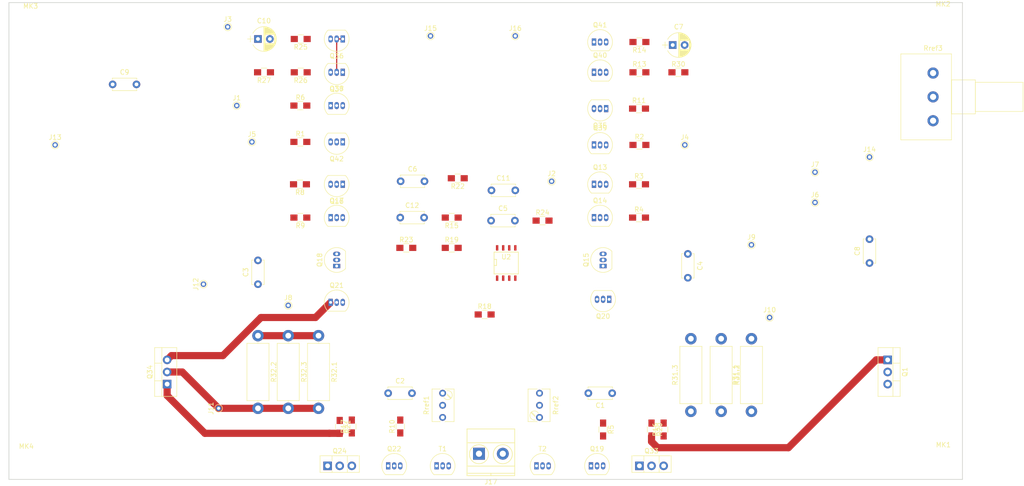
<source format=kicad_pcb>
(kicad_pcb (version 20171130) (host pcbnew 5.0.0-rc2-unknown-6d77e59~65~ubuntu16.04.1)

  (general
    (thickness 1.6)
    (drawings 4)
    (tracks 23)
    (zones 0)
    (modules 93)
    (nets 51)
  )

  (page A4)
  (layers
    (0 F.Cu signal)
    (31 B.Cu signal)
    (32 B.Adhes user)
    (33 F.Adhes user)
    (34 B.Paste user)
    (35 F.Paste user)
    (36 B.SilkS user)
    (37 F.SilkS user)
    (38 B.Mask user)
    (39 F.Mask user)
    (40 Dwgs.User user)
    (41 Cmts.User user)
    (42 Eco1.User user)
    (43 Eco2.User user)
    (44 Edge.Cuts user)
    (45 Margin user)
    (46 B.CrtYd user)
    (47 F.CrtYd user)
    (48 B.Fab user)
    (49 F.Fab user)
  )

  (setup
    (last_trace_width 1.5)
    (user_trace_width 1.5)
    (trace_clearance 0.2)
    (zone_clearance 0.508)
    (zone_45_only no)
    (trace_min 0.2)
    (segment_width 0.2)
    (edge_width 0.15)
    (via_size 0.6)
    (via_drill 0.4)
    (via_min_size 0.4)
    (via_min_drill 0.3)
    (uvia_size 0.3)
    (uvia_drill 0.1)
    (uvias_allowed no)
    (uvia_min_size 0.2)
    (uvia_min_drill 0.1)
    (pcb_text_width 0.3)
    (pcb_text_size 1.5 1.5)
    (mod_edge_width 0.15)
    (mod_text_size 1 1)
    (mod_text_width 0.15)
    (pad_size 1.524 1.524)
    (pad_drill 0.762)
    (pad_to_mask_clearance 0.2)
    (aux_axis_origin 0 0)
    (visible_elements 7FFFFFFF)
    (pcbplotparams
      (layerselection 0x00030_80000001)
      (usegerberextensions false)
      (usegerberattributes false)
      (usegerberadvancedattributes false)
      (creategerberjobfile false)
      (excludeedgelayer true)
      (linewidth 0.100000)
      (plotframeref false)
      (viasonmask false)
      (mode 1)
      (useauxorigin false)
      (hpglpennumber 1)
      (hpglpenspeed 20)
      (hpglpendiameter 15.000000)
      (psnegative false)
      (psa4output false)
      (plotreference true)
      (plotvalue true)
      (plotinvisibletext false)
      (padsonsilk false)
      (subtractmaskfromsilk false)
      (outputformat 1)
      (mirror false)
      (drillshape 1)
      (scaleselection 1)
      (outputdirectory ""))
  )

  (net 0 "")
  (net 1 "Net-(C1-Pad1)")
  (net 2 "Net-(C1-Pad2)")
  (net 3 "Net-(C2-Pad1)")
  (net 4 "Net-(C2-Pad2)")
  (net 5 DC.servo.Input)
  (net 6 "Net-(C3-Pad2)")
  (net 7 "Net-(C4-Pad1)")
  (net 8 "Net-(C11-Pad1)")
  (net 9 "Net-(C11-Pad2)")
  (net 10 "Net-(C12-Pad1)")
  (net 11 GND)
  (net 12 "Net-(C7-Pad1)")
  (net 13 "Net-(C8-Pad1)")
  (net 14 "Net-(C9-Pad2)")
  (net 15 "Net-(C10-Pad2)")
  (net 16 "Net-(J1-Pad1)")
  (net 17 DC.servo.Output)
  (net 18 "Net-(J4-Pad1)")
  (net 19 "Net-(J5-Pad1)")
  (net 20 "Net-(J6-Pad1)")
  (net 21 "Net-(J7-Pad1)")
  (net 22 "Net-(J10-Pad1)")
  (net 23 "Net-(J11-Pad1)")
  (net 24 "Net-(Q1-Pad1)")
  (net 25 "Net-(Q13-Pad2)")
  (net 26 "Net-(Q13-Pad3)")
  (net 27 "Net-(Q14-Pad3)")
  (net 28 "Net-(Q15-Pad1)")
  (net 29 "Net-(Q16-Pad2)")
  (net 30 "Net-(Q16-Pad3)")
  (net 31 "Net-(Q17-Pad3)")
  (net 32 "Net-(Q18-Pad1)")
  (net 33 "Net-(Q19-Pad3)")
  (net 34 "Net-(Q22-Pad3)")
  (net 35 "Net-(Q24-Pad2)")
  (net 36 "Net-(Q24-Pad3)")
  (net 37 "Net-(Q33-Pad3)")
  (net 38 "Net-(Q35-Pad2)")
  (net 39 "Net-(Q36-Pad1)")
  (net 40 "Net-(Q36-Pad3)")
  (net 41 "Net-(Q37-Pad3)")
  (net 42 "Net-(Q38-Pad2)")
  (net 43 "Net-(Q39-Pad3)")
  (net 44 "Net-(Q40-Pad2)")
  (net 45 "Net-(Q40-Pad3)")
  (net 46 "Net-(Q41-Pad3)")
  (net 47 "Net-(Q42-Pad3)")
  (net 48 "Net-(Rref1-Pad2)")
  (net 49 "Net-(Rref2-Pad2)")
  (net 50 "Net-(Rref3-Pad3)")

  (net_class Default "This is the default net class."
    (clearance 0.2)
    (trace_width 0.25)
    (via_dia 0.6)
    (via_drill 0.4)
    (uvia_dia 0.3)
    (uvia_drill 0.1)
    (add_net DC.servo.Output)
    (add_net GND)
    (add_net "Net-(C1-Pad1)")
    (add_net "Net-(C1-Pad2)")
    (add_net "Net-(C10-Pad2)")
    (add_net "Net-(C11-Pad1)")
    (add_net "Net-(C11-Pad2)")
    (add_net "Net-(C12-Pad1)")
    (add_net "Net-(C2-Pad1)")
    (add_net "Net-(C2-Pad2)")
    (add_net "Net-(C3-Pad2)")
    (add_net "Net-(C4-Pad1)")
    (add_net "Net-(C7-Pad1)")
    (add_net "Net-(C8-Pad1)")
    (add_net "Net-(C9-Pad2)")
    (add_net "Net-(J1-Pad1)")
    (add_net "Net-(J10-Pad1)")
    (add_net "Net-(J11-Pad1)")
    (add_net "Net-(J4-Pad1)")
    (add_net "Net-(J5-Pad1)")
    (add_net "Net-(J6-Pad1)")
    (add_net "Net-(J7-Pad1)")
    (add_net "Net-(Q1-Pad1)")
    (add_net "Net-(Q13-Pad2)")
    (add_net "Net-(Q13-Pad3)")
    (add_net "Net-(Q14-Pad3)")
    (add_net "Net-(Q15-Pad1)")
    (add_net "Net-(Q16-Pad2)")
    (add_net "Net-(Q16-Pad3)")
    (add_net "Net-(Q17-Pad3)")
    (add_net "Net-(Q18-Pad1)")
    (add_net "Net-(Q19-Pad3)")
    (add_net "Net-(Q22-Pad3)")
    (add_net "Net-(Q24-Pad2)")
    (add_net "Net-(Q24-Pad3)")
    (add_net "Net-(Q33-Pad3)")
    (add_net "Net-(Q35-Pad2)")
    (add_net "Net-(Q36-Pad1)")
    (add_net "Net-(Q36-Pad3)")
    (add_net "Net-(Q37-Pad3)")
    (add_net "Net-(Q38-Pad2)")
    (add_net "Net-(Q39-Pad3)")
    (add_net "Net-(Q40-Pad2)")
    (add_net "Net-(Q40-Pad3)")
    (add_net "Net-(Q41-Pad3)")
    (add_net "Net-(Q42-Pad3)")
    (add_net "Net-(Rref1-Pad2)")
    (add_net "Net-(Rref2-Pad2)")
    (add_net "Net-(Rref3-Pad3)")
  )

  (net_class "Corriente 2.2A" ""
    (clearance 0.2)
    (trace_width 0.75)
    (via_dia 0.6)
    (via_drill 0.4)
    (uvia_dia 0.3)
    (uvia_drill 0.1)
    (add_net DC.servo.Input)
  )

  (module Capacitors_THT:C_Disc_D5.0mm_W2.5mm_P5.00mm (layer F.Cu) (tedit 597BC7C2) (tstamp 5B2DAA33)
    (at 176.53 121.92 180)
    (descr "C, Disc series, Radial, pin pitch=5.00mm, , diameter*width=5*2.5mm^2, Capacitor, http://cdn-reichelt.de/documents/datenblatt/B300/DS_KERKO_TC.pdf")
    (tags "C Disc series Radial pin pitch 5.00mm  diameter 5mm width 2.5mm Capacitor")
    (path /5B2AB4F6)
    (fp_text reference C1 (at 2.5 -2.56 180) (layer F.SilkS)
      (effects (font (size 1 1) (thickness 0.15)))
    )
    (fp_text value C (at 2.5 2.56 180) (layer F.Fab)
      (effects (font (size 1 1) (thickness 0.15)))
    )
    (fp_line (start 0 -1.25) (end 0 1.25) (layer F.Fab) (width 0.1))
    (fp_line (start 0 1.25) (end 5 1.25) (layer F.Fab) (width 0.1))
    (fp_line (start 5 1.25) (end 5 -1.25) (layer F.Fab) (width 0.1))
    (fp_line (start 5 -1.25) (end 0 -1.25) (layer F.Fab) (width 0.1))
    (fp_line (start -0.06 -1.31) (end 5.06 -1.31) (layer F.SilkS) (width 0.12))
    (fp_line (start -0.06 1.31) (end 5.06 1.31) (layer F.SilkS) (width 0.12))
    (fp_line (start -0.06 -1.31) (end -0.06 -0.996) (layer F.SilkS) (width 0.12))
    (fp_line (start -0.06 0.996) (end -0.06 1.31) (layer F.SilkS) (width 0.12))
    (fp_line (start 5.06 -1.31) (end 5.06 -0.996) (layer F.SilkS) (width 0.12))
    (fp_line (start 5.06 0.996) (end 5.06 1.31) (layer F.SilkS) (width 0.12))
    (fp_line (start -1.05 -1.6) (end -1.05 1.6) (layer F.CrtYd) (width 0.05))
    (fp_line (start -1.05 1.6) (end 6.05 1.6) (layer F.CrtYd) (width 0.05))
    (fp_line (start 6.05 1.6) (end 6.05 -1.6) (layer F.CrtYd) (width 0.05))
    (fp_line (start 6.05 -1.6) (end -1.05 -1.6) (layer F.CrtYd) (width 0.05))
    (fp_text user %R (at 2.54 0 180) (layer F.Fab)
      (effects (font (size 1 1) (thickness 0.15)))
    )
    (pad 1 thru_hole circle (at 0 0 180) (size 1.6 1.6) (drill 0.8) (layers *.Cu *.Mask)
      (net 1 "Net-(C1-Pad1)"))
    (pad 2 thru_hole circle (at 5 0 180) (size 1.6 1.6) (drill 0.8) (layers *.Cu *.Mask)
      (net 2 "Net-(C1-Pad2)"))
    (model ${KISYS3DMOD}/Capacitors_THT.3dshapes/C_Disc_D5.0mm_W2.5mm_P5.00mm.wrl
      (at (xyz 0 0 0))
      (scale (xyz 1 1 1))
      (rotate (xyz 0 0 0))
    )
  )

  (module Capacitors_THT:C_Disc_D5.0mm_W2.5mm_P5.00mm (layer F.Cu) (tedit 597BC7C2) (tstamp 5B2DA149)
    (at 129.54 121.92)
    (descr "C, Disc series, Radial, pin pitch=5.00mm, , diameter*width=5*2.5mm^2, Capacitor, http://cdn-reichelt.de/documents/datenblatt/B300/DS_KERKO_TC.pdf")
    (tags "C Disc series Radial pin pitch 5.00mm  diameter 5mm width 2.5mm Capacitor")
    (path /5B2A9D4A)
    (fp_text reference C2 (at 2.5 -2.56) (layer F.SilkS)
      (effects (font (size 1 1) (thickness 0.15)))
    )
    (fp_text value C (at 2.5 2.56) (layer F.Fab)
      (effects (font (size 1 1) (thickness 0.15)))
    )
    (fp_line (start 0 -1.25) (end 0 1.25) (layer F.Fab) (width 0.1))
    (fp_line (start 0 1.25) (end 5 1.25) (layer F.Fab) (width 0.1))
    (fp_line (start 5 1.25) (end 5 -1.25) (layer F.Fab) (width 0.1))
    (fp_line (start 5 -1.25) (end 0 -1.25) (layer F.Fab) (width 0.1))
    (fp_line (start -0.06 -1.31) (end 5.06 -1.31) (layer F.SilkS) (width 0.12))
    (fp_line (start -0.06 1.31) (end 5.06 1.31) (layer F.SilkS) (width 0.12))
    (fp_line (start -0.06 -1.31) (end -0.06 -0.996) (layer F.SilkS) (width 0.12))
    (fp_line (start -0.06 0.996) (end -0.06 1.31) (layer F.SilkS) (width 0.12))
    (fp_line (start 5.06 -1.31) (end 5.06 -0.996) (layer F.SilkS) (width 0.12))
    (fp_line (start 5.06 0.996) (end 5.06 1.31) (layer F.SilkS) (width 0.12))
    (fp_line (start -1.05 -1.6) (end -1.05 1.6) (layer F.CrtYd) (width 0.05))
    (fp_line (start -1.05 1.6) (end 6.05 1.6) (layer F.CrtYd) (width 0.05))
    (fp_line (start 6.05 1.6) (end 6.05 -1.6) (layer F.CrtYd) (width 0.05))
    (fp_line (start 6.05 -1.6) (end -1.05 -1.6) (layer F.CrtYd) (width 0.05))
    (fp_text user %R (at 2.5 0) (layer F.Fab)
      (effects (font (size 1 1) (thickness 0.15)))
    )
    (pad 1 thru_hole circle (at 0 0) (size 1.6 1.6) (drill 0.8) (layers *.Cu *.Mask)
      (net 3 "Net-(C2-Pad1)"))
    (pad 2 thru_hole circle (at 5 0) (size 1.6 1.6) (drill 0.8) (layers *.Cu *.Mask)
      (net 4 "Net-(C2-Pad2)"))
    (model ${KISYS3DMOD}/Capacitors_THT.3dshapes/C_Disc_D5.0mm_W2.5mm_P5.00mm.wrl
      (at (xyz 0 0 0))
      (scale (xyz 1 1 1))
      (rotate (xyz 0 0 0))
    )
  )

  (module Capacitors_THT:C_Disc_D5.0mm_W2.5mm_P5.00mm (layer F.Cu) (tedit 597BC7C2) (tstamp 5B2DB6C1)
    (at 102.235 99.06 90)
    (descr "C, Disc series, Radial, pin pitch=5.00mm, , diameter*width=5*2.5mm^2, Capacitor, http://cdn-reichelt.de/documents/datenblatt/B300/DS_KERKO_TC.pdf")
    (tags "C Disc series Radial pin pitch 5.00mm  diameter 5mm width 2.5mm Capacitor")
    (path /5B2A7CC3)
    (fp_text reference C3 (at 2.5 -2.56 90) (layer F.SilkS)
      (effects (font (size 1 1) (thickness 0.15)))
    )
    (fp_text value C (at 2.5 2.56 90) (layer F.Fab)
      (effects (font (size 1 1) (thickness 0.15)))
    )
    (fp_line (start 0 -1.25) (end 0 1.25) (layer F.Fab) (width 0.1))
    (fp_line (start 0 1.25) (end 5 1.25) (layer F.Fab) (width 0.1))
    (fp_line (start 5 1.25) (end 5 -1.25) (layer F.Fab) (width 0.1))
    (fp_line (start 5 -1.25) (end 0 -1.25) (layer F.Fab) (width 0.1))
    (fp_line (start -0.06 -1.31) (end 5.06 -1.31) (layer F.SilkS) (width 0.12))
    (fp_line (start -0.06 1.31) (end 5.06 1.31) (layer F.SilkS) (width 0.12))
    (fp_line (start -0.06 -1.31) (end -0.06 -0.996) (layer F.SilkS) (width 0.12))
    (fp_line (start -0.06 0.996) (end -0.06 1.31) (layer F.SilkS) (width 0.12))
    (fp_line (start 5.06 -1.31) (end 5.06 -0.996) (layer F.SilkS) (width 0.12))
    (fp_line (start 5.06 0.996) (end 5.06 1.31) (layer F.SilkS) (width 0.12))
    (fp_line (start -1.05 -1.6) (end -1.05 1.6) (layer F.CrtYd) (width 0.05))
    (fp_line (start -1.05 1.6) (end 6.05 1.6) (layer F.CrtYd) (width 0.05))
    (fp_line (start 6.05 1.6) (end 6.05 -1.6) (layer F.CrtYd) (width 0.05))
    (fp_line (start 6.05 -1.6) (end -1.05 -1.6) (layer F.CrtYd) (width 0.05))
    (fp_text user %R (at 2.5 0 90) (layer F.Fab)
      (effects (font (size 1 1) (thickness 0.15)))
    )
    (pad 1 thru_hole circle (at 0 0 90) (size 1.6 1.6) (drill 0.8) (layers *.Cu *.Mask)
      (net 5 DC.servo.Input))
    (pad 2 thru_hole circle (at 5 0 90) (size 1.6 1.6) (drill 0.8) (layers *.Cu *.Mask)
      (net 6 "Net-(C3-Pad2)"))
    (model ${KISYS3DMOD}/Capacitors_THT.3dshapes/C_Disc_D5.0mm_W2.5mm_P5.00mm.wrl
      (at (xyz 0 0 0))
      (scale (xyz 1 1 1))
      (rotate (xyz 0 0 0))
    )
  )

  (module Capacitors_THT:C_Disc_D5.0mm_W2.5mm_P5.00mm (layer F.Cu) (tedit 597BC7C2) (tstamp 5B2DB330)
    (at 192.405 92.71 270)
    (descr "C, Disc series, Radial, pin pitch=5.00mm, , diameter*width=5*2.5mm^2, Capacitor, http://cdn-reichelt.de/documents/datenblatt/B300/DS_KERKO_TC.pdf")
    (tags "C Disc series Radial pin pitch 5.00mm  diameter 5mm width 2.5mm Capacitor")
    (path /5B2A7E12)
    (fp_text reference C4 (at 2.5 -2.56 270) (layer F.SilkS)
      (effects (font (size 1 1) (thickness 0.15)))
    )
    (fp_text value C (at 2.5 2.56 270) (layer F.Fab)
      (effects (font (size 1 1) (thickness 0.15)))
    )
    (fp_line (start 0 -1.25) (end 0 1.25) (layer F.Fab) (width 0.1))
    (fp_line (start 0 1.25) (end 5 1.25) (layer F.Fab) (width 0.1))
    (fp_line (start 5 1.25) (end 5 -1.25) (layer F.Fab) (width 0.1))
    (fp_line (start 5 -1.25) (end 0 -1.25) (layer F.Fab) (width 0.1))
    (fp_line (start -0.06 -1.31) (end 5.06 -1.31) (layer F.SilkS) (width 0.12))
    (fp_line (start -0.06 1.31) (end 5.06 1.31) (layer F.SilkS) (width 0.12))
    (fp_line (start -0.06 -1.31) (end -0.06 -0.996) (layer F.SilkS) (width 0.12))
    (fp_line (start -0.06 0.996) (end -0.06 1.31) (layer F.SilkS) (width 0.12))
    (fp_line (start 5.06 -1.31) (end 5.06 -0.996) (layer F.SilkS) (width 0.12))
    (fp_line (start 5.06 0.996) (end 5.06 1.31) (layer F.SilkS) (width 0.12))
    (fp_line (start -1.05 -1.6) (end -1.05 1.6) (layer F.CrtYd) (width 0.05))
    (fp_line (start -1.05 1.6) (end 6.05 1.6) (layer F.CrtYd) (width 0.05))
    (fp_line (start 6.05 1.6) (end 6.05 -1.6) (layer F.CrtYd) (width 0.05))
    (fp_line (start 6.05 -1.6) (end -1.05 -1.6) (layer F.CrtYd) (width 0.05))
    (fp_text user %R (at 2.5 0 270) (layer F.Fab)
      (effects (font (size 1 1) (thickness 0.15)))
    )
    (pad 1 thru_hole circle (at 0 0 270) (size 1.6 1.6) (drill 0.8) (layers *.Cu *.Mask)
      (net 7 "Net-(C4-Pad1)"))
    (pad 2 thru_hole circle (at 5 0 270) (size 1.6 1.6) (drill 0.8) (layers *.Cu *.Mask)
      (net 5 DC.servo.Input))
    (model ${KISYS3DMOD}/Capacitors_THT.3dshapes/C_Disc_D5.0mm_W2.5mm_P5.00mm.wrl
      (at (xyz 0 0 0))
      (scale (xyz 1 1 1))
      (rotate (xyz 0 0 0))
    )
  )

  (module Capacitors_THT:C_Disc_D5.0mm_W2.5mm_P5.00mm (layer F.Cu) (tedit 597BC7C2) (tstamp 5B2ABBD3)
    (at 151.13 85.725)
    (descr "C, Disc series, Radial, pin pitch=5.00mm, , diameter*width=5*2.5mm^2, Capacitor, http://cdn-reichelt.de/documents/datenblatt/B300/DS_KERKO_TC.pdf")
    (tags "C Disc series Radial pin pitch 5.00mm  diameter 5mm width 2.5mm Capacitor")
    (path /5B2D0482)
    (fp_text reference C5 (at 2.5 -2.56) (layer F.SilkS)
      (effects (font (size 1 1) (thickness 0.15)))
    )
    (fp_text value C (at 2.5 2.56) (layer F.Fab)
      (effects (font (size 1 1) (thickness 0.15)))
    )
    (fp_line (start 0 -1.25) (end 0 1.25) (layer F.Fab) (width 0.1))
    (fp_line (start 0 1.25) (end 5 1.25) (layer F.Fab) (width 0.1))
    (fp_line (start 5 1.25) (end 5 -1.25) (layer F.Fab) (width 0.1))
    (fp_line (start 5 -1.25) (end 0 -1.25) (layer F.Fab) (width 0.1))
    (fp_line (start -0.06 -1.31) (end 5.06 -1.31) (layer F.SilkS) (width 0.12))
    (fp_line (start -0.06 1.31) (end 5.06 1.31) (layer F.SilkS) (width 0.12))
    (fp_line (start -0.06 -1.31) (end -0.06 -0.996) (layer F.SilkS) (width 0.12))
    (fp_line (start -0.06 0.996) (end -0.06 1.31) (layer F.SilkS) (width 0.12))
    (fp_line (start 5.06 -1.31) (end 5.06 -0.996) (layer F.SilkS) (width 0.12))
    (fp_line (start 5.06 0.996) (end 5.06 1.31) (layer F.SilkS) (width 0.12))
    (fp_line (start -1.05 -1.6) (end -1.05 1.6) (layer F.CrtYd) (width 0.05))
    (fp_line (start -1.05 1.6) (end 6.05 1.6) (layer F.CrtYd) (width 0.05))
    (fp_line (start 6.05 1.6) (end 6.05 -1.6) (layer F.CrtYd) (width 0.05))
    (fp_line (start 6.05 -1.6) (end -1.05 -1.6) (layer F.CrtYd) (width 0.05))
    (fp_text user %R (at 2.5 0) (layer F.Fab)
      (effects (font (size 1 1) (thickness 0.15)))
    )
    (pad 1 thru_hole circle (at 0 0) (size 1.6 1.6) (drill 0.8) (layers *.Cu *.Mask)
      (net 8 "Net-(C11-Pad1)"))
    (pad 2 thru_hole circle (at 5 0) (size 1.6 1.6) (drill 0.8) (layers *.Cu *.Mask)
      (net 9 "Net-(C11-Pad2)"))
    (model ${KISYS3DMOD}/Capacitors_THT.3dshapes/C_Disc_D5.0mm_W2.5mm_P5.00mm.wrl
      (at (xyz 0 0 0))
      (scale (xyz 1 1 1))
      (rotate (xyz 0 0 0))
    )
  )

  (module Capacitors_THT:C_Disc_D5.0mm_W2.5mm_P5.00mm (layer F.Cu) (tedit 597BC7C2) (tstamp 5B2ABBD9)
    (at 132.16 77.47)
    (descr "C, Disc series, Radial, pin pitch=5.00mm, , diameter*width=5*2.5mm^2, Capacitor, http://cdn-reichelt.de/documents/datenblatt/B300/DS_KERKO_TC.pdf")
    (tags "C Disc series Radial pin pitch 5.00mm  diameter 5mm width 2.5mm Capacitor")
    (path /5B2D0AD8)
    (fp_text reference C6 (at 2.5 -2.56) (layer F.SilkS)
      (effects (font (size 1 1) (thickness 0.15)))
    )
    (fp_text value C (at 2.5 2.56) (layer F.Fab)
      (effects (font (size 1 1) (thickness 0.15)))
    )
    (fp_line (start 0 -1.25) (end 0 1.25) (layer F.Fab) (width 0.1))
    (fp_line (start 0 1.25) (end 5 1.25) (layer F.Fab) (width 0.1))
    (fp_line (start 5 1.25) (end 5 -1.25) (layer F.Fab) (width 0.1))
    (fp_line (start 5 -1.25) (end 0 -1.25) (layer F.Fab) (width 0.1))
    (fp_line (start -0.06 -1.31) (end 5.06 -1.31) (layer F.SilkS) (width 0.12))
    (fp_line (start -0.06 1.31) (end 5.06 1.31) (layer F.SilkS) (width 0.12))
    (fp_line (start -0.06 -1.31) (end -0.06 -0.996) (layer F.SilkS) (width 0.12))
    (fp_line (start -0.06 0.996) (end -0.06 1.31) (layer F.SilkS) (width 0.12))
    (fp_line (start 5.06 -1.31) (end 5.06 -0.996) (layer F.SilkS) (width 0.12))
    (fp_line (start 5.06 0.996) (end 5.06 1.31) (layer F.SilkS) (width 0.12))
    (fp_line (start -1.05 -1.6) (end -1.05 1.6) (layer F.CrtYd) (width 0.05))
    (fp_line (start -1.05 1.6) (end 6.05 1.6) (layer F.CrtYd) (width 0.05))
    (fp_line (start 6.05 1.6) (end 6.05 -1.6) (layer F.CrtYd) (width 0.05))
    (fp_line (start 6.05 -1.6) (end -1.05 -1.6) (layer F.CrtYd) (width 0.05))
    (fp_text user %R (at 2.5 0) (layer F.Fab)
      (effects (font (size 1 1) (thickness 0.15)))
    )
    (pad 1 thru_hole circle (at 0 0) (size 1.6 1.6) (drill 0.8) (layers *.Cu *.Mask)
      (net 10 "Net-(C12-Pad1)"))
    (pad 2 thru_hole circle (at 5 0) (size 1.6 1.6) (drill 0.8) (layers *.Cu *.Mask)
      (net 11 GND))
    (model ${KISYS3DMOD}/Capacitors_THT.3dshapes/C_Disc_D5.0mm_W2.5mm_P5.00mm.wrl
      (at (xyz 0 0 0))
      (scale (xyz 1 1 1))
      (rotate (xyz 0 0 0))
    )
  )

  (module Capacitors_THT:CP_Radial_D5.0mm_P2.50mm (layer F.Cu) (tedit 597BC7C2) (tstamp 5B2ABBDF)
    (at 189.23 48.895)
    (descr "CP, Radial series, Radial, pin pitch=2.50mm, , diameter=5mm, Electrolytic Capacitor")
    (tags "CP Radial series Radial pin pitch 2.50mm  diameter 5mm Electrolytic Capacitor")
    (path /5B2A2AD6)
    (fp_text reference C7 (at 1.25 -3.81) (layer F.SilkS)
      (effects (font (size 1 1) (thickness 0.15)))
    )
    (fp_text value CP (at 1.25 3.81) (layer F.Fab)
      (effects (font (size 1 1) (thickness 0.15)))
    )
    (fp_arc (start 1.25 0) (end -1.05558 -1.18) (angle 125.8) (layer F.SilkS) (width 0.12))
    (fp_arc (start 1.25 0) (end -1.05558 1.18) (angle -125.8) (layer F.SilkS) (width 0.12))
    (fp_arc (start 1.25 0) (end 3.55558 -1.18) (angle 54.2) (layer F.SilkS) (width 0.12))
    (fp_circle (center 1.25 0) (end 3.75 0) (layer F.Fab) (width 0.1))
    (fp_line (start -2.2 0) (end -1 0) (layer F.Fab) (width 0.1))
    (fp_line (start -1.6 -0.65) (end -1.6 0.65) (layer F.Fab) (width 0.1))
    (fp_line (start 1.25 -2.55) (end 1.25 2.55) (layer F.SilkS) (width 0.12))
    (fp_line (start 1.29 -2.55) (end 1.29 2.55) (layer F.SilkS) (width 0.12))
    (fp_line (start 1.33 -2.549) (end 1.33 2.549) (layer F.SilkS) (width 0.12))
    (fp_line (start 1.37 -2.548) (end 1.37 2.548) (layer F.SilkS) (width 0.12))
    (fp_line (start 1.41 -2.546) (end 1.41 2.546) (layer F.SilkS) (width 0.12))
    (fp_line (start 1.45 -2.543) (end 1.45 2.543) (layer F.SilkS) (width 0.12))
    (fp_line (start 1.49 -2.539) (end 1.49 2.539) (layer F.SilkS) (width 0.12))
    (fp_line (start 1.53 -2.535) (end 1.53 -0.98) (layer F.SilkS) (width 0.12))
    (fp_line (start 1.53 0.98) (end 1.53 2.535) (layer F.SilkS) (width 0.12))
    (fp_line (start 1.57 -2.531) (end 1.57 -0.98) (layer F.SilkS) (width 0.12))
    (fp_line (start 1.57 0.98) (end 1.57 2.531) (layer F.SilkS) (width 0.12))
    (fp_line (start 1.61 -2.525) (end 1.61 -0.98) (layer F.SilkS) (width 0.12))
    (fp_line (start 1.61 0.98) (end 1.61 2.525) (layer F.SilkS) (width 0.12))
    (fp_line (start 1.65 -2.519) (end 1.65 -0.98) (layer F.SilkS) (width 0.12))
    (fp_line (start 1.65 0.98) (end 1.65 2.519) (layer F.SilkS) (width 0.12))
    (fp_line (start 1.69 -2.513) (end 1.69 -0.98) (layer F.SilkS) (width 0.12))
    (fp_line (start 1.69 0.98) (end 1.69 2.513) (layer F.SilkS) (width 0.12))
    (fp_line (start 1.73 -2.506) (end 1.73 -0.98) (layer F.SilkS) (width 0.12))
    (fp_line (start 1.73 0.98) (end 1.73 2.506) (layer F.SilkS) (width 0.12))
    (fp_line (start 1.77 -2.498) (end 1.77 -0.98) (layer F.SilkS) (width 0.12))
    (fp_line (start 1.77 0.98) (end 1.77 2.498) (layer F.SilkS) (width 0.12))
    (fp_line (start 1.81 -2.489) (end 1.81 -0.98) (layer F.SilkS) (width 0.12))
    (fp_line (start 1.81 0.98) (end 1.81 2.489) (layer F.SilkS) (width 0.12))
    (fp_line (start 1.85 -2.48) (end 1.85 -0.98) (layer F.SilkS) (width 0.12))
    (fp_line (start 1.85 0.98) (end 1.85 2.48) (layer F.SilkS) (width 0.12))
    (fp_line (start 1.89 -2.47) (end 1.89 -0.98) (layer F.SilkS) (width 0.12))
    (fp_line (start 1.89 0.98) (end 1.89 2.47) (layer F.SilkS) (width 0.12))
    (fp_line (start 1.93 -2.46) (end 1.93 -0.98) (layer F.SilkS) (width 0.12))
    (fp_line (start 1.93 0.98) (end 1.93 2.46) (layer F.SilkS) (width 0.12))
    (fp_line (start 1.971 -2.448) (end 1.971 -0.98) (layer F.SilkS) (width 0.12))
    (fp_line (start 1.971 0.98) (end 1.971 2.448) (layer F.SilkS) (width 0.12))
    (fp_line (start 2.011 -2.436) (end 2.011 -0.98) (layer F.SilkS) (width 0.12))
    (fp_line (start 2.011 0.98) (end 2.011 2.436) (layer F.SilkS) (width 0.12))
    (fp_line (start 2.051 -2.424) (end 2.051 -0.98) (layer F.SilkS) (width 0.12))
    (fp_line (start 2.051 0.98) (end 2.051 2.424) (layer F.SilkS) (width 0.12))
    (fp_line (start 2.091 -2.41) (end 2.091 -0.98) (layer F.SilkS) (width 0.12))
    (fp_line (start 2.091 0.98) (end 2.091 2.41) (layer F.SilkS) (width 0.12))
    (fp_line (start 2.131 -2.396) (end 2.131 -0.98) (layer F.SilkS) (width 0.12))
    (fp_line (start 2.131 0.98) (end 2.131 2.396) (layer F.SilkS) (width 0.12))
    (fp_line (start 2.171 -2.382) (end 2.171 -0.98) (layer F.SilkS) (width 0.12))
    (fp_line (start 2.171 0.98) (end 2.171 2.382) (layer F.SilkS) (width 0.12))
    (fp_line (start 2.211 -2.366) (end 2.211 -0.98) (layer F.SilkS) (width 0.12))
    (fp_line (start 2.211 0.98) (end 2.211 2.366) (layer F.SilkS) (width 0.12))
    (fp_line (start 2.251 -2.35) (end 2.251 -0.98) (layer F.SilkS) (width 0.12))
    (fp_line (start 2.251 0.98) (end 2.251 2.35) (layer F.SilkS) (width 0.12))
    (fp_line (start 2.291 -2.333) (end 2.291 -0.98) (layer F.SilkS) (width 0.12))
    (fp_line (start 2.291 0.98) (end 2.291 2.333) (layer F.SilkS) (width 0.12))
    (fp_line (start 2.331 -2.315) (end 2.331 -0.98) (layer F.SilkS) (width 0.12))
    (fp_line (start 2.331 0.98) (end 2.331 2.315) (layer F.SilkS) (width 0.12))
    (fp_line (start 2.371 -2.296) (end 2.371 -0.98) (layer F.SilkS) (width 0.12))
    (fp_line (start 2.371 0.98) (end 2.371 2.296) (layer F.SilkS) (width 0.12))
    (fp_line (start 2.411 -2.276) (end 2.411 -0.98) (layer F.SilkS) (width 0.12))
    (fp_line (start 2.411 0.98) (end 2.411 2.276) (layer F.SilkS) (width 0.12))
    (fp_line (start 2.451 -2.256) (end 2.451 -0.98) (layer F.SilkS) (width 0.12))
    (fp_line (start 2.451 0.98) (end 2.451 2.256) (layer F.SilkS) (width 0.12))
    (fp_line (start 2.491 -2.234) (end 2.491 -0.98) (layer F.SilkS) (width 0.12))
    (fp_line (start 2.491 0.98) (end 2.491 2.234) (layer F.SilkS) (width 0.12))
    (fp_line (start 2.531 -2.212) (end 2.531 -0.98) (layer F.SilkS) (width 0.12))
    (fp_line (start 2.531 0.98) (end 2.531 2.212) (layer F.SilkS) (width 0.12))
    (fp_line (start 2.571 -2.189) (end 2.571 -0.98) (layer F.SilkS) (width 0.12))
    (fp_line (start 2.571 0.98) (end 2.571 2.189) (layer F.SilkS) (width 0.12))
    (fp_line (start 2.611 -2.165) (end 2.611 -0.98) (layer F.SilkS) (width 0.12))
    (fp_line (start 2.611 0.98) (end 2.611 2.165) (layer F.SilkS) (width 0.12))
    (fp_line (start 2.651 -2.14) (end 2.651 -0.98) (layer F.SilkS) (width 0.12))
    (fp_line (start 2.651 0.98) (end 2.651 2.14) (layer F.SilkS) (width 0.12))
    (fp_line (start 2.691 -2.113) (end 2.691 -0.98) (layer F.SilkS) (width 0.12))
    (fp_line (start 2.691 0.98) (end 2.691 2.113) (layer F.SilkS) (width 0.12))
    (fp_line (start 2.731 -2.086) (end 2.731 -0.98) (layer F.SilkS) (width 0.12))
    (fp_line (start 2.731 0.98) (end 2.731 2.086) (layer F.SilkS) (width 0.12))
    (fp_line (start 2.771 -2.058) (end 2.771 -0.98) (layer F.SilkS) (width 0.12))
    (fp_line (start 2.771 0.98) (end 2.771 2.058) (layer F.SilkS) (width 0.12))
    (fp_line (start 2.811 -2.028) (end 2.811 -0.98) (layer F.SilkS) (width 0.12))
    (fp_line (start 2.811 0.98) (end 2.811 2.028) (layer F.SilkS) (width 0.12))
    (fp_line (start 2.851 -1.997) (end 2.851 -0.98) (layer F.SilkS) (width 0.12))
    (fp_line (start 2.851 0.98) (end 2.851 1.997) (layer F.SilkS) (width 0.12))
    (fp_line (start 2.891 -1.965) (end 2.891 -0.98) (layer F.SilkS) (width 0.12))
    (fp_line (start 2.891 0.98) (end 2.891 1.965) (layer F.SilkS) (width 0.12))
    (fp_line (start 2.931 -1.932) (end 2.931 -0.98) (layer F.SilkS) (width 0.12))
    (fp_line (start 2.931 0.98) (end 2.931 1.932) (layer F.SilkS) (width 0.12))
    (fp_line (start 2.971 -1.897) (end 2.971 -0.98) (layer F.SilkS) (width 0.12))
    (fp_line (start 2.971 0.98) (end 2.971 1.897) (layer F.SilkS) (width 0.12))
    (fp_line (start 3.011 -1.861) (end 3.011 -0.98) (layer F.SilkS) (width 0.12))
    (fp_line (start 3.011 0.98) (end 3.011 1.861) (layer F.SilkS) (width 0.12))
    (fp_line (start 3.051 -1.823) (end 3.051 -0.98) (layer F.SilkS) (width 0.12))
    (fp_line (start 3.051 0.98) (end 3.051 1.823) (layer F.SilkS) (width 0.12))
    (fp_line (start 3.091 -1.783) (end 3.091 -0.98) (layer F.SilkS) (width 0.12))
    (fp_line (start 3.091 0.98) (end 3.091 1.783) (layer F.SilkS) (width 0.12))
    (fp_line (start 3.131 -1.742) (end 3.131 -0.98) (layer F.SilkS) (width 0.12))
    (fp_line (start 3.131 0.98) (end 3.131 1.742) (layer F.SilkS) (width 0.12))
    (fp_line (start 3.171 -1.699) (end 3.171 -0.98) (layer F.SilkS) (width 0.12))
    (fp_line (start 3.171 0.98) (end 3.171 1.699) (layer F.SilkS) (width 0.12))
    (fp_line (start 3.211 -1.654) (end 3.211 -0.98) (layer F.SilkS) (width 0.12))
    (fp_line (start 3.211 0.98) (end 3.211 1.654) (layer F.SilkS) (width 0.12))
    (fp_line (start 3.251 -1.606) (end 3.251 -0.98) (layer F.SilkS) (width 0.12))
    (fp_line (start 3.251 0.98) (end 3.251 1.606) (layer F.SilkS) (width 0.12))
    (fp_line (start 3.291 -1.556) (end 3.291 -0.98) (layer F.SilkS) (width 0.12))
    (fp_line (start 3.291 0.98) (end 3.291 1.556) (layer F.SilkS) (width 0.12))
    (fp_line (start 3.331 -1.504) (end 3.331 -0.98) (layer F.SilkS) (width 0.12))
    (fp_line (start 3.331 0.98) (end 3.331 1.504) (layer F.SilkS) (width 0.12))
    (fp_line (start 3.371 -1.448) (end 3.371 -0.98) (layer F.SilkS) (width 0.12))
    (fp_line (start 3.371 0.98) (end 3.371 1.448) (layer F.SilkS) (width 0.12))
    (fp_line (start 3.411 -1.39) (end 3.411 -0.98) (layer F.SilkS) (width 0.12))
    (fp_line (start 3.411 0.98) (end 3.411 1.39) (layer F.SilkS) (width 0.12))
    (fp_line (start 3.451 -1.327) (end 3.451 -0.98) (layer F.SilkS) (width 0.12))
    (fp_line (start 3.451 0.98) (end 3.451 1.327) (layer F.SilkS) (width 0.12))
    (fp_line (start 3.491 -1.261) (end 3.491 1.261) (layer F.SilkS) (width 0.12))
    (fp_line (start 3.531 -1.189) (end 3.531 1.189) (layer F.SilkS) (width 0.12))
    (fp_line (start 3.571 -1.112) (end 3.571 1.112) (layer F.SilkS) (width 0.12))
    (fp_line (start 3.611 -1.028) (end 3.611 1.028) (layer F.SilkS) (width 0.12))
    (fp_line (start 3.651 -0.934) (end 3.651 0.934) (layer F.SilkS) (width 0.12))
    (fp_line (start 3.691 -0.829) (end 3.691 0.829) (layer F.SilkS) (width 0.12))
    (fp_line (start 3.731 -0.707) (end 3.731 0.707) (layer F.SilkS) (width 0.12))
    (fp_line (start 3.771 -0.559) (end 3.771 0.559) (layer F.SilkS) (width 0.12))
    (fp_line (start 3.811 -0.354) (end 3.811 0.354) (layer F.SilkS) (width 0.12))
    (fp_line (start -2.2 0) (end -1 0) (layer F.SilkS) (width 0.12))
    (fp_line (start -1.6 -0.65) (end -1.6 0.65) (layer F.SilkS) (width 0.12))
    (fp_line (start -1.6 -2.85) (end -1.6 2.85) (layer F.CrtYd) (width 0.05))
    (fp_line (start -1.6 2.85) (end 4.1 2.85) (layer F.CrtYd) (width 0.05))
    (fp_line (start 4.1 2.85) (end 4.1 -2.85) (layer F.CrtYd) (width 0.05))
    (fp_line (start 4.1 -2.85) (end -1.6 -2.85) (layer F.CrtYd) (width 0.05))
    (fp_text user %R (at 1.25 0) (layer F.Fab)
      (effects (font (size 1 1) (thickness 0.15)))
    )
    (pad 1 thru_hole rect (at 0 0) (size 1.6 1.6) (drill 0.8) (layers *.Cu *.Mask)
      (net 12 "Net-(C7-Pad1)"))
    (pad 2 thru_hole circle (at 2.5 0) (size 1.6 1.6) (drill 0.8) (layers *.Cu *.Mask)
      (net 11 GND))
    (model ${KISYS3DMOD}/Capacitors_THT.3dshapes/CP_Radial_D5.0mm_P2.50mm.wrl
      (at (xyz 0 0 0))
      (scale (xyz 1 1 1))
      (rotate (xyz 0 0 0))
    )
  )

  (module Capacitors_THT:C_Disc_D5.0mm_W2.5mm_P5.00mm (layer F.Cu) (tedit 597BC7C2) (tstamp 5B2ABBE5)
    (at 230.505 94.615 90)
    (descr "C, Disc series, Radial, pin pitch=5.00mm, , diameter*width=5*2.5mm^2, Capacitor, http://cdn-reichelt.de/documents/datenblatt/B300/DS_KERKO_TC.pdf")
    (tags "C Disc series Radial pin pitch 5.00mm  diameter 5mm width 2.5mm Capacitor")
    (path /5B2B8FCE)
    (fp_text reference C8 (at 2.5 -2.56 90) (layer F.SilkS)
      (effects (font (size 1 1) (thickness 0.15)))
    )
    (fp_text value C (at 2.5 2.56 90) (layer F.Fab)
      (effects (font (size 1 1) (thickness 0.15)))
    )
    (fp_line (start 0 -1.25) (end 0 1.25) (layer F.Fab) (width 0.1))
    (fp_line (start 0 1.25) (end 5 1.25) (layer F.Fab) (width 0.1))
    (fp_line (start 5 1.25) (end 5 -1.25) (layer F.Fab) (width 0.1))
    (fp_line (start 5 -1.25) (end 0 -1.25) (layer F.Fab) (width 0.1))
    (fp_line (start -0.06 -1.31) (end 5.06 -1.31) (layer F.SilkS) (width 0.12))
    (fp_line (start -0.06 1.31) (end 5.06 1.31) (layer F.SilkS) (width 0.12))
    (fp_line (start -0.06 -1.31) (end -0.06 -0.996) (layer F.SilkS) (width 0.12))
    (fp_line (start -0.06 0.996) (end -0.06 1.31) (layer F.SilkS) (width 0.12))
    (fp_line (start 5.06 -1.31) (end 5.06 -0.996) (layer F.SilkS) (width 0.12))
    (fp_line (start 5.06 0.996) (end 5.06 1.31) (layer F.SilkS) (width 0.12))
    (fp_line (start -1.05 -1.6) (end -1.05 1.6) (layer F.CrtYd) (width 0.05))
    (fp_line (start -1.05 1.6) (end 6.05 1.6) (layer F.CrtYd) (width 0.05))
    (fp_line (start 6.05 1.6) (end 6.05 -1.6) (layer F.CrtYd) (width 0.05))
    (fp_line (start 6.05 -1.6) (end -1.05 -1.6) (layer F.CrtYd) (width 0.05))
    (fp_text user %R (at 2.5 0 90) (layer F.Fab)
      (effects (font (size 1 1) (thickness 0.15)))
    )
    (pad 1 thru_hole circle (at 0 0 90) (size 1.6 1.6) (drill 0.8) (layers *.Cu *.Mask)
      (net 13 "Net-(C8-Pad1)"))
    (pad 2 thru_hole circle (at 5 0 90) (size 1.6 1.6) (drill 0.8) (layers *.Cu *.Mask)
      (net 11 GND))
    (model ${KISYS3DMOD}/Capacitors_THT.3dshapes/C_Disc_D5.0mm_W2.5mm_P5.00mm.wrl
      (at (xyz 0 0 0))
      (scale (xyz 1 1 1))
      (rotate (xyz 0 0 0))
    )
  )

  (module Capacitors_THT:C_Disc_D5.0mm_W2.5mm_P5.00mm (layer F.Cu) (tedit 597BC7C2) (tstamp 5B2ABBEB)
    (at 71.755 57.15)
    (descr "C, Disc series, Radial, pin pitch=5.00mm, , diameter*width=5*2.5mm^2, Capacitor, http://cdn-reichelt.de/documents/datenblatt/B300/DS_KERKO_TC.pdf")
    (tags "C Disc series Radial pin pitch 5.00mm  diameter 5mm width 2.5mm Capacitor")
    (path /5B2C4C4B)
    (fp_text reference C9 (at 2.5 -2.56) (layer F.SilkS)
      (effects (font (size 1 1) (thickness 0.15)))
    )
    (fp_text value C (at 2.5 2.56) (layer F.Fab)
      (effects (font (size 1 1) (thickness 0.15)))
    )
    (fp_line (start 0 -1.25) (end 0 1.25) (layer F.Fab) (width 0.1))
    (fp_line (start 0 1.25) (end 5 1.25) (layer F.Fab) (width 0.1))
    (fp_line (start 5 1.25) (end 5 -1.25) (layer F.Fab) (width 0.1))
    (fp_line (start 5 -1.25) (end 0 -1.25) (layer F.Fab) (width 0.1))
    (fp_line (start -0.06 -1.31) (end 5.06 -1.31) (layer F.SilkS) (width 0.12))
    (fp_line (start -0.06 1.31) (end 5.06 1.31) (layer F.SilkS) (width 0.12))
    (fp_line (start -0.06 -1.31) (end -0.06 -0.996) (layer F.SilkS) (width 0.12))
    (fp_line (start -0.06 0.996) (end -0.06 1.31) (layer F.SilkS) (width 0.12))
    (fp_line (start 5.06 -1.31) (end 5.06 -0.996) (layer F.SilkS) (width 0.12))
    (fp_line (start 5.06 0.996) (end 5.06 1.31) (layer F.SilkS) (width 0.12))
    (fp_line (start -1.05 -1.6) (end -1.05 1.6) (layer F.CrtYd) (width 0.05))
    (fp_line (start -1.05 1.6) (end 6.05 1.6) (layer F.CrtYd) (width 0.05))
    (fp_line (start 6.05 1.6) (end 6.05 -1.6) (layer F.CrtYd) (width 0.05))
    (fp_line (start 6.05 -1.6) (end -1.05 -1.6) (layer F.CrtYd) (width 0.05))
    (fp_text user %R (at 2.5 0) (layer F.Fab)
      (effects (font (size 1 1) (thickness 0.15)))
    )
    (pad 1 thru_hole circle (at 0 0) (size 1.6 1.6) (drill 0.8) (layers *.Cu *.Mask)
      (net 11 GND))
    (pad 2 thru_hole circle (at 5 0) (size 1.6 1.6) (drill 0.8) (layers *.Cu *.Mask)
      (net 14 "Net-(C9-Pad2)"))
    (model ${KISYS3DMOD}/Capacitors_THT.3dshapes/C_Disc_D5.0mm_W2.5mm_P5.00mm.wrl
      (at (xyz 0 0 0))
      (scale (xyz 1 1 1))
      (rotate (xyz 0 0 0))
    )
  )

  (module Capacitors_THT:CP_Radial_D5.0mm_P2.50mm (layer F.Cu) (tedit 597BC7C2) (tstamp 5B2D9A71)
    (at 102.235 47.625)
    (descr "CP, Radial series, Radial, pin pitch=2.50mm, , diameter=5mm, Electrolytic Capacitor")
    (tags "CP Radial series Radial pin pitch 2.50mm  diameter 5mm Electrolytic Capacitor")
    (path /5B2A3A29)
    (fp_text reference C10 (at 1.25 -3.81) (layer F.SilkS)
      (effects (font (size 1 1) (thickness 0.15)))
    )
    (fp_text value CP (at 1.25 3.81) (layer F.Fab)
      (effects (font (size 1 1) (thickness 0.15)))
    )
    (fp_arc (start 1.25 0) (end -1.05558 -1.18) (angle 125.8) (layer F.SilkS) (width 0.12))
    (fp_arc (start 1.25 0) (end -1.05558 1.18) (angle -125.8) (layer F.SilkS) (width 0.12))
    (fp_arc (start 1.25 0) (end 3.55558 -1.18) (angle 54.2) (layer F.SilkS) (width 0.12))
    (fp_circle (center 1.25 0) (end 3.75 0) (layer F.Fab) (width 0.1))
    (fp_line (start -2.2 0) (end -1 0) (layer F.Fab) (width 0.1))
    (fp_line (start -1.6 -0.65) (end -1.6 0.65) (layer F.Fab) (width 0.1))
    (fp_line (start 1.25 -2.55) (end 1.25 2.55) (layer F.SilkS) (width 0.12))
    (fp_line (start 1.29 -2.55) (end 1.29 2.55) (layer F.SilkS) (width 0.12))
    (fp_line (start 1.33 -2.549) (end 1.33 2.549) (layer F.SilkS) (width 0.12))
    (fp_line (start 1.37 -2.548) (end 1.37 2.548) (layer F.SilkS) (width 0.12))
    (fp_line (start 1.41 -2.546) (end 1.41 2.546) (layer F.SilkS) (width 0.12))
    (fp_line (start 1.45 -2.543) (end 1.45 2.543) (layer F.SilkS) (width 0.12))
    (fp_line (start 1.49 -2.539) (end 1.49 2.539) (layer F.SilkS) (width 0.12))
    (fp_line (start 1.53 -2.535) (end 1.53 -0.98) (layer F.SilkS) (width 0.12))
    (fp_line (start 1.53 0.98) (end 1.53 2.535) (layer F.SilkS) (width 0.12))
    (fp_line (start 1.57 -2.531) (end 1.57 -0.98) (layer F.SilkS) (width 0.12))
    (fp_line (start 1.57 0.98) (end 1.57 2.531) (layer F.SilkS) (width 0.12))
    (fp_line (start 1.61 -2.525) (end 1.61 -0.98) (layer F.SilkS) (width 0.12))
    (fp_line (start 1.61 0.98) (end 1.61 2.525) (layer F.SilkS) (width 0.12))
    (fp_line (start 1.65 -2.519) (end 1.65 -0.98) (layer F.SilkS) (width 0.12))
    (fp_line (start 1.65 0.98) (end 1.65 2.519) (layer F.SilkS) (width 0.12))
    (fp_line (start 1.69 -2.513) (end 1.69 -0.98) (layer F.SilkS) (width 0.12))
    (fp_line (start 1.69 0.98) (end 1.69 2.513) (layer F.SilkS) (width 0.12))
    (fp_line (start 1.73 -2.506) (end 1.73 -0.98) (layer F.SilkS) (width 0.12))
    (fp_line (start 1.73 0.98) (end 1.73 2.506) (layer F.SilkS) (width 0.12))
    (fp_line (start 1.77 -2.498) (end 1.77 -0.98) (layer F.SilkS) (width 0.12))
    (fp_line (start 1.77 0.98) (end 1.77 2.498) (layer F.SilkS) (width 0.12))
    (fp_line (start 1.81 -2.489) (end 1.81 -0.98) (layer F.SilkS) (width 0.12))
    (fp_line (start 1.81 0.98) (end 1.81 2.489) (layer F.SilkS) (width 0.12))
    (fp_line (start 1.85 -2.48) (end 1.85 -0.98) (layer F.SilkS) (width 0.12))
    (fp_line (start 1.85 0.98) (end 1.85 2.48) (layer F.SilkS) (width 0.12))
    (fp_line (start 1.89 -2.47) (end 1.89 -0.98) (layer F.SilkS) (width 0.12))
    (fp_line (start 1.89 0.98) (end 1.89 2.47) (layer F.SilkS) (width 0.12))
    (fp_line (start 1.93 -2.46) (end 1.93 -0.98) (layer F.SilkS) (width 0.12))
    (fp_line (start 1.93 0.98) (end 1.93 2.46) (layer F.SilkS) (width 0.12))
    (fp_line (start 1.971 -2.448) (end 1.971 -0.98) (layer F.SilkS) (width 0.12))
    (fp_line (start 1.971 0.98) (end 1.971 2.448) (layer F.SilkS) (width 0.12))
    (fp_line (start 2.011 -2.436) (end 2.011 -0.98) (layer F.SilkS) (width 0.12))
    (fp_line (start 2.011 0.98) (end 2.011 2.436) (layer F.SilkS) (width 0.12))
    (fp_line (start 2.051 -2.424) (end 2.051 -0.98) (layer F.SilkS) (width 0.12))
    (fp_line (start 2.051 0.98) (end 2.051 2.424) (layer F.SilkS) (width 0.12))
    (fp_line (start 2.091 -2.41) (end 2.091 -0.98) (layer F.SilkS) (width 0.12))
    (fp_line (start 2.091 0.98) (end 2.091 2.41) (layer F.SilkS) (width 0.12))
    (fp_line (start 2.131 -2.396) (end 2.131 -0.98) (layer F.SilkS) (width 0.12))
    (fp_line (start 2.131 0.98) (end 2.131 2.396) (layer F.SilkS) (width 0.12))
    (fp_line (start 2.171 -2.382) (end 2.171 -0.98) (layer F.SilkS) (width 0.12))
    (fp_line (start 2.171 0.98) (end 2.171 2.382) (layer F.SilkS) (width 0.12))
    (fp_line (start 2.211 -2.366) (end 2.211 -0.98) (layer F.SilkS) (width 0.12))
    (fp_line (start 2.211 0.98) (end 2.211 2.366) (layer F.SilkS) (width 0.12))
    (fp_line (start 2.251 -2.35) (end 2.251 -0.98) (layer F.SilkS) (width 0.12))
    (fp_line (start 2.251 0.98) (end 2.251 2.35) (layer F.SilkS) (width 0.12))
    (fp_line (start 2.291 -2.333) (end 2.291 -0.98) (layer F.SilkS) (width 0.12))
    (fp_line (start 2.291 0.98) (end 2.291 2.333) (layer F.SilkS) (width 0.12))
    (fp_line (start 2.331 -2.315) (end 2.331 -0.98) (layer F.SilkS) (width 0.12))
    (fp_line (start 2.331 0.98) (end 2.331 2.315) (layer F.SilkS) (width 0.12))
    (fp_line (start 2.371 -2.296) (end 2.371 -0.98) (layer F.SilkS) (width 0.12))
    (fp_line (start 2.371 0.98) (end 2.371 2.296) (layer F.SilkS) (width 0.12))
    (fp_line (start 2.411 -2.276) (end 2.411 -0.98) (layer F.SilkS) (width 0.12))
    (fp_line (start 2.411 0.98) (end 2.411 2.276) (layer F.SilkS) (width 0.12))
    (fp_line (start 2.451 -2.256) (end 2.451 -0.98) (layer F.SilkS) (width 0.12))
    (fp_line (start 2.451 0.98) (end 2.451 2.256) (layer F.SilkS) (width 0.12))
    (fp_line (start 2.491 -2.234) (end 2.491 -0.98) (layer F.SilkS) (width 0.12))
    (fp_line (start 2.491 0.98) (end 2.491 2.234) (layer F.SilkS) (width 0.12))
    (fp_line (start 2.531 -2.212) (end 2.531 -0.98) (layer F.SilkS) (width 0.12))
    (fp_line (start 2.531 0.98) (end 2.531 2.212) (layer F.SilkS) (width 0.12))
    (fp_line (start 2.571 -2.189) (end 2.571 -0.98) (layer F.SilkS) (width 0.12))
    (fp_line (start 2.571 0.98) (end 2.571 2.189) (layer F.SilkS) (width 0.12))
    (fp_line (start 2.611 -2.165) (end 2.611 -0.98) (layer F.SilkS) (width 0.12))
    (fp_line (start 2.611 0.98) (end 2.611 2.165) (layer F.SilkS) (width 0.12))
    (fp_line (start 2.651 -2.14) (end 2.651 -0.98) (layer F.SilkS) (width 0.12))
    (fp_line (start 2.651 0.98) (end 2.651 2.14) (layer F.SilkS) (width 0.12))
    (fp_line (start 2.691 -2.113) (end 2.691 -0.98) (layer F.SilkS) (width 0.12))
    (fp_line (start 2.691 0.98) (end 2.691 2.113) (layer F.SilkS) (width 0.12))
    (fp_line (start 2.731 -2.086) (end 2.731 -0.98) (layer F.SilkS) (width 0.12))
    (fp_line (start 2.731 0.98) (end 2.731 2.086) (layer F.SilkS) (width 0.12))
    (fp_line (start 2.771 -2.058) (end 2.771 -0.98) (layer F.SilkS) (width 0.12))
    (fp_line (start 2.771 0.98) (end 2.771 2.058) (layer F.SilkS) (width 0.12))
    (fp_line (start 2.811 -2.028) (end 2.811 -0.98) (layer F.SilkS) (width 0.12))
    (fp_line (start 2.811 0.98) (end 2.811 2.028) (layer F.SilkS) (width 0.12))
    (fp_line (start 2.851 -1.997) (end 2.851 -0.98) (layer F.SilkS) (width 0.12))
    (fp_line (start 2.851 0.98) (end 2.851 1.997) (layer F.SilkS) (width 0.12))
    (fp_line (start 2.891 -1.965) (end 2.891 -0.98) (layer F.SilkS) (width 0.12))
    (fp_line (start 2.891 0.98) (end 2.891 1.965) (layer F.SilkS) (width 0.12))
    (fp_line (start 2.931 -1.932) (end 2.931 -0.98) (layer F.SilkS) (width 0.12))
    (fp_line (start 2.931 0.98) (end 2.931 1.932) (layer F.SilkS) (width 0.12))
    (fp_line (start 2.971 -1.897) (end 2.971 -0.98) (layer F.SilkS) (width 0.12))
    (fp_line (start 2.971 0.98) (end 2.971 1.897) (layer F.SilkS) (width 0.12))
    (fp_line (start 3.011 -1.861) (end 3.011 -0.98) (layer F.SilkS) (width 0.12))
    (fp_line (start 3.011 0.98) (end 3.011 1.861) (layer F.SilkS) (width 0.12))
    (fp_line (start 3.051 -1.823) (end 3.051 -0.98) (layer F.SilkS) (width 0.12))
    (fp_line (start 3.051 0.98) (end 3.051 1.823) (layer F.SilkS) (width 0.12))
    (fp_line (start 3.091 -1.783) (end 3.091 -0.98) (layer F.SilkS) (width 0.12))
    (fp_line (start 3.091 0.98) (end 3.091 1.783) (layer F.SilkS) (width 0.12))
    (fp_line (start 3.131 -1.742) (end 3.131 -0.98) (layer F.SilkS) (width 0.12))
    (fp_line (start 3.131 0.98) (end 3.131 1.742) (layer F.SilkS) (width 0.12))
    (fp_line (start 3.171 -1.699) (end 3.171 -0.98) (layer F.SilkS) (width 0.12))
    (fp_line (start 3.171 0.98) (end 3.171 1.699) (layer F.SilkS) (width 0.12))
    (fp_line (start 3.211 -1.654) (end 3.211 -0.98) (layer F.SilkS) (width 0.12))
    (fp_line (start 3.211 0.98) (end 3.211 1.654) (layer F.SilkS) (width 0.12))
    (fp_line (start 3.251 -1.606) (end 3.251 -0.98) (layer F.SilkS) (width 0.12))
    (fp_line (start 3.251 0.98) (end 3.251 1.606) (layer F.SilkS) (width 0.12))
    (fp_line (start 3.291 -1.556) (end 3.291 -0.98) (layer F.SilkS) (width 0.12))
    (fp_line (start 3.291 0.98) (end 3.291 1.556) (layer F.SilkS) (width 0.12))
    (fp_line (start 3.331 -1.504) (end 3.331 -0.98) (layer F.SilkS) (width 0.12))
    (fp_line (start 3.331 0.98) (end 3.331 1.504) (layer F.SilkS) (width 0.12))
    (fp_line (start 3.371 -1.448) (end 3.371 -0.98) (layer F.SilkS) (width 0.12))
    (fp_line (start 3.371 0.98) (end 3.371 1.448) (layer F.SilkS) (width 0.12))
    (fp_line (start 3.411 -1.39) (end 3.411 -0.98) (layer F.SilkS) (width 0.12))
    (fp_line (start 3.411 0.98) (end 3.411 1.39) (layer F.SilkS) (width 0.12))
    (fp_line (start 3.451 -1.327) (end 3.451 -0.98) (layer F.SilkS) (width 0.12))
    (fp_line (start 3.451 0.98) (end 3.451 1.327) (layer F.SilkS) (width 0.12))
    (fp_line (start 3.491 -1.261) (end 3.491 1.261) (layer F.SilkS) (width 0.12))
    (fp_line (start 3.531 -1.189) (end 3.531 1.189) (layer F.SilkS) (width 0.12))
    (fp_line (start 3.571 -1.112) (end 3.571 1.112) (layer F.SilkS) (width 0.12))
    (fp_line (start 3.611 -1.028) (end 3.611 1.028) (layer F.SilkS) (width 0.12))
    (fp_line (start 3.651 -0.934) (end 3.651 0.934) (layer F.SilkS) (width 0.12))
    (fp_line (start 3.691 -0.829) (end 3.691 0.829) (layer F.SilkS) (width 0.12))
    (fp_line (start 3.731 -0.707) (end 3.731 0.707) (layer F.SilkS) (width 0.12))
    (fp_line (start 3.771 -0.559) (end 3.771 0.559) (layer F.SilkS) (width 0.12))
    (fp_line (start 3.811 -0.354) (end 3.811 0.354) (layer F.SilkS) (width 0.12))
    (fp_line (start -2.2 0) (end -1 0) (layer F.SilkS) (width 0.12))
    (fp_line (start -1.6 -0.65) (end -1.6 0.65) (layer F.SilkS) (width 0.12))
    (fp_line (start -1.6 -2.85) (end -1.6 2.85) (layer F.CrtYd) (width 0.05))
    (fp_line (start -1.6 2.85) (end 4.1 2.85) (layer F.CrtYd) (width 0.05))
    (fp_line (start 4.1 2.85) (end 4.1 -2.85) (layer F.CrtYd) (width 0.05))
    (fp_line (start 4.1 -2.85) (end -1.6 -2.85) (layer F.CrtYd) (width 0.05))
    (fp_text user %R (at 1.25 0) (layer F.Fab)
      (effects (font (size 1 1) (thickness 0.15)))
    )
    (pad 1 thru_hole rect (at 0 0) (size 1.6 1.6) (drill 0.8) (layers *.Cu *.Mask)
      (net 11 GND))
    (pad 2 thru_hole circle (at 2.5 0) (size 1.6 1.6) (drill 0.8) (layers *.Cu *.Mask)
      (net 15 "Net-(C10-Pad2)"))
    (model ${KISYS3DMOD}/Capacitors_THT.3dshapes/CP_Radial_D5.0mm_P2.50mm.wrl
      (at (xyz 0 0 0))
      (scale (xyz 1 1 1))
      (rotate (xyz 0 0 0))
    )
  )

  (module Capacitors_THT:C_Disc_D5.0mm_W2.5mm_P5.00mm (layer F.Cu) (tedit 597BC7C2) (tstamp 5B2ABBF7)
    (at 151.21 79.375)
    (descr "C, Disc series, Radial, pin pitch=5.00mm, , diameter*width=5*2.5mm^2, Capacitor, http://cdn-reichelt.de/documents/datenblatt/B300/DS_KERKO_TC.pdf")
    (tags "C Disc series Radial pin pitch 5.00mm  diameter 5mm width 2.5mm Capacitor")
    (path /5B2D0352)
    (fp_text reference C11 (at 2.5 -2.56) (layer F.SilkS)
      (effects (font (size 1 1) (thickness 0.15)))
    )
    (fp_text value C (at 2.5 2.56) (layer F.Fab)
      (effects (font (size 1 1) (thickness 0.15)))
    )
    (fp_line (start 0 -1.25) (end 0 1.25) (layer F.Fab) (width 0.1))
    (fp_line (start 0 1.25) (end 5 1.25) (layer F.Fab) (width 0.1))
    (fp_line (start 5 1.25) (end 5 -1.25) (layer F.Fab) (width 0.1))
    (fp_line (start 5 -1.25) (end 0 -1.25) (layer F.Fab) (width 0.1))
    (fp_line (start -0.06 -1.31) (end 5.06 -1.31) (layer F.SilkS) (width 0.12))
    (fp_line (start -0.06 1.31) (end 5.06 1.31) (layer F.SilkS) (width 0.12))
    (fp_line (start -0.06 -1.31) (end -0.06 -0.996) (layer F.SilkS) (width 0.12))
    (fp_line (start -0.06 0.996) (end -0.06 1.31) (layer F.SilkS) (width 0.12))
    (fp_line (start 5.06 -1.31) (end 5.06 -0.996) (layer F.SilkS) (width 0.12))
    (fp_line (start 5.06 0.996) (end 5.06 1.31) (layer F.SilkS) (width 0.12))
    (fp_line (start -1.05 -1.6) (end -1.05 1.6) (layer F.CrtYd) (width 0.05))
    (fp_line (start -1.05 1.6) (end 6.05 1.6) (layer F.CrtYd) (width 0.05))
    (fp_line (start 6.05 1.6) (end 6.05 -1.6) (layer F.CrtYd) (width 0.05))
    (fp_line (start 6.05 -1.6) (end -1.05 -1.6) (layer F.CrtYd) (width 0.05))
    (fp_text user %R (at 2.5 0) (layer F.Fab)
      (effects (font (size 1 1) (thickness 0.15)))
    )
    (pad 1 thru_hole circle (at 0 0) (size 1.6 1.6) (drill 0.8) (layers *.Cu *.Mask)
      (net 8 "Net-(C11-Pad1)"))
    (pad 2 thru_hole circle (at 5 0) (size 1.6 1.6) (drill 0.8) (layers *.Cu *.Mask)
      (net 9 "Net-(C11-Pad2)"))
    (model ${KISYS3DMOD}/Capacitors_THT.3dshapes/C_Disc_D5.0mm_W2.5mm_P5.00mm.wrl
      (at (xyz 0 0 0))
      (scale (xyz 1 1 1))
      (rotate (xyz 0 0 0))
    )
  )

  (module Capacitors_THT:C_Disc_D5.0mm_W2.5mm_P5.00mm (layer F.Cu) (tedit 597BC7C2) (tstamp 5B2ABBFD)
    (at 132.08 85.09)
    (descr "C, Disc series, Radial, pin pitch=5.00mm, , diameter*width=5*2.5mm^2, Capacitor, http://cdn-reichelt.de/documents/datenblatt/B300/DS_KERKO_TC.pdf")
    (tags "C Disc series Radial pin pitch 5.00mm  diameter 5mm width 2.5mm Capacitor")
    (path /5B2D0ADE)
    (fp_text reference C12 (at 2.5 -2.56) (layer F.SilkS)
      (effects (font (size 1 1) (thickness 0.15)))
    )
    (fp_text value C (at 2.5 2.56) (layer F.Fab)
      (effects (font (size 1 1) (thickness 0.15)))
    )
    (fp_line (start 0 -1.25) (end 0 1.25) (layer F.Fab) (width 0.1))
    (fp_line (start 0 1.25) (end 5 1.25) (layer F.Fab) (width 0.1))
    (fp_line (start 5 1.25) (end 5 -1.25) (layer F.Fab) (width 0.1))
    (fp_line (start 5 -1.25) (end 0 -1.25) (layer F.Fab) (width 0.1))
    (fp_line (start -0.06 -1.31) (end 5.06 -1.31) (layer F.SilkS) (width 0.12))
    (fp_line (start -0.06 1.31) (end 5.06 1.31) (layer F.SilkS) (width 0.12))
    (fp_line (start -0.06 -1.31) (end -0.06 -0.996) (layer F.SilkS) (width 0.12))
    (fp_line (start -0.06 0.996) (end -0.06 1.31) (layer F.SilkS) (width 0.12))
    (fp_line (start 5.06 -1.31) (end 5.06 -0.996) (layer F.SilkS) (width 0.12))
    (fp_line (start 5.06 0.996) (end 5.06 1.31) (layer F.SilkS) (width 0.12))
    (fp_line (start -1.05 -1.6) (end -1.05 1.6) (layer F.CrtYd) (width 0.05))
    (fp_line (start -1.05 1.6) (end 6.05 1.6) (layer F.CrtYd) (width 0.05))
    (fp_line (start 6.05 1.6) (end 6.05 -1.6) (layer F.CrtYd) (width 0.05))
    (fp_line (start 6.05 -1.6) (end -1.05 -1.6) (layer F.CrtYd) (width 0.05))
    (fp_text user %R (at 2.5 0) (layer F.Fab)
      (effects (font (size 1 1) (thickness 0.15)))
    )
    (pad 1 thru_hole circle (at 0 0) (size 1.6 1.6) (drill 0.8) (layers *.Cu *.Mask)
      (net 10 "Net-(C12-Pad1)"))
    (pad 2 thru_hole circle (at 5 0) (size 1.6 1.6) (drill 0.8) (layers *.Cu *.Mask)
      (net 11 GND))
    (model ${KISYS3DMOD}/Capacitors_THT.3dshapes/C_Disc_D5.0mm_W2.5mm_P5.00mm.wrl
      (at (xyz 0 0 0))
      (scale (xyz 1 1 1))
      (rotate (xyz 0 0 0))
    )
  )

  (module TO_SOT_Packages_THT:TO-220_Vertical (layer F.Cu) (tedit 58CE52AD) (tstamp 5B2ABC4A)
    (at 234.315 114.935 270)
    (descr "TO-220, Vertical, RM 2.54mm")
    (tags "TO-220 Vertical RM 2.54mm")
    (path /5B2B7B3B)
    (fp_text reference Q1 (at 2.54 -3.62 270) (layer F.SilkS)
      (effects (font (size 1 1) (thickness 0.15)))
    )
    (fp_text value TIP42C (at 2.54 3.92 270) (layer F.Fab)
      (effects (font (size 1 1) (thickness 0.15)))
    )
    (fp_text user %R (at 2.54 -3.62 270) (layer F.Fab)
      (effects (font (size 1 1) (thickness 0.15)))
    )
    (fp_line (start -2.46 -2.5) (end -2.46 1.9) (layer F.Fab) (width 0.1))
    (fp_line (start -2.46 1.9) (end 7.54 1.9) (layer F.Fab) (width 0.1))
    (fp_line (start 7.54 1.9) (end 7.54 -2.5) (layer F.Fab) (width 0.1))
    (fp_line (start 7.54 -2.5) (end -2.46 -2.5) (layer F.Fab) (width 0.1))
    (fp_line (start -2.46 -1.23) (end 7.54 -1.23) (layer F.Fab) (width 0.1))
    (fp_line (start 0.69 -2.5) (end 0.69 -1.23) (layer F.Fab) (width 0.1))
    (fp_line (start 4.39 -2.5) (end 4.39 -1.23) (layer F.Fab) (width 0.1))
    (fp_line (start -2.58 -2.62) (end 7.66 -2.62) (layer F.SilkS) (width 0.12))
    (fp_line (start -2.58 2.021) (end 7.66 2.021) (layer F.SilkS) (width 0.12))
    (fp_line (start -2.58 -2.62) (end -2.58 2.021) (layer F.SilkS) (width 0.12))
    (fp_line (start 7.66 -2.62) (end 7.66 2.021) (layer F.SilkS) (width 0.12))
    (fp_line (start -2.58 -1.11) (end 7.66 -1.11) (layer F.SilkS) (width 0.12))
    (fp_line (start 0.69 -2.62) (end 0.69 -1.11) (layer F.SilkS) (width 0.12))
    (fp_line (start 4.391 -2.62) (end 4.391 -1.11) (layer F.SilkS) (width 0.12))
    (fp_line (start -2.71 -2.75) (end -2.71 2.16) (layer F.CrtYd) (width 0.05))
    (fp_line (start -2.71 2.16) (end 7.79 2.16) (layer F.CrtYd) (width 0.05))
    (fp_line (start 7.79 2.16) (end 7.79 -2.75) (layer F.CrtYd) (width 0.05))
    (fp_line (start 7.79 -2.75) (end -2.71 -2.75) (layer F.CrtYd) (width 0.05))
    (pad 1 thru_hole rect (at 0 0 270) (size 1.8 1.8) (drill 1) (layers *.Cu *.Mask)
      (net 24 "Net-(Q1-Pad1)"))
    (pad 2 thru_hole oval (at 2.54 0 270) (size 1.8 1.8) (drill 1) (layers *.Cu *.Mask)
      (net 22 "Net-(J10-Pad1)"))
    (pad 3 thru_hole oval (at 5.08 0 270) (size 1.8 1.8) (drill 1) (layers *.Cu *.Mask)
      (net 13 "Net-(C8-Pad1)"))
    (model ${KISYS3DMOD}/TO_SOT_Packages_THT.3dshapes/TO-220_Vertical.wrl
      (offset (xyz 2.539999961853027 0 0))
      (scale (xyz 0.393701 0.393701 0.393701))
      (rotate (xyz 0 0 0))
    )
  )

  (module TO_SOT_Packages_THT:TO-92_Inline_Narrow_Oval (layer F.Cu) (tedit 58CE52AF) (tstamp 5B2ABC51)
    (at 172.72 78.105)
    (descr "TO-92 leads in-line, narrow, oval pads, drill 0.6mm (see NXP sot054_po.pdf)")
    (tags "to-92 sc-43 sc-43a sot54 PA33 transistor")
    (path /5B2A6B40)
    (fp_text reference Q13 (at 1.27 -3.56) (layer F.SilkS)
      (effects (font (size 1 1) (thickness 0.15)))
    )
    (fp_text value BC559 (at 1.27 2.79) (layer F.Fab)
      (effects (font (size 1 1) (thickness 0.15)))
    )
    (fp_text user %R (at 1.27 -3.56) (layer F.Fab)
      (effects (font (size 1 1) (thickness 0.15)))
    )
    (fp_line (start -0.53 1.85) (end 3.07 1.85) (layer F.SilkS) (width 0.12))
    (fp_line (start -0.5 1.75) (end 3 1.75) (layer F.Fab) (width 0.1))
    (fp_line (start -1.46 -2.73) (end 4 -2.73) (layer F.CrtYd) (width 0.05))
    (fp_line (start -1.46 -2.73) (end -1.46 2.01) (layer F.CrtYd) (width 0.05))
    (fp_line (start 4 2.01) (end 4 -2.73) (layer F.CrtYd) (width 0.05))
    (fp_line (start 4 2.01) (end -1.46 2.01) (layer F.CrtYd) (width 0.05))
    (fp_arc (start 1.27 0) (end 1.27 -2.48) (angle 135) (layer F.Fab) (width 0.1))
    (fp_arc (start 1.27 0) (end 1.27 -2.6) (angle -135) (layer F.SilkS) (width 0.12))
    (fp_arc (start 1.27 0) (end 1.27 -2.48) (angle -135) (layer F.Fab) (width 0.1))
    (fp_arc (start 1.27 0) (end 1.27 -2.6) (angle 135) (layer F.SilkS) (width 0.12))
    (pad 2 thru_hole oval (at 1.27 0 180) (size 0.9 1.5) (drill 0.6) (layers *.Cu *.Mask)
      (net 25 "Net-(Q13-Pad2)"))
    (pad 3 thru_hole oval (at 2.54 0 180) (size 0.9 1.5) (drill 0.6) (layers *.Cu *.Mask)
      (net 26 "Net-(Q13-Pad3)"))
    (pad 1 thru_hole rect (at 0 0 180) (size 0.9 1.5) (drill 0.6) (layers *.Cu *.Mask)
      (net 7 "Net-(C4-Pad1)"))
    (model ${KISYS3DMOD}/TO_SOT_Packages_THT.3dshapes/TO-92_Inline_Narrow_Oval.wrl
      (offset (xyz 1.269999980926514 0 0))
      (scale (xyz 1 1 1))
      (rotate (xyz 0 0 -90))
    )
  )

  (module TO_SOT_Packages_THT:TO-92_Inline_Narrow_Oval (layer F.Cu) (tedit 58CE52AF) (tstamp 5B2ABC58)
    (at 172.72 85.09)
    (descr "TO-92 leads in-line, narrow, oval pads, drill 0.6mm (see NXP sot054_po.pdf)")
    (tags "to-92 sc-43 sc-43a sot54 PA33 transistor")
    (path /5B2A6374)
    (fp_text reference Q14 (at 1.27 -3.56) (layer F.SilkS)
      (effects (font (size 1 1) (thickness 0.15)))
    )
    (fp_text value BC559 (at 1.27 2.79) (layer F.Fab)
      (effects (font (size 1 1) (thickness 0.15)))
    )
    (fp_text user %R (at 1.27 -3.56) (layer F.Fab)
      (effects (font (size 1 1) (thickness 0.15)))
    )
    (fp_line (start -0.53 1.85) (end 3.07 1.85) (layer F.SilkS) (width 0.12))
    (fp_line (start -0.5 1.75) (end 3 1.75) (layer F.Fab) (width 0.1))
    (fp_line (start -1.46 -2.73) (end 4 -2.73) (layer F.CrtYd) (width 0.05))
    (fp_line (start -1.46 -2.73) (end -1.46 2.01) (layer F.CrtYd) (width 0.05))
    (fp_line (start 4 2.01) (end 4 -2.73) (layer F.CrtYd) (width 0.05))
    (fp_line (start 4 2.01) (end -1.46 2.01) (layer F.CrtYd) (width 0.05))
    (fp_arc (start 1.27 0) (end 1.27 -2.48) (angle 135) (layer F.Fab) (width 0.1))
    (fp_arc (start 1.27 0) (end 1.27 -2.6) (angle -135) (layer F.SilkS) (width 0.12))
    (fp_arc (start 1.27 0) (end 1.27 -2.48) (angle -135) (layer F.Fab) (width 0.1))
    (fp_arc (start 1.27 0) (end 1.27 -2.6) (angle 135) (layer F.SilkS) (width 0.12))
    (pad 2 thru_hole oval (at 1.27 0 180) (size 0.9 1.5) (drill 0.6) (layers *.Cu *.Mask)
      (net 25 "Net-(Q13-Pad2)"))
    (pad 3 thru_hole oval (at 2.54 0 180) (size 0.9 1.5) (drill 0.6) (layers *.Cu *.Mask)
      (net 27 "Net-(Q14-Pad3)"))
    (pad 1 thru_hole rect (at 0 0 180) (size 0.9 1.5) (drill 0.6) (layers *.Cu *.Mask)
      (net 25 "Net-(Q13-Pad2)"))
    (model ${KISYS3DMOD}/TO_SOT_Packages_THT.3dshapes/TO-92_Inline_Narrow_Oval.wrl
      (offset (xyz 1.269999980926514 0 0))
      (scale (xyz 1 1 1))
      (rotate (xyz 0 0 -90))
    )
  )

  (module TO_SOT_Packages_THT:TO-92_Inline_Narrow_Oval (layer F.Cu) (tedit 58CE52AF) (tstamp 5B2ABC5F)
    (at 174.625 95.25 90)
    (descr "TO-92 leads in-line, narrow, oval pads, drill 0.6mm (see NXP sot054_po.pdf)")
    (tags "to-92 sc-43 sc-43a sot54 PA33 transistor")
    (path /5B2A699D)
    (fp_text reference Q15 (at 1.27 -3.56 90) (layer F.SilkS)
      (effects (font (size 1 1) (thickness 0.15)))
    )
    (fp_text value BC559 (at 1.27 2.79 90) (layer F.Fab)
      (effects (font (size 1 1) (thickness 0.15)))
    )
    (fp_text user %R (at 1.27 -3.56 90) (layer F.Fab)
      (effects (font (size 1 1) (thickness 0.15)))
    )
    (fp_line (start -0.53 1.85) (end 3.07 1.85) (layer F.SilkS) (width 0.12))
    (fp_line (start -0.5 1.75) (end 3 1.75) (layer F.Fab) (width 0.1))
    (fp_line (start -1.46 -2.73) (end 4 -2.73) (layer F.CrtYd) (width 0.05))
    (fp_line (start -1.46 -2.73) (end -1.46 2.01) (layer F.CrtYd) (width 0.05))
    (fp_line (start 4 2.01) (end 4 -2.73) (layer F.CrtYd) (width 0.05))
    (fp_line (start 4 2.01) (end -1.46 2.01) (layer F.CrtYd) (width 0.05))
    (fp_arc (start 1.27 0) (end 1.27 -2.48) (angle 135) (layer F.Fab) (width 0.1))
    (fp_arc (start 1.27 0) (end 1.27 -2.6) (angle -135) (layer F.SilkS) (width 0.12))
    (fp_arc (start 1.27 0) (end 1.27 -2.48) (angle -135) (layer F.Fab) (width 0.1))
    (fp_arc (start 1.27 0) (end 1.27 -2.6) (angle 135) (layer F.SilkS) (width 0.12))
    (pad 2 thru_hole oval (at 1.27 0 270) (size 0.9 1.5) (drill 0.6) (layers *.Cu *.Mask)
      (net 7 "Net-(C4-Pad1)"))
    (pad 3 thru_hole oval (at 2.54 0 270) (size 0.9 1.5) (drill 0.6) (layers *.Cu *.Mask)
      (net 25 "Net-(Q13-Pad2)"))
    (pad 1 thru_hole rect (at 0 0 270) (size 0.9 1.5) (drill 0.6) (layers *.Cu *.Mask)
      (net 28 "Net-(Q15-Pad1)"))
    (model ${KISYS3DMOD}/TO_SOT_Packages_THT.3dshapes/TO-92_Inline_Narrow_Oval.wrl
      (offset (xyz 1.269999980926514 0 0))
      (scale (xyz 1 1 1))
      (rotate (xyz 0 0 -90))
    )
  )

  (module TO_SOT_Packages_THT:TO-92_Inline_Narrow_Oval (layer F.Cu) (tedit 58CE52AF) (tstamp 5B2D9B8A)
    (at 120.015 78.105 180)
    (descr "TO-92 leads in-line, narrow, oval pads, drill 0.6mm (see NXP sot054_po.pdf)")
    (tags "to-92 sc-43 sc-43a sot54 PA33 transistor")
    (path /5B2A47BB)
    (fp_text reference Q16 (at 1.27 -3.56 180) (layer F.SilkS)
      (effects (font (size 1 1) (thickness 0.15)))
    )
    (fp_text value BC549 (at 1.27 2.79 180) (layer F.Fab)
      (effects (font (size 1 1) (thickness 0.15)))
    )
    (fp_text user %R (at 1.27 -3.56 180) (layer F.Fab)
      (effects (font (size 1 1) (thickness 0.15)))
    )
    (fp_line (start -0.53 1.85) (end 3.07 1.85) (layer F.SilkS) (width 0.12))
    (fp_line (start -0.5 1.75) (end 3 1.75) (layer F.Fab) (width 0.1))
    (fp_line (start -1.46 -2.73) (end 4 -2.73) (layer F.CrtYd) (width 0.05))
    (fp_line (start -1.46 -2.73) (end -1.46 2.01) (layer F.CrtYd) (width 0.05))
    (fp_line (start 4 2.01) (end 4 -2.73) (layer F.CrtYd) (width 0.05))
    (fp_line (start 4 2.01) (end -1.46 2.01) (layer F.CrtYd) (width 0.05))
    (fp_arc (start 1.27 0) (end 1.27 -2.48) (angle 135) (layer F.Fab) (width 0.1))
    (fp_arc (start 1.27 0) (end 1.27 -2.6) (angle -135) (layer F.SilkS) (width 0.12))
    (fp_arc (start 1.27 0) (end 1.27 -2.48) (angle -135) (layer F.Fab) (width 0.1))
    (fp_arc (start 1.27 0) (end 1.27 -2.6) (angle 135) (layer F.SilkS) (width 0.12))
    (pad 2 thru_hole oval (at 1.27 0) (size 0.9 1.5) (drill 0.6) (layers *.Cu *.Mask)
      (net 29 "Net-(Q16-Pad2)"))
    (pad 3 thru_hole oval (at 2.54 0) (size 0.9 1.5) (drill 0.6) (layers *.Cu *.Mask)
      (net 30 "Net-(Q16-Pad3)"))
    (pad 1 thru_hole rect (at 0 0) (size 0.9 1.5) (drill 0.6) (layers *.Cu *.Mask)
      (net 6 "Net-(C3-Pad2)"))
    (model ${KISYS3DMOD}/TO_SOT_Packages_THT.3dshapes/TO-92_Inline_Narrow_Oval.wrl
      (offset (xyz 1.269999980926514 0 0))
      (scale (xyz 1 1 1))
      (rotate (xyz 0 0 -90))
    )
  )

  (module TO_SOT_Packages_THT:TO-92_Inline_Narrow_Oval (layer F.Cu) (tedit 58CE52AF) (tstamp 5B2D9CFB)
    (at 117.475 85.09)
    (descr "TO-92 leads in-line, narrow, oval pads, drill 0.6mm (see NXP sot054_po.pdf)")
    (tags "to-92 sc-43 sc-43a sot54 PA33 transistor")
    (path /5B2A45F8)
    (fp_text reference Q17 (at 1.27 -3.56) (layer F.SilkS)
      (effects (font (size 1 1) (thickness 0.15)))
    )
    (fp_text value BC549 (at 1.27 2.79) (layer F.Fab)
      (effects (font (size 1 1) (thickness 0.15)))
    )
    (fp_text user %R (at 1.27 -3.56) (layer F.Fab)
      (effects (font (size 1 1) (thickness 0.15)))
    )
    (fp_line (start -0.53 1.85) (end 3.07 1.85) (layer F.SilkS) (width 0.12))
    (fp_line (start -0.5 1.75) (end 3 1.75) (layer F.Fab) (width 0.1))
    (fp_line (start -1.46 -2.73) (end 4 -2.73) (layer F.CrtYd) (width 0.05))
    (fp_line (start -1.46 -2.73) (end -1.46 2.01) (layer F.CrtYd) (width 0.05))
    (fp_line (start 4 2.01) (end 4 -2.73) (layer F.CrtYd) (width 0.05))
    (fp_line (start 4 2.01) (end -1.46 2.01) (layer F.CrtYd) (width 0.05))
    (fp_arc (start 1.27 0) (end 1.27 -2.48) (angle 135) (layer F.Fab) (width 0.1))
    (fp_arc (start 1.27 0) (end 1.27 -2.6) (angle -135) (layer F.SilkS) (width 0.12))
    (fp_arc (start 1.27 0) (end 1.27 -2.48) (angle -135) (layer F.Fab) (width 0.1))
    (fp_arc (start 1.27 0) (end 1.27 -2.6) (angle 135) (layer F.SilkS) (width 0.12))
    (pad 2 thru_hole oval (at 1.27 0 180) (size 0.9 1.5) (drill 0.6) (layers *.Cu *.Mask)
      (net 29 "Net-(Q16-Pad2)"))
    (pad 3 thru_hole oval (at 2.54 0 180) (size 0.9 1.5) (drill 0.6) (layers *.Cu *.Mask)
      (net 31 "Net-(Q17-Pad3)"))
    (pad 1 thru_hole rect (at 0 0 180) (size 0.9 1.5) (drill 0.6) (layers *.Cu *.Mask)
      (net 29 "Net-(Q16-Pad2)"))
    (model ${KISYS3DMOD}/TO_SOT_Packages_THT.3dshapes/TO-92_Inline_Narrow_Oval.wrl
      (offset (xyz 1.269999980926514 0 0))
      (scale (xyz 1 1 1))
      (rotate (xyz 0 0 -90))
    )
  )

  (module TO_SOT_Packages_THT:TO-92_Inline_Narrow_Oval (layer F.Cu) (tedit 58CE52AF) (tstamp 5B2D9BBD)
    (at 118.745 95.25 90)
    (descr "TO-92 leads in-line, narrow, oval pads, drill 0.6mm (see NXP sot054_po.pdf)")
    (tags "to-92 sc-43 sc-43a sot54 PA33 transistor")
    (path /5B2A494A)
    (fp_text reference Q18 (at 1.27 -3.56 90) (layer F.SilkS)
      (effects (font (size 1 1) (thickness 0.15)))
    )
    (fp_text value BC549 (at 1.27 2.79 90) (layer F.Fab)
      (effects (font (size 1 1) (thickness 0.15)))
    )
    (fp_text user %R (at 1.27 -3.56 90) (layer F.Fab)
      (effects (font (size 1 1) (thickness 0.15)))
    )
    (fp_line (start -0.53 1.85) (end 3.07 1.85) (layer F.SilkS) (width 0.12))
    (fp_line (start -0.5 1.75) (end 3 1.75) (layer F.Fab) (width 0.1))
    (fp_line (start -1.46 -2.73) (end 4 -2.73) (layer F.CrtYd) (width 0.05))
    (fp_line (start -1.46 -2.73) (end -1.46 2.01) (layer F.CrtYd) (width 0.05))
    (fp_line (start 4 2.01) (end 4 -2.73) (layer F.CrtYd) (width 0.05))
    (fp_line (start 4 2.01) (end -1.46 2.01) (layer F.CrtYd) (width 0.05))
    (fp_arc (start 1.27 0) (end 1.27 -2.48) (angle 135) (layer F.Fab) (width 0.1))
    (fp_arc (start 1.27 0) (end 1.27 -2.6) (angle -135) (layer F.SilkS) (width 0.12))
    (fp_arc (start 1.27 0) (end 1.27 -2.48) (angle -135) (layer F.Fab) (width 0.1))
    (fp_arc (start 1.27 0) (end 1.27 -2.6) (angle 135) (layer F.SilkS) (width 0.12))
    (pad 2 thru_hole oval (at 1.27 0 270) (size 0.9 1.5) (drill 0.6) (layers *.Cu *.Mask)
      (net 6 "Net-(C3-Pad2)"))
    (pad 3 thru_hole oval (at 2.54 0 270) (size 0.9 1.5) (drill 0.6) (layers *.Cu *.Mask)
      (net 29 "Net-(Q16-Pad2)"))
    (pad 1 thru_hole rect (at 0 0 270) (size 0.9 1.5) (drill 0.6) (layers *.Cu *.Mask)
      (net 32 "Net-(Q18-Pad1)"))
    (model ${KISYS3DMOD}/TO_SOT_Packages_THT.3dshapes/TO-92_Inline_Narrow_Oval.wrl
      (offset (xyz 1.269999980926514 0 0))
      (scale (xyz 1 1 1))
      (rotate (xyz 0 0 -90))
    )
  )

  (module TO_SOT_Packages_THT:TO-92_Inline_Narrow_Oval (layer F.Cu) (tedit 58CE52AF) (tstamp 5B2DAB9B)
    (at 172.085 137.16)
    (descr "TO-92 leads in-line, narrow, oval pads, drill 0.6mm (see NXP sot054_po.pdf)")
    (tags "to-92 sc-43 sc-43a sot54 PA33 transistor")
    (path /5B2B2794)
    (fp_text reference Q19 (at 1.27 -3.56) (layer F.SilkS)
      (effects (font (size 1 1) (thickness 0.15)))
    )
    (fp_text value BC559 (at 1.27 2.79) (layer F.Fab)
      (effects (font (size 1 1) (thickness 0.15)))
    )
    (fp_text user %R (at 1.27 -3.56) (layer F.Fab)
      (effects (font (size 1 1) (thickness 0.15)))
    )
    (fp_line (start -0.53 1.85) (end 3.07 1.85) (layer F.SilkS) (width 0.12))
    (fp_line (start -0.5 1.75) (end 3 1.75) (layer F.Fab) (width 0.1))
    (fp_line (start -1.46 -2.73) (end 4 -2.73) (layer F.CrtYd) (width 0.05))
    (fp_line (start -1.46 -2.73) (end -1.46 2.01) (layer F.CrtYd) (width 0.05))
    (fp_line (start 4 2.01) (end 4 -2.73) (layer F.CrtYd) (width 0.05))
    (fp_line (start 4 2.01) (end -1.46 2.01) (layer F.CrtYd) (width 0.05))
    (fp_arc (start 1.27 0) (end 1.27 -2.48) (angle 135) (layer F.Fab) (width 0.1))
    (fp_arc (start 1.27 0) (end 1.27 -2.6) (angle -135) (layer F.SilkS) (width 0.12))
    (fp_arc (start 1.27 0) (end 1.27 -2.48) (angle -135) (layer F.Fab) (width 0.1))
    (fp_arc (start 1.27 0) (end 1.27 -2.6) (angle 135) (layer F.SilkS) (width 0.12))
    (pad 2 thru_hole oval (at 1.27 0 180) (size 0.9 1.5) (drill 0.6) (layers *.Cu *.Mask)
      (net 25 "Net-(Q13-Pad2)"))
    (pad 3 thru_hole oval (at 2.54 0 180) (size 0.9 1.5) (drill 0.6) (layers *.Cu *.Mask)
      (net 33 "Net-(Q19-Pad3)"))
    (pad 1 thru_hole rect (at 0 0 180) (size 0.9 1.5) (drill 0.6) (layers *.Cu *.Mask)
      (net 1 "Net-(C1-Pad1)"))
    (model ${KISYS3DMOD}/TO_SOT_Packages_THT.3dshapes/TO-92_Inline_Narrow_Oval.wrl
      (offset (xyz 1.269999980926514 0 0))
      (scale (xyz 1 1 1))
      (rotate (xyz 0 0 -90))
    )
  )

  (module TO_SOT_Packages_THT:TO-92_Inline_Narrow_Oval (layer F.Cu) (tedit 58CE52AF) (tstamp 5B2ABC82)
    (at 175.895 102.235 180)
    (descr "TO-92 leads in-line, narrow, oval pads, drill 0.6mm (see NXP sot054_po.pdf)")
    (tags "to-92 sc-43 sc-43a sot54 PA33 transistor")
    (path /5B2A918E)
    (fp_text reference Q20 (at 1.27 -3.56 180) (layer F.SilkS)
      (effects (font (size 1 1) (thickness 0.15)))
    )
    (fp_text value BC549 (at 1.27 2.79 180) (layer F.Fab)
      (effects (font (size 1 1) (thickness 0.15)))
    )
    (fp_text user %R (at 1.27 -3.56 180) (layer F.Fab)
      (effects (font (size 1 1) (thickness 0.15)))
    )
    (fp_line (start -0.53 1.85) (end 3.07 1.85) (layer F.SilkS) (width 0.12))
    (fp_line (start -0.5 1.75) (end 3 1.75) (layer F.Fab) (width 0.1))
    (fp_line (start -1.46 -2.73) (end 4 -2.73) (layer F.CrtYd) (width 0.05))
    (fp_line (start -1.46 -2.73) (end -1.46 2.01) (layer F.CrtYd) (width 0.05))
    (fp_line (start 4 2.01) (end 4 -2.73) (layer F.CrtYd) (width 0.05))
    (fp_line (start 4 2.01) (end -1.46 2.01) (layer F.CrtYd) (width 0.05))
    (fp_arc (start 1.27 0) (end 1.27 -2.48) (angle 135) (layer F.Fab) (width 0.1))
    (fp_arc (start 1.27 0) (end 1.27 -2.6) (angle -135) (layer F.SilkS) (width 0.12))
    (fp_arc (start 1.27 0) (end 1.27 -2.48) (angle -135) (layer F.Fab) (width 0.1))
    (fp_arc (start 1.27 0) (end 1.27 -2.6) (angle 135) (layer F.SilkS) (width 0.12))
    (pad 2 thru_hole oval (at 1.27 0) (size 0.9 1.5) (drill 0.6) (layers *.Cu *.Mask)
      (net 28 "Net-(Q15-Pad1)"))
    (pad 3 thru_hole oval (at 2.54 0) (size 0.9 1.5) (drill 0.6) (layers *.Cu *.Mask)
      (net 3 "Net-(C2-Pad1)"))
    (pad 1 thru_hole rect (at 0 0) (size 0.9 1.5) (drill 0.6) (layers *.Cu *.Mask)
      (net 13 "Net-(C8-Pad1)"))
    (model ${KISYS3DMOD}/TO_SOT_Packages_THT.3dshapes/TO-92_Inline_Narrow_Oval.wrl
      (offset (xyz 1.269999980926514 0 0))
      (scale (xyz 1 1 1))
      (rotate (xyz 0 0 -90))
    )
  )

  (module TO_SOT_Packages_THT:TO-92_Inline_Narrow_Oval (layer F.Cu) (tedit 58CE52AF) (tstamp 5B2D9CC8)
    (at 117.475 102.87)
    (descr "TO-92 leads in-line, narrow, oval pads, drill 0.6mm (see NXP sot054_po.pdf)")
    (tags "to-92 sc-43 sc-43a sot54 PA33 transistor")
    (path /5B2AE546)
    (fp_text reference Q21 (at 1.27 -3.56) (layer F.SilkS)
      (effects (font (size 1 1) (thickness 0.15)))
    )
    (fp_text value BC559 (at 1.27 2.79) (layer F.Fab)
      (effects (font (size 1 1) (thickness 0.15)))
    )
    (fp_text user %R (at 1.27 -3.56) (layer F.Fab)
      (effects (font (size 1 1) (thickness 0.15)))
    )
    (fp_line (start -0.53 1.85) (end 3.07 1.85) (layer F.SilkS) (width 0.12))
    (fp_line (start -0.5 1.75) (end 3 1.75) (layer F.Fab) (width 0.1))
    (fp_line (start -1.46 -2.73) (end 4 -2.73) (layer F.CrtYd) (width 0.05))
    (fp_line (start -1.46 -2.73) (end -1.46 2.01) (layer F.CrtYd) (width 0.05))
    (fp_line (start 4 2.01) (end 4 -2.73) (layer F.CrtYd) (width 0.05))
    (fp_line (start 4 2.01) (end -1.46 2.01) (layer F.CrtYd) (width 0.05))
    (fp_arc (start 1.27 0) (end 1.27 -2.48) (angle 135) (layer F.Fab) (width 0.1))
    (fp_arc (start 1.27 0) (end 1.27 -2.6) (angle -135) (layer F.SilkS) (width 0.12))
    (fp_arc (start 1.27 0) (end 1.27 -2.48) (angle -135) (layer F.Fab) (width 0.1))
    (fp_arc (start 1.27 0) (end 1.27 -2.6) (angle 135) (layer F.SilkS) (width 0.12))
    (pad 2 thru_hole oval (at 1.27 0 180) (size 0.9 1.5) (drill 0.6) (layers *.Cu *.Mask)
      (net 32 "Net-(Q18-Pad1)"))
    (pad 3 thru_hole oval (at 2.54 0 180) (size 0.9 1.5) (drill 0.6) (layers *.Cu *.Mask)
      (net 2 "Net-(C1-Pad2)"))
    (pad 1 thru_hole rect (at 0 0 180) (size 0.9 1.5) (drill 0.6) (layers *.Cu *.Mask)
      (net 14 "Net-(C9-Pad2)"))
    (model ${KISYS3DMOD}/TO_SOT_Packages_THT.3dshapes/TO-92_Inline_Narrow_Oval.wrl
      (offset (xyz 1.269999980926514 0 0))
      (scale (xyz 1 1 1))
      (rotate (xyz 0 0 -90))
    )
  )

  (module TO_SOT_Packages_THT:TO-92_Inline_Narrow_Oval (layer F.Cu) (tedit 58CE52AF) (tstamp 5B2DA182)
    (at 129.54 137.16)
    (descr "TO-92 leads in-line, narrow, oval pads, drill 0.6mm (see NXP sot054_po.pdf)")
    (tags "to-92 sc-43 sc-43a sot54 PA33 transistor")
    (path /5B2AD8D9)
    (fp_text reference Q22 (at 1.27 -3.56) (layer F.SilkS)
      (effects (font (size 1 1) (thickness 0.15)))
    )
    (fp_text value BC549 (at 1.27 2.79) (layer F.Fab)
      (effects (font (size 1 1) (thickness 0.15)))
    )
    (fp_text user %R (at 1.27 -3.56) (layer F.Fab)
      (effects (font (size 1 1) (thickness 0.15)))
    )
    (fp_line (start -0.53 1.85) (end 3.07 1.85) (layer F.SilkS) (width 0.12))
    (fp_line (start -0.5 1.75) (end 3 1.75) (layer F.Fab) (width 0.1))
    (fp_line (start -1.46 -2.73) (end 4 -2.73) (layer F.CrtYd) (width 0.05))
    (fp_line (start -1.46 -2.73) (end -1.46 2.01) (layer F.CrtYd) (width 0.05))
    (fp_line (start 4 2.01) (end 4 -2.73) (layer F.CrtYd) (width 0.05))
    (fp_line (start 4 2.01) (end -1.46 2.01) (layer F.CrtYd) (width 0.05))
    (fp_arc (start 1.27 0) (end 1.27 -2.48) (angle 135) (layer F.Fab) (width 0.1))
    (fp_arc (start 1.27 0) (end 1.27 -2.6) (angle -135) (layer F.SilkS) (width 0.12))
    (fp_arc (start 1.27 0) (end 1.27 -2.48) (angle -135) (layer F.Fab) (width 0.1))
    (fp_arc (start 1.27 0) (end 1.27 -2.6) (angle 135) (layer F.SilkS) (width 0.12))
    (pad 2 thru_hole oval (at 1.27 0 180) (size 0.9 1.5) (drill 0.6) (layers *.Cu *.Mask)
      (net 29 "Net-(Q16-Pad2)"))
    (pad 3 thru_hole oval (at 2.54 0 180) (size 0.9 1.5) (drill 0.6) (layers *.Cu *.Mask)
      (net 34 "Net-(Q22-Pad3)"))
    (pad 1 thru_hole rect (at 0 0 180) (size 0.9 1.5) (drill 0.6) (layers *.Cu *.Mask)
      (net 4 "Net-(C2-Pad2)"))
    (model ${KISYS3DMOD}/TO_SOT_Packages_THT.3dshapes/TO-92_Inline_Narrow_Oval.wrl
      (offset (xyz 1.269999980926514 0 0))
      (scale (xyz 1 1 1))
      (rotate (xyz 0 0 -90))
    )
  )

  (module TO_SOT_Packages_THT:TO-126_Vertical (layer F.Cu) (tedit 58CE52AC) (tstamp 5B2DA1BD)
    (at 116.84 137.16)
    (descr "TO-126, Vertical, RM 2.54mm")
    (tags "TO-126 Vertical RM 2.54mm")
    (path /5B2B99AF)
    (fp_text reference Q24 (at 2.54 -3.12) (layer F.SilkS)
      (effects (font (size 1 1) (thickness 0.15)))
    )
    (fp_text value BD136 (at 2.54 3.27) (layer F.Fab)
      (effects (font (size 1 1) (thickness 0.15)))
    )
    (fp_text user %R (at 2.54 -3.12) (layer F.Fab)
      (effects (font (size 1 1) (thickness 0.15)))
    )
    (fp_line (start -1.46 -2) (end -1.46 1.25) (layer F.Fab) (width 0.1))
    (fp_line (start -1.46 1.25) (end 6.54 1.25) (layer F.Fab) (width 0.1))
    (fp_line (start 6.54 1.25) (end 6.54 -2) (layer F.Fab) (width 0.1))
    (fp_line (start 6.54 -2) (end -1.46 -2) (layer F.Fab) (width 0.1))
    (fp_line (start 0.94 -2) (end 0.94 1.25) (layer F.Fab) (width 0.1))
    (fp_line (start 4.14 -2) (end 4.14 1.25) (layer F.Fab) (width 0.1))
    (fp_line (start -1.58 -2.12) (end 6.66 -2.12) (layer F.SilkS) (width 0.12))
    (fp_line (start -1.58 1.37) (end 6.66 1.37) (layer F.SilkS) (width 0.12))
    (fp_line (start -1.58 -2.12) (end -1.58 1.37) (layer F.SilkS) (width 0.12))
    (fp_line (start 6.66 -2.12) (end 6.66 1.37) (layer F.SilkS) (width 0.12))
    (fp_line (start 0.94 -2.12) (end 0.94 -1.05) (layer F.SilkS) (width 0.12))
    (fp_line (start 0.94 1.05) (end 0.94 1.37) (layer F.SilkS) (width 0.12))
    (fp_line (start 4.141 -2.12) (end 4.141 -0.54) (layer F.SilkS) (width 0.12))
    (fp_line (start 4.141 0.54) (end 4.141 1.37) (layer F.SilkS) (width 0.12))
    (fp_line (start -1.71 -2.25) (end -1.71 1.5) (layer F.CrtYd) (width 0.05))
    (fp_line (start -1.71 1.5) (end 6.79 1.5) (layer F.CrtYd) (width 0.05))
    (fp_line (start 6.79 1.5) (end 6.79 -2.25) (layer F.CrtYd) (width 0.05))
    (fp_line (start 6.79 -2.25) (end -1.71 -2.25) (layer F.CrtYd) (width 0.05))
    (pad 1 thru_hole rect (at 0 0) (size 1.8 1.8) (drill 1) (layers *.Cu *.Mask)
      (net 23 "Net-(J11-Pad1)"))
    (pad 2 thru_hole oval (at 2.54 0) (size 1.8 1.8) (drill 1) (layers *.Cu *.Mask)
      (net 35 "Net-(Q24-Pad2)"))
    (pad 3 thru_hole oval (at 5.08 0) (size 1.8 1.8) (drill 1) (layers *.Cu *.Mask)
      (net 36 "Net-(Q24-Pad3)"))
    (model ${KISYS3DMOD}/TO_SOT_Packages_THT.3dshapes/TO-126_Vertical.wrl
      (offset (xyz 2.539999961853027 0 0))
      (scale (xyz 1 1 1))
      (rotate (xyz 0 0 0))
    )
  )

  (module TO_SOT_Packages_THT:TO-126_Vertical (layer F.Cu) (tedit 58CE52AC) (tstamp 5B2DAA74)
    (at 182.245 137.16)
    (descr "TO-126, Vertical, RM 2.54mm")
    (tags "TO-126 Vertical RM 2.54mm")
    (path /5B2B515F)
    (fp_text reference Q33 (at 2.54 -3.12) (layer F.SilkS)
      (effects (font (size 1 1) (thickness 0.15)))
    )
    (fp_text value BD135 (at 2.54 3.27) (layer F.Fab)
      (effects (font (size 1 1) (thickness 0.15)))
    )
    (fp_text user %R (at 2.54 -3.12) (layer F.Fab)
      (effects (font (size 1 1) (thickness 0.15)))
    )
    (fp_line (start -1.46 -2) (end -1.46 1.25) (layer F.Fab) (width 0.1))
    (fp_line (start -1.46 1.25) (end 6.54 1.25) (layer F.Fab) (width 0.1))
    (fp_line (start 6.54 1.25) (end 6.54 -2) (layer F.Fab) (width 0.1))
    (fp_line (start 6.54 -2) (end -1.46 -2) (layer F.Fab) (width 0.1))
    (fp_line (start 0.94 -2) (end 0.94 1.25) (layer F.Fab) (width 0.1))
    (fp_line (start 4.14 -2) (end 4.14 1.25) (layer F.Fab) (width 0.1))
    (fp_line (start -1.58 -2.12) (end 6.66 -2.12) (layer F.SilkS) (width 0.12))
    (fp_line (start -1.58 1.37) (end 6.66 1.37) (layer F.SilkS) (width 0.12))
    (fp_line (start -1.58 -2.12) (end -1.58 1.37) (layer F.SilkS) (width 0.12))
    (fp_line (start 6.66 -2.12) (end 6.66 1.37) (layer F.SilkS) (width 0.12))
    (fp_line (start 0.94 -2.12) (end 0.94 -1.05) (layer F.SilkS) (width 0.12))
    (fp_line (start 0.94 1.05) (end 0.94 1.37) (layer F.SilkS) (width 0.12))
    (fp_line (start 4.141 -2.12) (end 4.141 -0.54) (layer F.SilkS) (width 0.12))
    (fp_line (start 4.141 0.54) (end 4.141 1.37) (layer F.SilkS) (width 0.12))
    (fp_line (start -1.71 -2.25) (end -1.71 1.5) (layer F.CrtYd) (width 0.05))
    (fp_line (start -1.71 1.5) (end 6.79 1.5) (layer F.CrtYd) (width 0.05))
    (fp_line (start 6.79 1.5) (end 6.79 -2.25) (layer F.CrtYd) (width 0.05))
    (fp_line (start 6.79 -2.25) (end -1.71 -2.25) (layer F.CrtYd) (width 0.05))
    (pad 1 thru_hole rect (at 0 0) (size 1.8 1.8) (drill 1) (layers *.Cu *.Mask)
      (net 22 "Net-(J10-Pad1)"))
    (pad 2 thru_hole oval (at 2.54 0) (size 1.8 1.8) (drill 1) (layers *.Cu *.Mask)
      (net 24 "Net-(Q1-Pad1)"))
    (pad 3 thru_hole oval (at 5.08 0) (size 1.8 1.8) (drill 1) (layers *.Cu *.Mask)
      (net 37 "Net-(Q33-Pad3)"))
    (model ${KISYS3DMOD}/TO_SOT_Packages_THT.3dshapes/TO-126_Vertical.wrl
      (offset (xyz 2.539999961853027 0 0))
      (scale (xyz 1 1 1))
      (rotate (xyz 0 0 0))
    )
  )

  (module TO_SOT_Packages_THT:TO-220_Vertical (layer F.Cu) (tedit 58CE52AD) (tstamp 5B2ABCA5)
    (at 83.185 120.015 90)
    (descr "TO-220, Vertical, RM 2.54mm")
    (tags "TO-220 Vertical RM 2.54mm")
    (path /5B2B9B6F)
    (fp_text reference Q34 (at 2.54 -3.62 90) (layer F.SilkS)
      (effects (font (size 1 1) (thickness 0.15)))
    )
    (fp_text value TIP41C (at 2.54 3.92 90) (layer F.Fab)
      (effects (font (size 1 1) (thickness 0.15)))
    )
    (fp_text user %R (at 2.54 -3.62 90) (layer F.Fab)
      (effects (font (size 1 1) (thickness 0.15)))
    )
    (fp_line (start -2.46 -2.5) (end -2.46 1.9) (layer F.Fab) (width 0.1))
    (fp_line (start -2.46 1.9) (end 7.54 1.9) (layer F.Fab) (width 0.1))
    (fp_line (start 7.54 1.9) (end 7.54 -2.5) (layer F.Fab) (width 0.1))
    (fp_line (start 7.54 -2.5) (end -2.46 -2.5) (layer F.Fab) (width 0.1))
    (fp_line (start -2.46 -1.23) (end 7.54 -1.23) (layer F.Fab) (width 0.1))
    (fp_line (start 0.69 -2.5) (end 0.69 -1.23) (layer F.Fab) (width 0.1))
    (fp_line (start 4.39 -2.5) (end 4.39 -1.23) (layer F.Fab) (width 0.1))
    (fp_line (start -2.58 -2.62) (end 7.66 -2.62) (layer F.SilkS) (width 0.12))
    (fp_line (start -2.58 2.021) (end 7.66 2.021) (layer F.SilkS) (width 0.12))
    (fp_line (start -2.58 -2.62) (end -2.58 2.021) (layer F.SilkS) (width 0.12))
    (fp_line (start 7.66 -2.62) (end 7.66 2.021) (layer F.SilkS) (width 0.12))
    (fp_line (start -2.58 -1.11) (end 7.66 -1.11) (layer F.SilkS) (width 0.12))
    (fp_line (start 0.69 -2.62) (end 0.69 -1.11) (layer F.SilkS) (width 0.12))
    (fp_line (start 4.391 -2.62) (end 4.391 -1.11) (layer F.SilkS) (width 0.12))
    (fp_line (start -2.71 -2.75) (end -2.71 2.16) (layer F.CrtYd) (width 0.05))
    (fp_line (start -2.71 2.16) (end 7.79 2.16) (layer F.CrtYd) (width 0.05))
    (fp_line (start 7.79 2.16) (end 7.79 -2.75) (layer F.CrtYd) (width 0.05))
    (fp_line (start 7.79 -2.75) (end -2.71 -2.75) (layer F.CrtYd) (width 0.05))
    (pad 1 thru_hole rect (at 0 0 90) (size 1.8 1.8) (drill 1) (layers *.Cu *.Mask)
      (net 35 "Net-(Q24-Pad2)"))
    (pad 2 thru_hole oval (at 2.54 0 90) (size 1.8 1.8) (drill 1) (layers *.Cu *.Mask)
      (net 23 "Net-(J11-Pad1)"))
    (pad 3 thru_hole oval (at 5.08 0 90) (size 1.8 1.8) (drill 1) (layers *.Cu *.Mask)
      (net 14 "Net-(C9-Pad2)"))
    (model ${KISYS3DMOD}/TO_SOT_Packages_THT.3dshapes/TO-220_Vertical.wrl
      (offset (xyz 2.539999961853027 0 0))
      (scale (xyz 0.393701 0.393701 0.393701))
      (rotate (xyz 0 0 0))
    )
  )

  (module TO_SOT_Packages_THT:TO-92_Inline_Narrow_Oval (layer F.Cu) (tedit 58CE52AF) (tstamp 5B2ABCAC)
    (at 175.26 62.23 180)
    (descr "TO-92 leads in-line, narrow, oval pads, drill 0.6mm (see NXP sot054_po.pdf)")
    (tags "to-92 sc-43 sc-43a sot54 PA33 transistor")
    (path /5B29E3AB)
    (fp_text reference Q35 (at 1.27 -3.56 180) (layer F.SilkS)
      (effects (font (size 1 1) (thickness 0.15)))
    )
    (fp_text value BC559 (at 1.27 2.79 180) (layer F.Fab)
      (effects (font (size 1 1) (thickness 0.15)))
    )
    (fp_text user %R (at 1.27 -3.56 180) (layer F.Fab)
      (effects (font (size 1 1) (thickness 0.15)))
    )
    (fp_line (start -0.53 1.85) (end 3.07 1.85) (layer F.SilkS) (width 0.12))
    (fp_line (start -0.5 1.75) (end 3 1.75) (layer F.Fab) (width 0.1))
    (fp_line (start -1.46 -2.73) (end 4 -2.73) (layer F.CrtYd) (width 0.05))
    (fp_line (start -1.46 -2.73) (end -1.46 2.01) (layer F.CrtYd) (width 0.05))
    (fp_line (start 4 2.01) (end 4 -2.73) (layer F.CrtYd) (width 0.05))
    (fp_line (start 4 2.01) (end -1.46 2.01) (layer F.CrtYd) (width 0.05))
    (fp_arc (start 1.27 0) (end 1.27 -2.48) (angle 135) (layer F.Fab) (width 0.1))
    (fp_arc (start 1.27 0) (end 1.27 -2.6) (angle -135) (layer F.SilkS) (width 0.12))
    (fp_arc (start 1.27 0) (end 1.27 -2.48) (angle -135) (layer F.Fab) (width 0.1))
    (fp_arc (start 1.27 0) (end 1.27 -2.6) (angle 135) (layer F.SilkS) (width 0.12))
    (pad 2 thru_hole oval (at 1.27 0) (size 0.9 1.5) (drill 0.6) (layers *.Cu *.Mask)
      (net 38 "Net-(Q35-Pad2)"))
    (pad 3 thru_hole oval (at 2.54 0) (size 0.9 1.5) (drill 0.6) (layers *.Cu *.Mask)
      (net 18 "Net-(J4-Pad1)"))
    (pad 1 thru_hole rect (at 0 0) (size 0.9 1.5) (drill 0.6) (layers *.Cu *.Mask)
      (net 11 GND))
    (model ${KISYS3DMOD}/TO_SOT_Packages_THT.3dshapes/TO-92_Inline_Narrow_Oval.wrl
      (offset (xyz 1.269999980926514 0 0))
      (scale (xyz 1 1 1))
      (rotate (xyz 0 0 -90))
    )
  )

  (module TO_SOT_Packages_THT:TO-92_Inline_Narrow_Oval (layer F.Cu) (tedit 58CE52AF) (tstamp 5B2D993E)
    (at 120.015 47.625 180)
    (descr "TO-92 leads in-line, narrow, oval pads, drill 0.6mm (see NXP sot054_po.pdf)")
    (tags "to-92 sc-43 sc-43a sot54 PA33 transistor")
    (path /5B2C68E9)
    (fp_text reference Q36 (at 1.27 -3.56 180) (layer F.SilkS)
      (effects (font (size 1 1) (thickness 0.15)))
    )
    (fp_text value BC549 (at 1.27 2.79 180) (layer F.Fab)
      (effects (font (size 1 1) (thickness 0.15)))
    )
    (fp_text user %R (at 1.27 -3.56 180) (layer F.Fab)
      (effects (font (size 1 1) (thickness 0.15)))
    )
    (fp_line (start -0.53 1.85) (end 3.07 1.85) (layer F.SilkS) (width 0.12))
    (fp_line (start -0.5 1.75) (end 3 1.75) (layer F.Fab) (width 0.1))
    (fp_line (start -1.46 -2.73) (end 4 -2.73) (layer F.CrtYd) (width 0.05))
    (fp_line (start -1.46 -2.73) (end -1.46 2.01) (layer F.CrtYd) (width 0.05))
    (fp_line (start 4 2.01) (end 4 -2.73) (layer F.CrtYd) (width 0.05))
    (fp_line (start 4 2.01) (end -1.46 2.01) (layer F.CrtYd) (width 0.05))
    (fp_arc (start 1.27 0) (end 1.27 -2.48) (angle 135) (layer F.Fab) (width 0.1))
    (fp_arc (start 1.27 0) (end 1.27 -2.6) (angle -135) (layer F.SilkS) (width 0.12))
    (fp_arc (start 1.27 0) (end 1.27 -2.48) (angle -135) (layer F.Fab) (width 0.1))
    (fp_arc (start 1.27 0) (end 1.27 -2.6) (angle 135) (layer F.SilkS) (width 0.12))
    (pad 2 thru_hole oval (at 1.27 0) (size 0.9 1.5) (drill 0.6) (layers *.Cu *.Mask)
      (net 39 "Net-(Q36-Pad1)"))
    (pad 3 thru_hole oval (at 2.54 0) (size 0.9 1.5) (drill 0.6) (layers *.Cu *.Mask)
      (net 40 "Net-(Q36-Pad3)"))
    (pad 1 thru_hole rect (at 0 0) (size 0.9 1.5) (drill 0.6) (layers *.Cu *.Mask)
      (net 39 "Net-(Q36-Pad1)"))
    (model ${KISYS3DMOD}/TO_SOT_Packages_THT.3dshapes/TO-92_Inline_Narrow_Oval.wrl
      (offset (xyz 1.269999980926514 0 0))
      (scale (xyz 1 1 1))
      (rotate (xyz 0 0 -90))
    )
  )

  (module TO_SOT_Packages_THT:TO-92_Inline_Narrow_Oval (layer F.Cu) (tedit 58CE52AF) (tstamp 5B2D98DB)
    (at 120.015 54.61 180)
    (descr "TO-92 leads in-line, narrow, oval pads, drill 0.6mm (see NXP sot054_po.pdf)")
    (tags "to-92 sc-43 sc-43a sot54 PA33 transistor")
    (path /5B2C69F9)
    (fp_text reference Q37 (at 1.27 -3.56 180) (layer F.SilkS)
      (effects (font (size 1 1) (thickness 0.15)))
    )
    (fp_text value BC549 (at 1.27 2.79 180) (layer F.Fab)
      (effects (font (size 1 1) (thickness 0.15)))
    )
    (fp_text user %R (at 1.27 -3.56 180) (layer F.Fab)
      (effects (font (size 1 1) (thickness 0.15)))
    )
    (fp_line (start -0.53 1.85) (end 3.07 1.85) (layer F.SilkS) (width 0.12))
    (fp_line (start -0.5 1.75) (end 3 1.75) (layer F.Fab) (width 0.1))
    (fp_line (start -1.46 -2.73) (end 4 -2.73) (layer F.CrtYd) (width 0.05))
    (fp_line (start -1.46 -2.73) (end -1.46 2.01) (layer F.CrtYd) (width 0.05))
    (fp_line (start 4 2.01) (end 4 -2.73) (layer F.CrtYd) (width 0.05))
    (fp_line (start 4 2.01) (end -1.46 2.01) (layer F.CrtYd) (width 0.05))
    (fp_arc (start 1.27 0) (end 1.27 -2.48) (angle 135) (layer F.Fab) (width 0.1))
    (fp_arc (start 1.27 0) (end 1.27 -2.6) (angle -135) (layer F.SilkS) (width 0.12))
    (fp_arc (start 1.27 0) (end 1.27 -2.48) (angle -135) (layer F.Fab) (width 0.1))
    (fp_arc (start 1.27 0) (end 1.27 -2.6) (angle 135) (layer F.SilkS) (width 0.12))
    (pad 2 thru_hole oval (at 1.27 0) (size 0.9 1.5) (drill 0.6) (layers *.Cu *.Mask)
      (net 39 "Net-(Q36-Pad1)"))
    (pad 3 thru_hole oval (at 2.54 0) (size 0.9 1.5) (drill 0.6) (layers *.Cu *.Mask)
      (net 41 "Net-(Q37-Pad3)"))
    (pad 1 thru_hole rect (at 0 0) (size 0.9 1.5) (drill 0.6) (layers *.Cu *.Mask)
      (net 19 "Net-(J5-Pad1)"))
    (model ${KISYS3DMOD}/TO_SOT_Packages_THT.3dshapes/TO-92_Inline_Narrow_Oval.wrl
      (offset (xyz 1.269999980926514 0 0))
      (scale (xyz 1 1 1))
      (rotate (xyz 0 0 -90))
    )
  )

  (module TO_SOT_Packages_THT:TO-92_Inline_Narrow_Oval (layer F.Cu) (tedit 58CE52AF) (tstamp 5B2D9C20)
    (at 117.475 61.595)
    (descr "TO-92 leads in-line, narrow, oval pads, drill 0.6mm (see NXP sot054_po.pdf)")
    (tags "to-92 sc-43 sc-43a sot54 PA33 transistor")
    (path /5B2C6BA0)
    (fp_text reference Q38 (at 1.27 -3.56) (layer F.SilkS)
      (effects (font (size 1 1) (thickness 0.15)))
    )
    (fp_text value BC549 (at 1.27 2.79) (layer F.Fab)
      (effects (font (size 1 1) (thickness 0.15)))
    )
    (fp_text user %R (at 1.27 -3.56) (layer F.Fab)
      (effects (font (size 1 1) (thickness 0.15)))
    )
    (fp_line (start -0.53 1.85) (end 3.07 1.85) (layer F.SilkS) (width 0.12))
    (fp_line (start -0.5 1.75) (end 3 1.75) (layer F.Fab) (width 0.1))
    (fp_line (start -1.46 -2.73) (end 4 -2.73) (layer F.CrtYd) (width 0.05))
    (fp_line (start -1.46 -2.73) (end -1.46 2.01) (layer F.CrtYd) (width 0.05))
    (fp_line (start 4 2.01) (end 4 -2.73) (layer F.CrtYd) (width 0.05))
    (fp_line (start 4 2.01) (end -1.46 2.01) (layer F.CrtYd) (width 0.05))
    (fp_arc (start 1.27 0) (end 1.27 -2.48) (angle 135) (layer F.Fab) (width 0.1))
    (fp_arc (start 1.27 0) (end 1.27 -2.6) (angle -135) (layer F.SilkS) (width 0.12))
    (fp_arc (start 1.27 0) (end 1.27 -2.48) (angle -135) (layer F.Fab) (width 0.1))
    (fp_arc (start 1.27 0) (end 1.27 -2.6) (angle 135) (layer F.SilkS) (width 0.12))
    (pad 2 thru_hole oval (at 1.27 0 180) (size 0.9 1.5) (drill 0.6) (layers *.Cu *.Mask)
      (net 42 "Net-(Q38-Pad2)"))
    (pad 3 thru_hole oval (at 2.54 0 180) (size 0.9 1.5) (drill 0.6) (layers *.Cu *.Mask)
      (net 19 "Net-(J5-Pad1)"))
    (pad 1 thru_hole rect (at 0 0 180) (size 0.9 1.5) (drill 0.6) (layers *.Cu *.Mask)
      (net 11 GND))
    (model ${KISYS3DMOD}/TO_SOT_Packages_THT.3dshapes/TO-92_Inline_Narrow_Oval.wrl
      (offset (xyz 1.269999980926514 0 0))
      (scale (xyz 1 1 1))
      (rotate (xyz 0 0 -90))
    )
  )

  (module TO_SOT_Packages_THT:TO-92_Inline_Narrow_Oval (layer F.Cu) (tedit 58CE52AF) (tstamp 5B2ABCC8)
    (at 172.72 69.85)
    (descr "TO-92 leads in-line, narrow, oval pads, drill 0.6mm (see NXP sot054_po.pdf)")
    (tags "to-92 sc-43 sc-43a sot54 PA33 transistor")
    (path /5B2BE4CF)
    (fp_text reference Q39 (at 1.27 -3.56) (layer F.SilkS)
      (effects (font (size 1 1) (thickness 0.15)))
    )
    (fp_text value BC549 (at 1.27 2.79) (layer F.Fab)
      (effects (font (size 1 1) (thickness 0.15)))
    )
    (fp_text user %R (at 1.27 -3.56) (layer F.Fab)
      (effects (font (size 1 1) (thickness 0.15)))
    )
    (fp_line (start -0.53 1.85) (end 3.07 1.85) (layer F.SilkS) (width 0.12))
    (fp_line (start -0.5 1.75) (end 3 1.75) (layer F.Fab) (width 0.1))
    (fp_line (start -1.46 -2.73) (end 4 -2.73) (layer F.CrtYd) (width 0.05))
    (fp_line (start -1.46 -2.73) (end -1.46 2.01) (layer F.CrtYd) (width 0.05))
    (fp_line (start 4 2.01) (end 4 -2.73) (layer F.CrtYd) (width 0.05))
    (fp_line (start 4 2.01) (end -1.46 2.01) (layer F.CrtYd) (width 0.05))
    (fp_arc (start 1.27 0) (end 1.27 -2.48) (angle 135) (layer F.Fab) (width 0.1))
    (fp_arc (start 1.27 0) (end 1.27 -2.6) (angle -135) (layer F.SilkS) (width 0.12))
    (fp_arc (start 1.27 0) (end 1.27 -2.48) (angle -135) (layer F.Fab) (width 0.1))
    (fp_arc (start 1.27 0) (end 1.27 -2.6) (angle 135) (layer F.SilkS) (width 0.12))
    (pad 2 thru_hole oval (at 1.27 0 180) (size 0.9 1.5) (drill 0.6) (layers *.Cu *.Mask)
      (net 18 "Net-(J4-Pad1)"))
    (pad 3 thru_hole oval (at 2.54 0 180) (size 0.9 1.5) (drill 0.6) (layers *.Cu *.Mask)
      (net 43 "Net-(Q39-Pad3)"))
    (pad 1 thru_hole rect (at 0 0 180) (size 0.9 1.5) (drill 0.6) (layers *.Cu *.Mask)
      (net 7 "Net-(C4-Pad1)"))
    (model ${KISYS3DMOD}/TO_SOT_Packages_THT.3dshapes/TO-92_Inline_Narrow_Oval.wrl
      (offset (xyz 1.269999980926514 0 0))
      (scale (xyz 1 1 1))
      (rotate (xyz 0 0 -90))
    )
  )

  (module TO_SOT_Packages_THT:TO-92_Inline_Narrow_Oval (layer F.Cu) (tedit 58CE52AF) (tstamp 5B2ABCCF)
    (at 172.72 54.61)
    (descr "TO-92 leads in-line, narrow, oval pads, drill 0.6mm (see NXP sot054_po.pdf)")
    (tags "to-92 sc-43 sc-43a sot54 PA33 transistor")
    (path /5B29F15B)
    (fp_text reference Q40 (at 1.27 -3.56) (layer F.SilkS)
      (effects (font (size 1 1) (thickness 0.15)))
    )
    (fp_text value BC559 (at 1.27 2.79) (layer F.Fab)
      (effects (font (size 1 1) (thickness 0.15)))
    )
    (fp_text user %R (at 1.27 -3.56) (layer F.Fab)
      (effects (font (size 1 1) (thickness 0.15)))
    )
    (fp_line (start -0.53 1.85) (end 3.07 1.85) (layer F.SilkS) (width 0.12))
    (fp_line (start -0.5 1.75) (end 3 1.75) (layer F.Fab) (width 0.1))
    (fp_line (start -1.46 -2.73) (end 4 -2.73) (layer F.CrtYd) (width 0.05))
    (fp_line (start -1.46 -2.73) (end -1.46 2.01) (layer F.CrtYd) (width 0.05))
    (fp_line (start 4 2.01) (end 4 -2.73) (layer F.CrtYd) (width 0.05))
    (fp_line (start 4 2.01) (end -1.46 2.01) (layer F.CrtYd) (width 0.05))
    (fp_arc (start 1.27 0) (end 1.27 -2.48) (angle 135) (layer F.Fab) (width 0.1))
    (fp_arc (start 1.27 0) (end 1.27 -2.6) (angle -135) (layer F.SilkS) (width 0.12))
    (fp_arc (start 1.27 0) (end 1.27 -2.48) (angle -135) (layer F.Fab) (width 0.1))
    (fp_arc (start 1.27 0) (end 1.27 -2.6) (angle 135) (layer F.SilkS) (width 0.12))
    (pad 2 thru_hole oval (at 1.27 0 180) (size 0.9 1.5) (drill 0.6) (layers *.Cu *.Mask)
      (net 44 "Net-(Q40-Pad2)"))
    (pad 3 thru_hole oval (at 2.54 0 180) (size 0.9 1.5) (drill 0.6) (layers *.Cu *.Mask)
      (net 45 "Net-(Q40-Pad3)"))
    (pad 1 thru_hole rect (at 0 0 180) (size 0.9 1.5) (drill 0.6) (layers *.Cu *.Mask)
      (net 18 "Net-(J4-Pad1)"))
    (model ${KISYS3DMOD}/TO_SOT_Packages_THT.3dshapes/TO-92_Inline_Narrow_Oval.wrl
      (offset (xyz 1.269999980926514 0 0))
      (scale (xyz 1 1 1))
      (rotate (xyz 0 0 -90))
    )
  )

  (module TO_SOT_Packages_THT:TO-92_Inline_Narrow_Oval (layer F.Cu) (tedit 58CE52AF) (tstamp 5B2ABCD6)
    (at 172.72 48.26)
    (descr "TO-92 leads in-line, narrow, oval pads, drill 0.6mm (see NXP sot054_po.pdf)")
    (tags "to-92 sc-43 sc-43a sot54 PA33 transistor")
    (path /5B29F40F)
    (fp_text reference Q41 (at 1.27 -3.56) (layer F.SilkS)
      (effects (font (size 1 1) (thickness 0.15)))
    )
    (fp_text value BC559 (at 1.27 2.79) (layer F.Fab)
      (effects (font (size 1 1) (thickness 0.15)))
    )
    (fp_text user %R (at 1.27 -3.56) (layer F.Fab)
      (effects (font (size 1 1) (thickness 0.15)))
    )
    (fp_line (start -0.53 1.85) (end 3.07 1.85) (layer F.SilkS) (width 0.12))
    (fp_line (start -0.5 1.75) (end 3 1.75) (layer F.Fab) (width 0.1))
    (fp_line (start -1.46 -2.73) (end 4 -2.73) (layer F.CrtYd) (width 0.05))
    (fp_line (start -1.46 -2.73) (end -1.46 2.01) (layer F.CrtYd) (width 0.05))
    (fp_line (start 4 2.01) (end 4 -2.73) (layer F.CrtYd) (width 0.05))
    (fp_line (start 4 2.01) (end -1.46 2.01) (layer F.CrtYd) (width 0.05))
    (fp_arc (start 1.27 0) (end 1.27 -2.48) (angle 135) (layer F.Fab) (width 0.1))
    (fp_arc (start 1.27 0) (end 1.27 -2.6) (angle -135) (layer F.SilkS) (width 0.12))
    (fp_arc (start 1.27 0) (end 1.27 -2.48) (angle -135) (layer F.Fab) (width 0.1))
    (fp_arc (start 1.27 0) (end 1.27 -2.6) (angle 135) (layer F.SilkS) (width 0.12))
    (pad 2 thru_hole oval (at 1.27 0 180) (size 0.9 1.5) (drill 0.6) (layers *.Cu *.Mask)
      (net 44 "Net-(Q40-Pad2)"))
    (pad 3 thru_hole oval (at 2.54 0 180) (size 0.9 1.5) (drill 0.6) (layers *.Cu *.Mask)
      (net 46 "Net-(Q41-Pad3)"))
    (pad 1 thru_hole rect (at 0 0 180) (size 0.9 1.5) (drill 0.6) (layers *.Cu *.Mask)
      (net 44 "Net-(Q40-Pad2)"))
    (model ${KISYS3DMOD}/TO_SOT_Packages_THT.3dshapes/TO-92_Inline_Narrow_Oval.wrl
      (offset (xyz 1.269999980926514 0 0))
      (scale (xyz 1 1 1))
      (rotate (xyz 0 0 -90))
    )
  )

  (module TO_SOT_Packages_THT:TO-92_Inline_Narrow_Oval (layer F.Cu) (tedit 58CE52AF) (tstamp 5B2D99A1)
    (at 120.015 69.215 180)
    (descr "TO-92 leads in-line, narrow, oval pads, drill 0.6mm (see NXP sot054_po.pdf)")
    (tags "to-92 sc-43 sc-43a sot54 PA33 transistor")
    (path /5B2A09B2)
    (fp_text reference Q42 (at 1.27 -3.56 180) (layer F.SilkS)
      (effects (font (size 1 1) (thickness 0.15)))
    )
    (fp_text value BC559 (at 1.27 2.79 180) (layer F.Fab)
      (effects (font (size 1 1) (thickness 0.15)))
    )
    (fp_text user %R (at 1.27 -3.56 180) (layer F.Fab)
      (effects (font (size 1 1) (thickness 0.15)))
    )
    (fp_line (start -0.53 1.85) (end 3.07 1.85) (layer F.SilkS) (width 0.12))
    (fp_line (start -0.5 1.75) (end 3 1.75) (layer F.Fab) (width 0.1))
    (fp_line (start -1.46 -2.73) (end 4 -2.73) (layer F.CrtYd) (width 0.05))
    (fp_line (start -1.46 -2.73) (end -1.46 2.01) (layer F.CrtYd) (width 0.05))
    (fp_line (start 4 2.01) (end 4 -2.73) (layer F.CrtYd) (width 0.05))
    (fp_line (start 4 2.01) (end -1.46 2.01) (layer F.CrtYd) (width 0.05))
    (fp_arc (start 1.27 0) (end 1.27 -2.48) (angle 135) (layer F.Fab) (width 0.1))
    (fp_arc (start 1.27 0) (end 1.27 -2.6) (angle -135) (layer F.SilkS) (width 0.12))
    (fp_arc (start 1.27 0) (end 1.27 -2.48) (angle -135) (layer F.Fab) (width 0.1))
    (fp_arc (start 1.27 0) (end 1.27 -2.6) (angle 135) (layer F.SilkS) (width 0.12))
    (pad 2 thru_hole oval (at 1.27 0) (size 0.9 1.5) (drill 0.6) (layers *.Cu *.Mask)
      (net 19 "Net-(J5-Pad1)"))
    (pad 3 thru_hole oval (at 2.54 0) (size 0.9 1.5) (drill 0.6) (layers *.Cu *.Mask)
      (net 47 "Net-(Q42-Pad3)"))
    (pad 1 thru_hole rect (at 0 0) (size 0.9 1.5) (drill 0.6) (layers *.Cu *.Mask)
      (net 6 "Net-(C3-Pad2)"))
    (model ${KISYS3DMOD}/TO_SOT_Packages_THT.3dshapes/TO-92_Inline_Narrow_Oval.wrl
      (offset (xyz 1.269999980926514 0 0))
      (scale (xyz 1 1 1))
      (rotate (xyz 0 0 -90))
    )
  )

  (module Resistors_SMD:R_0805_HandSoldering (layer F.Cu) (tedit 58E0A804) (tstamp 5B2DB8BB)
    (at 111.125 69.215)
    (descr "Resistor SMD 0805, hand soldering")
    (tags "resistor 0805")
    (path /5B1B0437)
    (attr smd)
    (fp_text reference R1 (at 0 -1.7) (layer F.SilkS)
      (effects (font (size 1 1) (thickness 0.15)))
    )
    (fp_text value R (at 0 1.75) (layer F.Fab)
      (effects (font (size 1 1) (thickness 0.15)))
    )
    (fp_text user %R (at 0 0) (layer F.Fab)
      (effects (font (size 0.5 0.5) (thickness 0.075)))
    )
    (fp_line (start -1 0.62) (end -1 -0.62) (layer F.Fab) (width 0.1))
    (fp_line (start 1 0.62) (end -1 0.62) (layer F.Fab) (width 0.1))
    (fp_line (start 1 -0.62) (end 1 0.62) (layer F.Fab) (width 0.1))
    (fp_line (start -1 -0.62) (end 1 -0.62) (layer F.Fab) (width 0.1))
    (fp_line (start 0.6 0.88) (end -0.6 0.88) (layer F.SilkS) (width 0.12))
    (fp_line (start -0.6 -0.88) (end 0.6 -0.88) (layer F.SilkS) (width 0.12))
    (fp_line (start -2.35 -0.9) (end 2.35 -0.9) (layer F.CrtYd) (width 0.05))
    (fp_line (start -2.35 -0.9) (end -2.35 0.9) (layer F.CrtYd) (width 0.05))
    (fp_line (start 2.35 0.9) (end 2.35 -0.9) (layer F.CrtYd) (width 0.05))
    (fp_line (start 2.35 0.9) (end -2.35 0.9) (layer F.CrtYd) (width 0.05))
    (pad 1 smd rect (at -1.35 0) (size 1.5 1.3) (layers F.Cu F.Paste F.Mask)
      (net 17 DC.servo.Output))
    (pad 2 smd rect (at 1.35 0) (size 1.5 1.3) (layers F.Cu F.Paste F.Mask)
      (net 47 "Net-(Q42-Pad3)"))
    (model ${KISYS3DMOD}/Resistors_SMD.3dshapes/R_0805.wrl
      (at (xyz 0 0 0))
      (scale (xyz 1 1 1))
      (rotate (xyz 0 0 0))
    )
  )

  (module Resistors_SMD:R_0805_HandSoldering (layer F.Cu) (tedit 58E0A804) (tstamp 5B2ABCE9)
    (at 182.245 69.85)
    (descr "Resistor SMD 0805, hand soldering")
    (tags "resistor 0805")
    (path /5B1B04BD)
    (attr smd)
    (fp_text reference R2 (at 0 -1.7) (layer F.SilkS)
      (effects (font (size 1 1) (thickness 0.15)))
    )
    (fp_text value R (at 0 1.75) (layer F.Fab)
      (effects (font (size 1 1) (thickness 0.15)))
    )
    (fp_text user %R (at 0 0) (layer F.Fab)
      (effects (font (size 0.5 0.5) (thickness 0.075)))
    )
    (fp_line (start -1 0.62) (end -1 -0.62) (layer F.Fab) (width 0.1))
    (fp_line (start 1 0.62) (end -1 0.62) (layer F.Fab) (width 0.1))
    (fp_line (start 1 -0.62) (end 1 0.62) (layer F.Fab) (width 0.1))
    (fp_line (start -1 -0.62) (end 1 -0.62) (layer F.Fab) (width 0.1))
    (fp_line (start 0.6 0.88) (end -0.6 0.88) (layer F.SilkS) (width 0.12))
    (fp_line (start -0.6 -0.88) (end 0.6 -0.88) (layer F.SilkS) (width 0.12))
    (fp_line (start -2.35 -0.9) (end 2.35 -0.9) (layer F.CrtYd) (width 0.05))
    (fp_line (start -2.35 -0.9) (end -2.35 0.9) (layer F.CrtYd) (width 0.05))
    (fp_line (start 2.35 0.9) (end 2.35 -0.9) (layer F.CrtYd) (width 0.05))
    (fp_line (start 2.35 0.9) (end -2.35 0.9) (layer F.CrtYd) (width 0.05))
    (pad 1 smd rect (at -1.35 0) (size 1.5 1.3) (layers F.Cu F.Paste F.Mask)
      (net 43 "Net-(Q39-Pad3)"))
    (pad 2 smd rect (at 1.35 0) (size 1.5 1.3) (layers F.Cu F.Paste F.Mask)
      (net 17 DC.servo.Output))
    (model ${KISYS3DMOD}/Resistors_SMD.3dshapes/R_0805.wrl
      (at (xyz 0 0 0))
      (scale (xyz 1 1 1))
      (rotate (xyz 0 0 0))
    )
  )

  (module Resistors_SMD:R_0805_HandSoldering (layer F.Cu) (tedit 58E0A804) (tstamp 5B2ABCEF)
    (at 182.165 78.105)
    (descr "Resistor SMD 0805, hand soldering")
    (tags "resistor 0805")
    (path /5B1B0511)
    (attr smd)
    (fp_text reference R3 (at 0 -1.7) (layer F.SilkS)
      (effects (font (size 1 1) (thickness 0.15)))
    )
    (fp_text value R (at 0 1.75) (layer F.Fab)
      (effects (font (size 1 1) (thickness 0.15)))
    )
    (fp_text user %R (at 0 0) (layer F.Fab)
      (effects (font (size 0.5 0.5) (thickness 0.075)))
    )
    (fp_line (start -1 0.62) (end -1 -0.62) (layer F.Fab) (width 0.1))
    (fp_line (start 1 0.62) (end -1 0.62) (layer F.Fab) (width 0.1))
    (fp_line (start 1 -0.62) (end 1 0.62) (layer F.Fab) (width 0.1))
    (fp_line (start -1 -0.62) (end 1 -0.62) (layer F.Fab) (width 0.1))
    (fp_line (start 0.6 0.88) (end -0.6 0.88) (layer F.SilkS) (width 0.12))
    (fp_line (start -0.6 -0.88) (end 0.6 -0.88) (layer F.SilkS) (width 0.12))
    (fp_line (start -2.35 -0.9) (end 2.35 -0.9) (layer F.CrtYd) (width 0.05))
    (fp_line (start -2.35 -0.9) (end -2.35 0.9) (layer F.CrtYd) (width 0.05))
    (fp_line (start 2.35 0.9) (end 2.35 -0.9) (layer F.CrtYd) (width 0.05))
    (fp_line (start 2.35 0.9) (end -2.35 0.9) (layer F.CrtYd) (width 0.05))
    (pad 1 smd rect (at -1.35 0) (size 1.5 1.3) (layers F.Cu F.Paste F.Mask)
      (net 13 "Net-(C8-Pad1)"))
    (pad 2 smd rect (at 1.35 0) (size 1.5 1.3) (layers F.Cu F.Paste F.Mask)
      (net 26 "Net-(Q13-Pad3)"))
    (model ${KISYS3DMOD}/Resistors_SMD.3dshapes/R_0805.wrl
      (at (xyz 0 0 0))
      (scale (xyz 1 1 1))
      (rotate (xyz 0 0 0))
    )
  )

  (module Resistors_SMD:R_0805_HandSoldering (layer F.Cu) (tedit 58E0A804) (tstamp 5B2ABCF5)
    (at 182.165 85.09)
    (descr "Resistor SMD 0805, hand soldering")
    (tags "resistor 0805")
    (path /5B1B0591)
    (attr smd)
    (fp_text reference R4 (at 0 -1.7) (layer F.SilkS)
      (effects (font (size 1 1) (thickness 0.15)))
    )
    (fp_text value R (at 0 1.75) (layer F.Fab)
      (effects (font (size 1 1) (thickness 0.15)))
    )
    (fp_text user %R (at -0.555 -1.27) (layer F.Fab)
      (effects (font (size 0.5 0.5) (thickness 0.075)))
    )
    (fp_line (start -1 0.62) (end -1 -0.62) (layer F.Fab) (width 0.1))
    (fp_line (start 1 0.62) (end -1 0.62) (layer F.Fab) (width 0.1))
    (fp_line (start 1 -0.62) (end 1 0.62) (layer F.Fab) (width 0.1))
    (fp_line (start -1 -0.62) (end 1 -0.62) (layer F.Fab) (width 0.1))
    (fp_line (start 0.6 0.88) (end -0.6 0.88) (layer F.SilkS) (width 0.12))
    (fp_line (start -0.6 -0.88) (end 0.6 -0.88) (layer F.SilkS) (width 0.12))
    (fp_line (start -2.35 -0.9) (end 2.35 -0.9) (layer F.CrtYd) (width 0.05))
    (fp_line (start -2.35 -0.9) (end -2.35 0.9) (layer F.CrtYd) (width 0.05))
    (fp_line (start 2.35 0.9) (end 2.35 -0.9) (layer F.CrtYd) (width 0.05))
    (fp_line (start 2.35 0.9) (end -2.35 0.9) (layer F.CrtYd) (width 0.05))
    (pad 1 smd rect (at -1.35 0) (size 1.5 1.3) (layers F.Cu F.Paste F.Mask)
      (net 13 "Net-(C8-Pad1)"))
    (pad 2 smd rect (at 1.35 0) (size 1.5 1.3) (layers F.Cu F.Paste F.Mask)
      (net 27 "Net-(Q14-Pad3)"))
    (model ${KISYS3DMOD}/Resistors_SMD.3dshapes/R_0805.wrl
      (at (xyz 0 0 0))
      (scale (xyz 1 1 1))
      (rotate (xyz 0 0 0))
    )
  )

  (module Resistors_SMD:R_0805_HandSoldering (layer F.Cu) (tedit 58E0A804) (tstamp 5B2DABCD)
    (at 174.625 129.54 270)
    (descr "Resistor SMD 0805, hand soldering")
    (tags "resistor 0805")
    (path /5B1B0D1C)
    (attr smd)
    (fp_text reference R5 (at 0 -1.7 270) (layer F.SilkS)
      (effects (font (size 1 1) (thickness 0.15)))
    )
    (fp_text value R (at 0 1.75 270) (layer F.Fab)
      (effects (font (size 1 1) (thickness 0.15)))
    )
    (fp_text user %R (at 0 0 270) (layer F.Fab)
      (effects (font (size 0.5 0.5) (thickness 0.075)))
    )
    (fp_line (start -1 0.62) (end -1 -0.62) (layer F.Fab) (width 0.1))
    (fp_line (start 1 0.62) (end -1 0.62) (layer F.Fab) (width 0.1))
    (fp_line (start 1 -0.62) (end 1 0.62) (layer F.Fab) (width 0.1))
    (fp_line (start -1 -0.62) (end 1 -0.62) (layer F.Fab) (width 0.1))
    (fp_line (start 0.6 0.88) (end -0.6 0.88) (layer F.SilkS) (width 0.12))
    (fp_line (start -0.6 -0.88) (end 0.6 -0.88) (layer F.SilkS) (width 0.12))
    (fp_line (start -2.35 -0.9) (end 2.35 -0.9) (layer F.CrtYd) (width 0.05))
    (fp_line (start -2.35 -0.9) (end -2.35 0.9) (layer F.CrtYd) (width 0.05))
    (fp_line (start 2.35 0.9) (end 2.35 -0.9) (layer F.CrtYd) (width 0.05))
    (fp_line (start 2.35 0.9) (end -2.35 0.9) (layer F.CrtYd) (width 0.05))
    (pad 1 smd rect (at -1.35 0 270) (size 1.5 1.3) (layers F.Cu F.Paste F.Mask)
      (net 13 "Net-(C8-Pad1)"))
    (pad 2 smd rect (at 1.35 0 270) (size 1.5 1.3) (layers F.Cu F.Paste F.Mask)
      (net 33 "Net-(Q19-Pad3)"))
    (model ${KISYS3DMOD}/Resistors_SMD.3dshapes/R_0805.wrl
      (at (xyz 0 0 0))
      (scale (xyz 1 1 1))
      (rotate (xyz 0 0 0))
    )
  )

  (module Resistors_SMD:R_0805_HandSoldering (layer F.Cu) (tedit 58E0A804) (tstamp 5B2D9D5D)
    (at 111.125 61.595)
    (descr "Resistor SMD 0805, hand soldering")
    (tags "resistor 0805")
    (path /5B29B8B7)
    (attr smd)
    (fp_text reference R6 (at 0 -1.7) (layer F.SilkS)
      (effects (font (size 1 1) (thickness 0.15)))
    )
    (fp_text value R (at 0 1.75) (layer F.Fab)
      (effects (font (size 1 1) (thickness 0.15)))
    )
    (fp_text user %R (at 0 0) (layer F.Fab)
      (effects (font (size 0.5 0.5) (thickness 0.075)))
    )
    (fp_line (start -1 0.62) (end -1 -0.62) (layer F.Fab) (width 0.1))
    (fp_line (start 1 0.62) (end -1 0.62) (layer F.Fab) (width 0.1))
    (fp_line (start 1 -0.62) (end 1 0.62) (layer F.Fab) (width 0.1))
    (fp_line (start -1 -0.62) (end 1 -0.62) (layer F.Fab) (width 0.1))
    (fp_line (start 0.6 0.88) (end -0.6 0.88) (layer F.SilkS) (width 0.12))
    (fp_line (start -0.6 -0.88) (end 0.6 -0.88) (layer F.SilkS) (width 0.12))
    (fp_line (start -2.35 -0.9) (end 2.35 -0.9) (layer F.CrtYd) (width 0.05))
    (fp_line (start -2.35 -0.9) (end -2.35 0.9) (layer F.CrtYd) (width 0.05))
    (fp_line (start 2.35 0.9) (end 2.35 -0.9) (layer F.CrtYd) (width 0.05))
    (fp_line (start 2.35 0.9) (end -2.35 0.9) (layer F.CrtYd) (width 0.05))
    (pad 1 smd rect (at -1.35 0) (size 1.5 1.3) (layers F.Cu F.Paste F.Mask)
      (net 16 "Net-(J1-Pad1)"))
    (pad 2 smd rect (at 1.35 0) (size 1.5 1.3) (layers F.Cu F.Paste F.Mask)
      (net 42 "Net-(Q38-Pad2)"))
    (model ${KISYS3DMOD}/Resistors_SMD.3dshapes/R_0805.wrl
      (at (xyz 0 0 0))
      (scale (xyz 1 1 1))
      (rotate (xyz 0 0 0))
    )
  )

  (module Resistors_SMD:R_0805_HandSoldering (layer F.Cu) (tedit 58E0A804) (tstamp 5B2D9BEF)
    (at 111.045 78.105 180)
    (descr "Resistor SMD 0805, hand soldering")
    (tags "resistor 0805")
    (path /5B1B0692)
    (attr smd)
    (fp_text reference R8 (at 0 -1.7 180) (layer F.SilkS)
      (effects (font (size 1 1) (thickness 0.15)))
    )
    (fp_text value R (at 0 1.75 180) (layer F.Fab)
      (effects (font (size 1 1) (thickness 0.15)))
    )
    (fp_text user %R (at 0 0 180) (layer F.Fab)
      (effects (font (size 0.5 0.5) (thickness 0.075)))
    )
    (fp_line (start -1 0.62) (end -1 -0.62) (layer F.Fab) (width 0.1))
    (fp_line (start 1 0.62) (end -1 0.62) (layer F.Fab) (width 0.1))
    (fp_line (start 1 -0.62) (end 1 0.62) (layer F.Fab) (width 0.1))
    (fp_line (start -1 -0.62) (end 1 -0.62) (layer F.Fab) (width 0.1))
    (fp_line (start 0.6 0.88) (end -0.6 0.88) (layer F.SilkS) (width 0.12))
    (fp_line (start -0.6 -0.88) (end 0.6 -0.88) (layer F.SilkS) (width 0.12))
    (fp_line (start -2.35 -0.9) (end 2.35 -0.9) (layer F.CrtYd) (width 0.05))
    (fp_line (start -2.35 -0.9) (end -2.35 0.9) (layer F.CrtYd) (width 0.05))
    (fp_line (start 2.35 0.9) (end 2.35 -0.9) (layer F.CrtYd) (width 0.05))
    (fp_line (start 2.35 0.9) (end -2.35 0.9) (layer F.CrtYd) (width 0.05))
    (pad 1 smd rect (at -1.35 0 180) (size 1.5 1.3) (layers F.Cu F.Paste F.Mask)
      (net 30 "Net-(Q16-Pad3)"))
    (pad 2 smd rect (at 1.35 0 180) (size 1.5 1.3) (layers F.Cu F.Paste F.Mask)
      (net 14 "Net-(C9-Pad2)"))
    (model ${KISYS3DMOD}/Resistors_SMD.3dshapes/R_0805.wrl
      (at (xyz 0 0 0))
      (scale (xyz 1 1 1))
      (rotate (xyz 0 0 0))
    )
  )

  (module Resistors_SMD:R_0805_HandSoldering (layer F.Cu) (tedit 58E0A804) (tstamp 5B2D9C97)
    (at 111.125 85.09 180)
    (descr "Resistor SMD 0805, hand soldering")
    (tags "resistor 0805")
    (path /5B1B074E)
    (attr smd)
    (fp_text reference R9 (at 0 -1.7 180) (layer F.SilkS)
      (effects (font (size 1 1) (thickness 0.15)))
    )
    (fp_text value R (at 0 1.75 180) (layer F.Fab)
      (effects (font (size 1 1) (thickness 0.15)))
    )
    (fp_text user %R (at 0 -1.27 180) (layer F.Fab)
      (effects (font (size 0.5 0.5) (thickness 0.075)))
    )
    (fp_line (start -1 0.62) (end -1 -0.62) (layer F.Fab) (width 0.1))
    (fp_line (start 1 0.62) (end -1 0.62) (layer F.Fab) (width 0.1))
    (fp_line (start 1 -0.62) (end 1 0.62) (layer F.Fab) (width 0.1))
    (fp_line (start -1 -0.62) (end 1 -0.62) (layer F.Fab) (width 0.1))
    (fp_line (start 0.6 0.88) (end -0.6 0.88) (layer F.SilkS) (width 0.12))
    (fp_line (start -0.6 -0.88) (end 0.6 -0.88) (layer F.SilkS) (width 0.12))
    (fp_line (start -2.35 -0.9) (end 2.35 -0.9) (layer F.CrtYd) (width 0.05))
    (fp_line (start -2.35 -0.9) (end -2.35 0.9) (layer F.CrtYd) (width 0.05))
    (fp_line (start 2.35 0.9) (end 2.35 -0.9) (layer F.CrtYd) (width 0.05))
    (fp_line (start 2.35 0.9) (end -2.35 0.9) (layer F.CrtYd) (width 0.05))
    (pad 1 smd rect (at -1.35 0 180) (size 1.5 1.3) (layers F.Cu F.Paste F.Mask)
      (net 31 "Net-(Q17-Pad3)"))
    (pad 2 smd rect (at 1.35 0 180) (size 1.5 1.3) (layers F.Cu F.Paste F.Mask)
      (net 14 "Net-(C9-Pad2)"))
    (model ${KISYS3DMOD}/Resistors_SMD.3dshapes/R_0805.wrl
      (at (xyz 0 0 0))
      (scale (xyz 1 1 1))
      (rotate (xyz 0 0 0))
    )
  )

  (module Resistors_SMD:R_0805_HandSoldering (layer F.Cu) (tedit 58E0A804) (tstamp 5B2DA061)
    (at 132.08 128.905 90)
    (descr "Resistor SMD 0805, hand soldering")
    (tags "resistor 0805")
    (path /5B1B09FA)
    (attr smd)
    (fp_text reference R10 (at 0 -1.7 90) (layer F.SilkS)
      (effects (font (size 1 1) (thickness 0.15)))
    )
    (fp_text value R (at 0 1.75 90) (layer F.Fab)
      (effects (font (size 1 1) (thickness 0.15)))
    )
    (fp_text user %R (at 0 0 90) (layer F.Fab)
      (effects (font (size 0.5 0.5) (thickness 0.075)))
    )
    (fp_line (start -1 0.62) (end -1 -0.62) (layer F.Fab) (width 0.1))
    (fp_line (start 1 0.62) (end -1 0.62) (layer F.Fab) (width 0.1))
    (fp_line (start 1 -0.62) (end 1 0.62) (layer F.Fab) (width 0.1))
    (fp_line (start -1 -0.62) (end 1 -0.62) (layer F.Fab) (width 0.1))
    (fp_line (start 0.6 0.88) (end -0.6 0.88) (layer F.SilkS) (width 0.12))
    (fp_line (start -0.6 -0.88) (end 0.6 -0.88) (layer F.SilkS) (width 0.12))
    (fp_line (start -2.35 -0.9) (end 2.35 -0.9) (layer F.CrtYd) (width 0.05))
    (fp_line (start -2.35 -0.9) (end -2.35 0.9) (layer F.CrtYd) (width 0.05))
    (fp_line (start 2.35 0.9) (end 2.35 -0.9) (layer F.CrtYd) (width 0.05))
    (fp_line (start 2.35 0.9) (end -2.35 0.9) (layer F.CrtYd) (width 0.05))
    (pad 1 smd rect (at -1.35 0 90) (size 1.5 1.3) (layers F.Cu F.Paste F.Mask)
      (net 34 "Net-(Q22-Pad3)"))
    (pad 2 smd rect (at 1.35 0 90) (size 1.5 1.3) (layers F.Cu F.Paste F.Mask)
      (net 14 "Net-(C9-Pad2)"))
    (model ${KISYS3DMOD}/Resistors_SMD.3dshapes/R_0805.wrl
      (at (xyz 0 0 0))
      (scale (xyz 1 1 1))
      (rotate (xyz 0 0 0))
    )
  )

  (module Resistors_SMD:R_0805_HandSoldering (layer F.Cu) (tedit 58E0A804) (tstamp 5B2ABD19)
    (at 182.165 62.23)
    (descr "Resistor SMD 0805, hand soldering")
    (tags "resistor 0805")
    (path /5B29E7D1)
    (attr smd)
    (fp_text reference R11 (at 0 -1.7) (layer F.SilkS)
      (effects (font (size 1 1) (thickness 0.15)))
    )
    (fp_text value R (at 0 1.75) (layer F.Fab)
      (effects (font (size 1 1) (thickness 0.15)))
    )
    (fp_text user %R (at 0 0) (layer F.Fab)
      (effects (font (size 0.5 0.5) (thickness 0.075)))
    )
    (fp_line (start -1 0.62) (end -1 -0.62) (layer F.Fab) (width 0.1))
    (fp_line (start 1 0.62) (end -1 0.62) (layer F.Fab) (width 0.1))
    (fp_line (start 1 -0.62) (end 1 0.62) (layer F.Fab) (width 0.1))
    (fp_line (start -1 -0.62) (end 1 -0.62) (layer F.Fab) (width 0.1))
    (fp_line (start 0.6 0.88) (end -0.6 0.88) (layer F.SilkS) (width 0.12))
    (fp_line (start -0.6 -0.88) (end 0.6 -0.88) (layer F.SilkS) (width 0.12))
    (fp_line (start -2.35 -0.9) (end 2.35 -0.9) (layer F.CrtYd) (width 0.05))
    (fp_line (start -2.35 -0.9) (end -2.35 0.9) (layer F.CrtYd) (width 0.05))
    (fp_line (start 2.35 0.9) (end 2.35 -0.9) (layer F.CrtYd) (width 0.05))
    (fp_line (start 2.35 0.9) (end -2.35 0.9) (layer F.CrtYd) (width 0.05))
    (pad 1 smd rect (at -1.35 0) (size 1.5 1.3) (layers F.Cu F.Paste F.Mask)
      (net 38 "Net-(Q35-Pad2)"))
    (pad 2 smd rect (at 1.35 0) (size 1.5 1.3) (layers F.Cu F.Paste F.Mask)
      (net 16 "Net-(J1-Pad1)"))
    (model ${KISYS3DMOD}/Resistors_SMD.3dshapes/R_0805.wrl
      (at (xyz 0 0 0))
      (scale (xyz 1 1 1))
      (rotate (xyz 0 0 0))
    )
  )

  (module Resistors_SMD:R_0805_HandSoldering (layer F.Cu) (tedit 58E0A804) (tstamp 5B2ABD1F)
    (at 182.245 54.61)
    (descr "Resistor SMD 0805, hand soldering")
    (tags "resistor 0805")
    (path /5B1B039D)
    (attr smd)
    (fp_text reference R13 (at 0 -1.7) (layer F.SilkS)
      (effects (font (size 1 1) (thickness 0.15)))
    )
    (fp_text value R (at 0 1.75) (layer F.Fab)
      (effects (font (size 1 1) (thickness 0.15)))
    )
    (fp_text user %R (at 0 0) (layer F.Fab)
      (effects (font (size 0.5 0.5) (thickness 0.075)))
    )
    (fp_line (start -1 0.62) (end -1 -0.62) (layer F.Fab) (width 0.1))
    (fp_line (start 1 0.62) (end -1 0.62) (layer F.Fab) (width 0.1))
    (fp_line (start 1 -0.62) (end 1 0.62) (layer F.Fab) (width 0.1))
    (fp_line (start -1 -0.62) (end 1 -0.62) (layer F.Fab) (width 0.1))
    (fp_line (start 0.6 0.88) (end -0.6 0.88) (layer F.SilkS) (width 0.12))
    (fp_line (start -0.6 -0.88) (end 0.6 -0.88) (layer F.SilkS) (width 0.12))
    (fp_line (start -2.35 -0.9) (end 2.35 -0.9) (layer F.CrtYd) (width 0.05))
    (fp_line (start -2.35 -0.9) (end -2.35 0.9) (layer F.CrtYd) (width 0.05))
    (fp_line (start 2.35 0.9) (end 2.35 -0.9) (layer F.CrtYd) (width 0.05))
    (fp_line (start 2.35 0.9) (end -2.35 0.9) (layer F.CrtYd) (width 0.05))
    (pad 1 smd rect (at -1.35 0) (size 1.5 1.3) (layers F.Cu F.Paste F.Mask)
      (net 12 "Net-(C7-Pad1)"))
    (pad 2 smd rect (at 1.35 0) (size 1.5 1.3) (layers F.Cu F.Paste F.Mask)
      (net 45 "Net-(Q40-Pad3)"))
    (model ${KISYS3DMOD}/Resistors_SMD.3dshapes/R_0805.wrl
      (at (xyz 0 0 0))
      (scale (xyz 1 1 1))
      (rotate (xyz 0 0 0))
    )
  )

  (module Resistors_SMD:R_0805_HandSoldering (layer F.Cu) (tedit 58E0A804) (tstamp 5B2ABD25)
    (at 182.245 48.26 180)
    (descr "Resistor SMD 0805, hand soldering")
    (tags "resistor 0805")
    (path /5B1B00C7)
    (attr smd)
    (fp_text reference R14 (at 0 -1.7 180) (layer F.SilkS)
      (effects (font (size 1 1) (thickness 0.15)))
    )
    (fp_text value R (at 0 1.75 180) (layer F.Fab)
      (effects (font (size 1 1) (thickness 0.15)))
    )
    (fp_text user %R (at 0 0 180) (layer F.Fab)
      (effects (font (size 0.5 0.5) (thickness 0.075)))
    )
    (fp_line (start -1 0.62) (end -1 -0.62) (layer F.Fab) (width 0.1))
    (fp_line (start 1 0.62) (end -1 0.62) (layer F.Fab) (width 0.1))
    (fp_line (start 1 -0.62) (end 1 0.62) (layer F.Fab) (width 0.1))
    (fp_line (start -1 -0.62) (end 1 -0.62) (layer F.Fab) (width 0.1))
    (fp_line (start 0.6 0.88) (end -0.6 0.88) (layer F.SilkS) (width 0.12))
    (fp_line (start -0.6 -0.88) (end 0.6 -0.88) (layer F.SilkS) (width 0.12))
    (fp_line (start -2.35 -0.9) (end 2.35 -0.9) (layer F.CrtYd) (width 0.05))
    (fp_line (start -2.35 -0.9) (end -2.35 0.9) (layer F.CrtYd) (width 0.05))
    (fp_line (start 2.35 0.9) (end 2.35 -0.9) (layer F.CrtYd) (width 0.05))
    (fp_line (start 2.35 0.9) (end -2.35 0.9) (layer F.CrtYd) (width 0.05))
    (pad 1 smd rect (at -1.35 0 180) (size 1.5 1.3) (layers F.Cu F.Paste F.Mask)
      (net 12 "Net-(C7-Pad1)"))
    (pad 2 smd rect (at 1.35 0 180) (size 1.5 1.3) (layers F.Cu F.Paste F.Mask)
      (net 46 "Net-(Q41-Pad3)"))
    (model ${KISYS3DMOD}/Resistors_SMD.3dshapes/R_0805.wrl
      (at (xyz 0 0 0))
      (scale (xyz 1 1 1))
      (rotate (xyz 0 0 0))
    )
  )

  (module Resistors_SMD:R_0805_HandSoldering (layer F.Cu) (tedit 58E0A804) (tstamp 5B2ABD2B)
    (at 142.875 85.09 180)
    (descr "Resistor SMD 0805, hand soldering")
    (tags "resistor 0805")
    (path /5B2CE4D9)
    (attr smd)
    (fp_text reference R15 (at 0 -1.7 180) (layer F.SilkS)
      (effects (font (size 1 1) (thickness 0.15)))
    )
    (fp_text value R (at 0 1.75 180) (layer F.Fab)
      (effects (font (size 1 1) (thickness 0.15)))
    )
    (fp_text user %R (at 0.635 0 180) (layer F.Fab)
      (effects (font (size 0.5 0.5) (thickness 0.075)))
    )
    (fp_line (start -1 0.62) (end -1 -0.62) (layer F.Fab) (width 0.1))
    (fp_line (start 1 0.62) (end -1 0.62) (layer F.Fab) (width 0.1))
    (fp_line (start 1 -0.62) (end 1 0.62) (layer F.Fab) (width 0.1))
    (fp_line (start -1 -0.62) (end 1 -0.62) (layer F.Fab) (width 0.1))
    (fp_line (start 0.6 0.88) (end -0.6 0.88) (layer F.SilkS) (width 0.12))
    (fp_line (start -0.6 -0.88) (end 0.6 -0.88) (layer F.SilkS) (width 0.12))
    (fp_line (start -2.35 -0.9) (end 2.35 -0.9) (layer F.CrtYd) (width 0.05))
    (fp_line (start -2.35 -0.9) (end -2.35 0.9) (layer F.CrtYd) (width 0.05))
    (fp_line (start 2.35 0.9) (end 2.35 -0.9) (layer F.CrtYd) (width 0.05))
    (fp_line (start 2.35 0.9) (end -2.35 0.9) (layer F.CrtYd) (width 0.05))
    (pad 1 smd rect (at -1.35 0 180) (size 1.5 1.3) (layers F.Cu F.Paste F.Mask)
      (net 17 DC.servo.Output))
    (pad 2 smd rect (at 1.35 0 180) (size 1.5 1.3) (layers F.Cu F.Paste F.Mask)
      (net 11 GND))
    (model ${KISYS3DMOD}/Resistors_SMD.3dshapes/R_0805.wrl
      (at (xyz 0 0 0))
      (scale (xyz 1 1 1))
      (rotate (xyz 0 0 0))
    )
  )

  (module Resistors_SMD:R_0805_HandSoldering (layer F.Cu) (tedit 58E0A804) (tstamp 5B2DAB37)
    (at 187.325 129.54 90)
    (descr "Resistor SMD 0805, hand soldering")
    (tags "resistor 0805")
    (path /5B1B0E0A)
    (attr smd)
    (fp_text reference R16 (at 0 -1.7 90) (layer F.SilkS)
      (effects (font (size 1 1) (thickness 0.15)))
    )
    (fp_text value R (at 0 1.75 90) (layer F.Fab)
      (effects (font (size 1 1) (thickness 0.15)))
    )
    (fp_text user %R (at 0 0 90) (layer F.Fab)
      (effects (font (size 0.5 0.5) (thickness 0.075)))
    )
    (fp_line (start -1 0.62) (end -1 -0.62) (layer F.Fab) (width 0.1))
    (fp_line (start 1 0.62) (end -1 0.62) (layer F.Fab) (width 0.1))
    (fp_line (start 1 -0.62) (end 1 0.62) (layer F.Fab) (width 0.1))
    (fp_line (start -1 -0.62) (end 1 -0.62) (layer F.Fab) (width 0.1))
    (fp_line (start 0.6 0.88) (end -0.6 0.88) (layer F.SilkS) (width 0.12))
    (fp_line (start -0.6 -0.88) (end 0.6 -0.88) (layer F.SilkS) (width 0.12))
    (fp_line (start -2.35 -0.9) (end 2.35 -0.9) (layer F.CrtYd) (width 0.05))
    (fp_line (start -2.35 -0.9) (end -2.35 0.9) (layer F.CrtYd) (width 0.05))
    (fp_line (start 2.35 0.9) (end 2.35 -0.9) (layer F.CrtYd) (width 0.05))
    (fp_line (start 2.35 0.9) (end -2.35 0.9) (layer F.CrtYd) (width 0.05))
    (pad 1 smd rect (at -1.35 0 90) (size 1.5 1.3) (layers F.Cu F.Paste F.Mask)
      (net 37 "Net-(Q33-Pad3)"))
    (pad 2 smd rect (at 1.35 0 90) (size 1.5 1.3) (layers F.Cu F.Paste F.Mask)
      (net 1 "Net-(C1-Pad1)"))
    (model ${KISYS3DMOD}/Resistors_SMD.3dshapes/R_0805.wrl
      (at (xyz 0 0 0))
      (scale (xyz 1 1 1))
      (rotate (xyz 0 0 0))
    )
  )

  (module Resistors_SMD:R_0805_HandSoldering (layer F.Cu) (tedit 58E0A804) (tstamp 5B2DA1FF)
    (at 121.92 128.905 90)
    (descr "Resistor SMD 0805, hand soldering")
    (tags "resistor 0805")
    (path /5B1B0F92)
    (attr smd)
    (fp_text reference R17 (at 0 -1.7 90) (layer F.SilkS)
      (effects (font (size 1 1) (thickness 0.15)))
    )
    (fp_text value R (at 0 1.75 90) (layer F.Fab)
      (effects (font (size 1 1) (thickness 0.15)))
    )
    (fp_text user %R (at 0 0 90) (layer F.Fab)
      (effects (font (size 0.5 0.5) (thickness 0.075)))
    )
    (fp_line (start -1 0.62) (end -1 -0.62) (layer F.Fab) (width 0.1))
    (fp_line (start 1 0.62) (end -1 0.62) (layer F.Fab) (width 0.1))
    (fp_line (start 1 -0.62) (end 1 0.62) (layer F.Fab) (width 0.1))
    (fp_line (start -1 -0.62) (end 1 -0.62) (layer F.Fab) (width 0.1))
    (fp_line (start 0.6 0.88) (end -0.6 0.88) (layer F.SilkS) (width 0.12))
    (fp_line (start -0.6 -0.88) (end 0.6 -0.88) (layer F.SilkS) (width 0.12))
    (fp_line (start -2.35 -0.9) (end 2.35 -0.9) (layer F.CrtYd) (width 0.05))
    (fp_line (start -2.35 -0.9) (end -2.35 0.9) (layer F.CrtYd) (width 0.05))
    (fp_line (start 2.35 0.9) (end 2.35 -0.9) (layer F.CrtYd) (width 0.05))
    (fp_line (start 2.35 0.9) (end -2.35 0.9) (layer F.CrtYd) (width 0.05))
    (pad 1 smd rect (at -1.35 0 90) (size 1.5 1.3) (layers F.Cu F.Paste F.Mask)
      (net 36 "Net-(Q24-Pad3)"))
    (pad 2 smd rect (at 1.35 0 90) (size 1.5 1.3) (layers F.Cu F.Paste F.Mask)
      (net 4 "Net-(C2-Pad2)"))
    (model ${KISYS3DMOD}/Resistors_SMD.3dshapes/R_0805.wrl
      (at (xyz 0 0 0))
      (scale (xyz 1 1 1))
      (rotate (xyz 0 0 0))
    )
  )

  (module Resistors_SMD:R_0805_HandSoldering (layer F.Cu) (tedit 58E0A804) (tstamp 5B2ABD3D)
    (at 149.78 105.41)
    (descr "Resistor SMD 0805, hand soldering")
    (tags "resistor 0805")
    (path /5B1B07CA)
    (attr smd)
    (fp_text reference R18 (at 0 -1.7) (layer F.SilkS)
      (effects (font (size 1 1) (thickness 0.15)))
    )
    (fp_text value R (at 0 1.75) (layer F.Fab)
      (effects (font (size 1 1) (thickness 0.15)))
    )
    (fp_text user %R (at 0 0) (layer F.Fab)
      (effects (font (size 0.5 0.5) (thickness 0.075)))
    )
    (fp_line (start -1 0.62) (end -1 -0.62) (layer F.Fab) (width 0.1))
    (fp_line (start 1 0.62) (end -1 0.62) (layer F.Fab) (width 0.1))
    (fp_line (start 1 -0.62) (end 1 0.62) (layer F.Fab) (width 0.1))
    (fp_line (start -1 -0.62) (end 1 -0.62) (layer F.Fab) (width 0.1))
    (fp_line (start 0.6 0.88) (end -0.6 0.88) (layer F.SilkS) (width 0.12))
    (fp_line (start -0.6 -0.88) (end 0.6 -0.88) (layer F.SilkS) (width 0.12))
    (fp_line (start -2.35 -0.9) (end 2.35 -0.9) (layer F.CrtYd) (width 0.05))
    (fp_line (start -2.35 -0.9) (end -2.35 0.9) (layer F.CrtYd) (width 0.05))
    (fp_line (start 2.35 0.9) (end 2.35 -0.9) (layer F.CrtYd) (width 0.05))
    (fp_line (start 2.35 0.9) (end -2.35 0.9) (layer F.CrtYd) (width 0.05))
    (pad 1 smd rect (at -1.35 0) (size 1.5 1.3) (layers F.Cu F.Paste F.Mask)
      (net 28 "Net-(Q15-Pad1)"))
    (pad 2 smd rect (at 1.35 0) (size 1.5 1.3) (layers F.Cu F.Paste F.Mask)
      (net 32 "Net-(Q18-Pad1)"))
    (model ${KISYS3DMOD}/Resistors_SMD.3dshapes/R_0805.wrl
      (at (xyz 0 0 0))
      (scale (xyz 1 1 1))
      (rotate (xyz 0 0 0))
    )
  )

  (module Resistors_SMD:R_0805_HandSoldering (layer F.Cu) (tedit 58E0A804) (tstamp 5B2ABD43)
    (at 142.875 91.44)
    (descr "Resistor SMD 0805, hand soldering")
    (tags "resistor 0805")
    (path /5B2CE5FE)
    (attr smd)
    (fp_text reference R19 (at 0 -1.7) (layer F.SilkS)
      (effects (font (size 1 1) (thickness 0.15)))
    )
    (fp_text value R (at 0 1.75) (layer F.Fab)
      (effects (font (size 1 1) (thickness 0.15)))
    )
    (fp_text user %R (at 0 0) (layer F.Fab)
      (effects (font (size 0.5 0.5) (thickness 0.075)))
    )
    (fp_line (start -1 0.62) (end -1 -0.62) (layer F.Fab) (width 0.1))
    (fp_line (start 1 0.62) (end -1 0.62) (layer F.Fab) (width 0.1))
    (fp_line (start 1 -0.62) (end 1 0.62) (layer F.Fab) (width 0.1))
    (fp_line (start -1 -0.62) (end 1 -0.62) (layer F.Fab) (width 0.1))
    (fp_line (start 0.6 0.88) (end -0.6 0.88) (layer F.SilkS) (width 0.12))
    (fp_line (start -0.6 -0.88) (end 0.6 -0.88) (layer F.SilkS) (width 0.12))
    (fp_line (start -2.35 -0.9) (end 2.35 -0.9) (layer F.CrtYd) (width 0.05))
    (fp_line (start -2.35 -0.9) (end -2.35 0.9) (layer F.CrtYd) (width 0.05))
    (fp_line (start 2.35 0.9) (end 2.35 -0.9) (layer F.CrtYd) (width 0.05))
    (fp_line (start 2.35 0.9) (end -2.35 0.9) (layer F.CrtYd) (width 0.05))
    (pad 1 smd rect (at -1.35 0) (size 1.5 1.3) (layers F.Cu F.Paste F.Mask)
      (net 5 DC.servo.Input))
    (pad 2 smd rect (at 1.35 0) (size 1.5 1.3) (layers F.Cu F.Paste F.Mask)
      (net 17 DC.servo.Output))
    (model ${KISYS3DMOD}/Resistors_SMD.3dshapes/R_0805.wrl
      (at (xyz 0 0 0))
      (scale (xyz 1 1 1))
      (rotate (xyz 0 0 0))
    )
  )

  (module Resistors_SMD:R_0805_HandSoldering (layer F.Cu) (tedit 58E0A804) (tstamp 5B2DAAB6)
    (at 184.785 129.54 270)
    (descr "Resistor SMD 0805, hand soldering")
    (tags "resistor 0805")
    (path /5B1B0F2C)
    (attr smd)
    (fp_text reference R20 (at 0 -1.7 270) (layer F.SilkS)
      (effects (font (size 1 1) (thickness 0.15)))
    )
    (fp_text value R (at 0 1.75 270) (layer F.Fab)
      (effects (font (size 1 1) (thickness 0.15)))
    )
    (fp_text user %R (at 0 0 270) (layer F.Fab)
      (effects (font (size 0.5 0.5) (thickness 0.075)))
    )
    (fp_line (start -1 0.62) (end -1 -0.62) (layer F.Fab) (width 0.1))
    (fp_line (start 1 0.62) (end -1 0.62) (layer F.Fab) (width 0.1))
    (fp_line (start 1 -0.62) (end 1 0.62) (layer F.Fab) (width 0.1))
    (fp_line (start -1 -0.62) (end 1 -0.62) (layer F.Fab) (width 0.1))
    (fp_line (start 0.6 0.88) (end -0.6 0.88) (layer F.SilkS) (width 0.12))
    (fp_line (start -0.6 -0.88) (end 0.6 -0.88) (layer F.SilkS) (width 0.12))
    (fp_line (start -2.35 -0.9) (end 2.35 -0.9) (layer F.CrtYd) (width 0.05))
    (fp_line (start -2.35 -0.9) (end -2.35 0.9) (layer F.CrtYd) (width 0.05))
    (fp_line (start 2.35 0.9) (end 2.35 -0.9) (layer F.CrtYd) (width 0.05))
    (fp_line (start 2.35 0.9) (end -2.35 0.9) (layer F.CrtYd) (width 0.05))
    (pad 1 smd rect (at -1.35 0 270) (size 1.5 1.3) (layers F.Cu F.Paste F.Mask)
      (net 13 "Net-(C8-Pad1)"))
    (pad 2 smd rect (at 1.35 0 270) (size 1.5 1.3) (layers F.Cu F.Paste F.Mask)
      (net 24 "Net-(Q1-Pad1)"))
    (model ${KISYS3DMOD}/Resistors_SMD.3dshapes/R_0805.wrl
      (at (xyz 0 0 0))
      (scale (xyz 1 1 1))
      (rotate (xyz 0 0 0))
    )
  )

  (module Resistors_SMD:R_0805_HandSoldering (layer F.Cu) (tedit 58E0A804) (tstamp 5B2DA091)
    (at 119.38 128.985 270)
    (descr "Resistor SMD 0805, hand soldering")
    (tags "resistor 0805")
    (path /5B1B1096)
    (attr smd)
    (fp_text reference R21 (at 0 -1.7 270) (layer F.SilkS)
      (effects (font (size 1 1) (thickness 0.15)))
    )
    (fp_text value R (at 0 1.75 270) (layer F.Fab)
      (effects (font (size 1 1) (thickness 0.15)))
    )
    (fp_text user %R (at 0 0 270) (layer F.Fab)
      (effects (font (size 0.5 0.5) (thickness 0.075)))
    )
    (fp_line (start -1 0.62) (end -1 -0.62) (layer F.Fab) (width 0.1))
    (fp_line (start 1 0.62) (end -1 0.62) (layer F.Fab) (width 0.1))
    (fp_line (start 1 -0.62) (end 1 0.62) (layer F.Fab) (width 0.1))
    (fp_line (start -1 -0.62) (end 1 -0.62) (layer F.Fab) (width 0.1))
    (fp_line (start 0.6 0.88) (end -0.6 0.88) (layer F.SilkS) (width 0.12))
    (fp_line (start -0.6 -0.88) (end 0.6 -0.88) (layer F.SilkS) (width 0.12))
    (fp_line (start -2.35 -0.9) (end 2.35 -0.9) (layer F.CrtYd) (width 0.05))
    (fp_line (start -2.35 -0.9) (end -2.35 0.9) (layer F.CrtYd) (width 0.05))
    (fp_line (start 2.35 0.9) (end 2.35 -0.9) (layer F.CrtYd) (width 0.05))
    (fp_line (start 2.35 0.9) (end -2.35 0.9) (layer F.CrtYd) (width 0.05))
    (pad 1 smd rect (at -1.35 0 270) (size 1.5 1.3) (layers F.Cu F.Paste F.Mask)
      (net 14 "Net-(C9-Pad2)"))
    (pad 2 smd rect (at 1.35 0 270) (size 1.5 1.3) (layers F.Cu F.Paste F.Mask)
      (net 35 "Net-(Q24-Pad2)"))
    (model ${KISYS3DMOD}/Resistors_SMD.3dshapes/R_0805.wrl
      (at (xyz 0 0 0))
      (scale (xyz 1 1 1))
      (rotate (xyz 0 0 0))
    )
  )

  (module Resistors_SMD:R_0805_HandSoldering (layer F.Cu) (tedit 58E0A804) (tstamp 5B2ABD55)
    (at 144.145 76.835 180)
    (descr "Resistor SMD 0805, hand soldering")
    (tags "resistor 0805")
    (path /5B2CE218)
    (attr smd)
    (fp_text reference R22 (at 0 -1.7 180) (layer F.SilkS)
      (effects (font (size 1 1) (thickness 0.15)))
    )
    (fp_text value R (at 0 1.75 180) (layer F.Fab)
      (effects (font (size 1 1) (thickness 0.15)))
    )
    (fp_text user %R (at 0 0 180) (layer F.Fab)
      (effects (font (size 0.5 0.5) (thickness 0.075)))
    )
    (fp_line (start -1 0.62) (end -1 -0.62) (layer F.Fab) (width 0.1))
    (fp_line (start 1 0.62) (end -1 0.62) (layer F.Fab) (width 0.1))
    (fp_line (start 1 -0.62) (end 1 0.62) (layer F.Fab) (width 0.1))
    (fp_line (start -1 -0.62) (end 1 -0.62) (layer F.Fab) (width 0.1))
    (fp_line (start 0.6 0.88) (end -0.6 0.88) (layer F.SilkS) (width 0.12))
    (fp_line (start -0.6 -0.88) (end 0.6 -0.88) (layer F.SilkS) (width 0.12))
    (fp_line (start -2.35 -0.9) (end 2.35 -0.9) (layer F.CrtYd) (width 0.05))
    (fp_line (start -2.35 -0.9) (end -2.35 0.9) (layer F.CrtYd) (width 0.05))
    (fp_line (start 2.35 0.9) (end 2.35 -0.9) (layer F.CrtYd) (width 0.05))
    (fp_line (start 2.35 0.9) (end -2.35 0.9) (layer F.CrtYd) (width 0.05))
    (pad 1 smd rect (at -1.35 0 180) (size 1.5 1.3) (layers F.Cu F.Paste F.Mask)
      (net 8 "Net-(C11-Pad1)"))
    (pad 2 smd rect (at 1.35 0 180) (size 1.5 1.3) (layers F.Cu F.Paste F.Mask)
      (net 11 GND))
    (model ${KISYS3DMOD}/Resistors_SMD.3dshapes/R_0805.wrl
      (at (xyz 0 0 0))
      (scale (xyz 1 1 1))
      (rotate (xyz 0 0 0))
    )
  )

  (module Resistors_SMD:R_0805_HandSoldering (layer F.Cu) (tedit 58E0A804) (tstamp 5B2ABD5B)
    (at 133.35 91.44)
    (descr "Resistor SMD 0805, hand soldering")
    (tags "resistor 0805")
    (path /5B2CE096)
    (attr smd)
    (fp_text reference R23 (at 0 -1.7) (layer F.SilkS)
      (effects (font (size 1 1) (thickness 0.15)))
    )
    (fp_text value R (at 0 1.75) (layer F.Fab)
      (effects (font (size 1 1) (thickness 0.15)))
    )
    (fp_text user %R (at 0 0) (layer F.Fab)
      (effects (font (size 0.5 0.5) (thickness 0.075)))
    )
    (fp_line (start -1 0.62) (end -1 -0.62) (layer F.Fab) (width 0.1))
    (fp_line (start 1 0.62) (end -1 0.62) (layer F.Fab) (width 0.1))
    (fp_line (start 1 -0.62) (end 1 0.62) (layer F.Fab) (width 0.1))
    (fp_line (start -1 -0.62) (end 1 -0.62) (layer F.Fab) (width 0.1))
    (fp_line (start 0.6 0.88) (end -0.6 0.88) (layer F.SilkS) (width 0.12))
    (fp_line (start -0.6 -0.88) (end 0.6 -0.88) (layer F.SilkS) (width 0.12))
    (fp_line (start -2.35 -0.9) (end 2.35 -0.9) (layer F.CrtYd) (width 0.05))
    (fp_line (start -2.35 -0.9) (end -2.35 0.9) (layer F.CrtYd) (width 0.05))
    (fp_line (start 2.35 0.9) (end 2.35 -0.9) (layer F.CrtYd) (width 0.05))
    (fp_line (start 2.35 0.9) (end -2.35 0.9) (layer F.CrtYd) (width 0.05))
    (pad 1 smd rect (at -1.35 0) (size 1.5 1.3) (layers F.Cu F.Paste F.Mask)
      (net 10 "Net-(C12-Pad1)"))
    (pad 2 smd rect (at 1.35 0) (size 1.5 1.3) (layers F.Cu F.Paste F.Mask)
      (net 5 DC.servo.Input))
    (model ${KISYS3DMOD}/Resistors_SMD.3dshapes/R_0805.wrl
      (at (xyz 0 0 0))
      (scale (xyz 1 1 1))
      (rotate (xyz 0 0 0))
    )
  )

  (module Resistors_SMD:R_0805_HandSoldering (layer F.Cu) (tedit 58E0A804) (tstamp 5B2ABD61)
    (at 161.925 85.725)
    (descr "Resistor SMD 0805, hand soldering")
    (tags "resistor 0805")
    (path /5B2CE3AF)
    (attr smd)
    (fp_text reference R24 (at 0 -1.7) (layer F.SilkS)
      (effects (font (size 1 1) (thickness 0.15)))
    )
    (fp_text value R (at 0 1.75) (layer F.Fab)
      (effects (font (size 1 1) (thickness 0.15)))
    )
    (fp_text user %R (at 0 0) (layer F.Fab)
      (effects (font (size 0.5 0.5) (thickness 0.075)))
    )
    (fp_line (start -1 0.62) (end -1 -0.62) (layer F.Fab) (width 0.1))
    (fp_line (start 1 0.62) (end -1 0.62) (layer F.Fab) (width 0.1))
    (fp_line (start 1 -0.62) (end 1 0.62) (layer F.Fab) (width 0.1))
    (fp_line (start -1 -0.62) (end 1 -0.62) (layer F.Fab) (width 0.1))
    (fp_line (start 0.6 0.88) (end -0.6 0.88) (layer F.SilkS) (width 0.12))
    (fp_line (start -0.6 -0.88) (end 0.6 -0.88) (layer F.SilkS) (width 0.12))
    (fp_line (start -2.35 -0.9) (end 2.35 -0.9) (layer F.CrtYd) (width 0.05))
    (fp_line (start -2.35 -0.9) (end -2.35 0.9) (layer F.CrtYd) (width 0.05))
    (fp_line (start 2.35 0.9) (end 2.35 -0.9) (layer F.CrtYd) (width 0.05))
    (fp_line (start 2.35 0.9) (end -2.35 0.9) (layer F.CrtYd) (width 0.05))
    (pad 1 smd rect (at -1.35 0) (size 1.5 1.3) (layers F.Cu F.Paste F.Mask)
      (net 9 "Net-(C11-Pad2)"))
    (pad 2 smd rect (at 1.35 0) (size 1.5 1.3) (layers F.Cu F.Paste F.Mask)
      (net 17 DC.servo.Output))
    (model ${KISYS3DMOD}/Resistors_SMD.3dshapes/R_0805.wrl
      (at (xyz 0 0 0))
      (scale (xyz 1 1 1))
      (rotate (xyz 0 0 0))
    )
  )

  (module Resistors_SMD:R_0805_HandSoldering (layer F.Cu) (tedit 58E0A804) (tstamp 5B2D9D2D)
    (at 111.205 47.625 180)
    (descr "Resistor SMD 0805, hand soldering")
    (tags "resistor 0805")
    (path /5B1B029F)
    (attr smd)
    (fp_text reference R25 (at 0 -1.7 180) (layer F.SilkS)
      (effects (font (size 1 1) (thickness 0.15)))
    )
    (fp_text value R (at 0 1.75 180) (layer F.Fab)
      (effects (font (size 1 1) (thickness 0.15)))
    )
    (fp_text user %R (at 0 0 180) (layer F.Fab)
      (effects (font (size 0.5 0.5) (thickness 0.075)))
    )
    (fp_line (start -1 0.62) (end -1 -0.62) (layer F.Fab) (width 0.1))
    (fp_line (start 1 0.62) (end -1 0.62) (layer F.Fab) (width 0.1))
    (fp_line (start 1 -0.62) (end 1 0.62) (layer F.Fab) (width 0.1))
    (fp_line (start -1 -0.62) (end 1 -0.62) (layer F.Fab) (width 0.1))
    (fp_line (start 0.6 0.88) (end -0.6 0.88) (layer F.SilkS) (width 0.12))
    (fp_line (start -0.6 -0.88) (end 0.6 -0.88) (layer F.SilkS) (width 0.12))
    (fp_line (start -2.35 -0.9) (end 2.35 -0.9) (layer F.CrtYd) (width 0.05))
    (fp_line (start -2.35 -0.9) (end -2.35 0.9) (layer F.CrtYd) (width 0.05))
    (fp_line (start 2.35 0.9) (end 2.35 -0.9) (layer F.CrtYd) (width 0.05))
    (fp_line (start 2.35 0.9) (end -2.35 0.9) (layer F.CrtYd) (width 0.05))
    (pad 1 smd rect (at -1.35 0 180) (size 1.5 1.3) (layers F.Cu F.Paste F.Mask)
      (net 40 "Net-(Q36-Pad3)"))
    (pad 2 smd rect (at 1.35 0 180) (size 1.5 1.3) (layers F.Cu F.Paste F.Mask)
      (net 15 "Net-(C10-Pad2)"))
    (model ${KISYS3DMOD}/Resistors_SMD.3dshapes/R_0805.wrl
      (at (xyz 0 0 0))
      (scale (xyz 1 1 1))
      (rotate (xyz 0 0 0))
    )
  )

  (module Resistors_SMD:R_0805_HandSoldering (layer F.Cu) (tedit 58E0A804) (tstamp 5B2D990D)
    (at 111.205 54.61 180)
    (descr "Resistor SMD 0805, hand soldering")
    (tags "resistor 0805")
    (path /5B1B0333)
    (attr smd)
    (fp_text reference R26 (at 0 -1.7 180) (layer F.SilkS)
      (effects (font (size 1 1) (thickness 0.15)))
    )
    (fp_text value R (at 0 1.75 180) (layer F.Fab)
      (effects (font (size 1 1) (thickness 0.15)))
    )
    (fp_text user %R (at 0 0 180) (layer F.Fab)
      (effects (font (size 0.5 0.5) (thickness 0.075)))
    )
    (fp_line (start -1 0.62) (end -1 -0.62) (layer F.Fab) (width 0.1))
    (fp_line (start 1 0.62) (end -1 0.62) (layer F.Fab) (width 0.1))
    (fp_line (start 1 -0.62) (end 1 0.62) (layer F.Fab) (width 0.1))
    (fp_line (start -1 -0.62) (end 1 -0.62) (layer F.Fab) (width 0.1))
    (fp_line (start 0.6 0.88) (end -0.6 0.88) (layer F.SilkS) (width 0.12))
    (fp_line (start -0.6 -0.88) (end 0.6 -0.88) (layer F.SilkS) (width 0.12))
    (fp_line (start -2.35 -0.9) (end 2.35 -0.9) (layer F.CrtYd) (width 0.05))
    (fp_line (start -2.35 -0.9) (end -2.35 0.9) (layer F.CrtYd) (width 0.05))
    (fp_line (start 2.35 0.9) (end 2.35 -0.9) (layer F.CrtYd) (width 0.05))
    (fp_line (start 2.35 0.9) (end -2.35 0.9) (layer F.CrtYd) (width 0.05))
    (pad 1 smd rect (at -1.35 0 180) (size 1.5 1.3) (layers F.Cu F.Paste F.Mask)
      (net 41 "Net-(Q37-Pad3)"))
    (pad 2 smd rect (at 1.35 0 180) (size 1.5 1.3) (layers F.Cu F.Paste F.Mask)
      (net 15 "Net-(C10-Pad2)"))
    (model ${KISYS3DMOD}/Resistors_SMD.3dshapes/R_0805.wrl
      (at (xyz 0 0 0))
      (scale (xyz 1 1 1))
      (rotate (xyz 0 0 0))
    )
  )

  (module Resistors_SMD:R_0805_HandSoldering (layer F.Cu) (tedit 58E0A804) (tstamp 5B2D9C52)
    (at 103.505 54.61 180)
    (descr "Resistor SMD 0805, hand soldering")
    (tags "resistor 0805")
    (path /5B2A38C5)
    (attr smd)
    (fp_text reference R27 (at 0 -1.7 180) (layer F.SilkS)
      (effects (font (size 1 1) (thickness 0.15)))
    )
    (fp_text value R (at 0 1.75 180) (layer F.Fab)
      (effects (font (size 1 1) (thickness 0.15)))
    )
    (fp_text user %R (at 0 0 180) (layer F.Fab)
      (effects (font (size 0.5 0.5) (thickness 0.075)))
    )
    (fp_line (start -1 0.62) (end -1 -0.62) (layer F.Fab) (width 0.1))
    (fp_line (start 1 0.62) (end -1 0.62) (layer F.Fab) (width 0.1))
    (fp_line (start 1 -0.62) (end 1 0.62) (layer F.Fab) (width 0.1))
    (fp_line (start -1 -0.62) (end 1 -0.62) (layer F.Fab) (width 0.1))
    (fp_line (start 0.6 0.88) (end -0.6 0.88) (layer F.SilkS) (width 0.12))
    (fp_line (start -0.6 -0.88) (end 0.6 -0.88) (layer F.SilkS) (width 0.12))
    (fp_line (start -2.35 -0.9) (end 2.35 -0.9) (layer F.CrtYd) (width 0.05))
    (fp_line (start -2.35 -0.9) (end -2.35 0.9) (layer F.CrtYd) (width 0.05))
    (fp_line (start 2.35 0.9) (end 2.35 -0.9) (layer F.CrtYd) (width 0.05))
    (fp_line (start 2.35 0.9) (end -2.35 0.9) (layer F.CrtYd) (width 0.05))
    (pad 1 smd rect (at -1.35 0 180) (size 1.5 1.3) (layers F.Cu F.Paste F.Mask)
      (net 15 "Net-(C10-Pad2)"))
    (pad 2 smd rect (at 1.35 0 180) (size 1.5 1.3) (layers F.Cu F.Paste F.Mask)
      (net 14 "Net-(C9-Pad2)"))
    (model ${KISYS3DMOD}/Resistors_SMD.3dshapes/R_0805.wrl
      (at (xyz 0 0 0))
      (scale (xyz 1 1 1))
      (rotate (xyz 0 0 0))
    )
  )

  (module Resistors_SMD:R_0805_HandSoldering (layer F.Cu) (tedit 58E0A804) (tstamp 5B2ABD79)
    (at 190.42 54.61)
    (descr "Resistor SMD 0805, hand soldering")
    (tags "resistor 0805")
    (path /5B2A2501)
    (attr smd)
    (fp_text reference R30 (at 0 -1.7) (layer F.SilkS)
      (effects (font (size 1 1) (thickness 0.15)))
    )
    (fp_text value R (at 0 1.75) (layer F.Fab)
      (effects (font (size 1 1) (thickness 0.15)))
    )
    (fp_text user %R (at 0 0) (layer F.Fab)
      (effects (font (size 0.5 0.5) (thickness 0.075)))
    )
    (fp_line (start -1 0.62) (end -1 -0.62) (layer F.Fab) (width 0.1))
    (fp_line (start 1 0.62) (end -1 0.62) (layer F.Fab) (width 0.1))
    (fp_line (start 1 -0.62) (end 1 0.62) (layer F.Fab) (width 0.1))
    (fp_line (start -1 -0.62) (end 1 -0.62) (layer F.Fab) (width 0.1))
    (fp_line (start 0.6 0.88) (end -0.6 0.88) (layer F.SilkS) (width 0.12))
    (fp_line (start -0.6 -0.88) (end 0.6 -0.88) (layer F.SilkS) (width 0.12))
    (fp_line (start -2.35 -0.9) (end 2.35 -0.9) (layer F.CrtYd) (width 0.05))
    (fp_line (start -2.35 -0.9) (end -2.35 0.9) (layer F.CrtYd) (width 0.05))
    (fp_line (start 2.35 0.9) (end 2.35 -0.9) (layer F.CrtYd) (width 0.05))
    (fp_line (start 2.35 0.9) (end -2.35 0.9) (layer F.CrtYd) (width 0.05))
    (pad 1 smd rect (at -1.35 0) (size 1.5 1.3) (layers F.Cu F.Paste F.Mask)
      (net 12 "Net-(C7-Pad1)"))
    (pad 2 smd rect (at 1.35 0) (size 1.5 1.3) (layers F.Cu F.Paste F.Mask)
      (net 13 "Net-(C8-Pad1)"))
    (model ${KISYS3DMOD}/Resistors_SMD.3dshapes/R_0805.wrl
      (at (xyz 0 0 0))
      (scale (xyz 1 1 1))
      (rotate (xyz 0 0 0))
    )
  )

  (module Resistors_THT:R_Axial_DIN0414_L11.9mm_D4.5mm_P15.24mm_Horizontal (layer F.Cu) (tedit 5874F706) (tstamp 5B2ABD7F)
    (at 205.74 125.73 90)
    (descr "Resistor, Axial_DIN0414 series, Axial, Horizontal, pin pitch=15.24mm, 2W, length*diameter=11.9*4.5mm^2, http://www.vishay.com/docs/20128/wkxwrx.pdf")
    (tags "Resistor Axial_DIN0414 series Axial Horizontal pin pitch 15.24mm 2W length 11.9mm diameter 4.5mm")
    (path /5B2BFB33)
    (fp_text reference R31.1 (at 7.62 -3.31 90) (layer F.SilkS)
      (effects (font (size 1 1) (thickness 0.15)))
    )
    (fp_text value R (at 7.62 3.31 90) (layer F.Fab)
      (effects (font (size 1 1) (thickness 0.15)))
    )
    (fp_line (start 1.67 -2.25) (end 1.67 2.25) (layer F.Fab) (width 0.1))
    (fp_line (start 1.67 2.25) (end 13.57 2.25) (layer F.Fab) (width 0.1))
    (fp_line (start 13.57 2.25) (end 13.57 -2.25) (layer F.Fab) (width 0.1))
    (fp_line (start 13.57 -2.25) (end 1.67 -2.25) (layer F.Fab) (width 0.1))
    (fp_line (start 0 0) (end 1.67 0) (layer F.Fab) (width 0.1))
    (fp_line (start 15.24 0) (end 13.57 0) (layer F.Fab) (width 0.1))
    (fp_line (start 1.61 -2.31) (end 1.61 2.31) (layer F.SilkS) (width 0.12))
    (fp_line (start 1.61 2.31) (end 13.63 2.31) (layer F.SilkS) (width 0.12))
    (fp_line (start 13.63 2.31) (end 13.63 -2.31) (layer F.SilkS) (width 0.12))
    (fp_line (start 13.63 -2.31) (end 1.61 -2.31) (layer F.SilkS) (width 0.12))
    (fp_line (start 1.38 0) (end 1.61 0) (layer F.SilkS) (width 0.12))
    (fp_line (start 13.86 0) (end 13.63 0) (layer F.SilkS) (width 0.12))
    (fp_line (start -1.45 -2.6) (end -1.45 2.6) (layer F.CrtYd) (width 0.05))
    (fp_line (start -1.45 2.6) (end 16.7 2.6) (layer F.CrtYd) (width 0.05))
    (fp_line (start 16.7 2.6) (end 16.7 -2.6) (layer F.CrtYd) (width 0.05))
    (fp_line (start 16.7 -2.6) (end -1.45 -2.6) (layer F.CrtYd) (width 0.05))
    (pad 1 thru_hole circle (at 0 0 90) (size 2.4 2.4) (drill 1.2) (layers *.Cu *.Mask)
      (net 22 "Net-(J10-Pad1)"))
    (pad 2 thru_hole oval (at 15.24 0 90) (size 2.4 2.4) (drill 1.2) (layers *.Cu *.Mask)
      (net 5 DC.servo.Input))
    (model ${KISYS3DMOD}/Resistors_THT.3dshapes/R_Axial_DIN0414_L11.9mm_D4.5mm_P15.24mm_Horizontal.wrl
      (at (xyz 0 0 0))
      (scale (xyz 0.393701 0.393701 0.393701))
      (rotate (xyz 0 0 0))
    )
  )

  (module Resistors_THT:R_Axial_DIN0414_L11.9mm_D4.5mm_P15.24mm_Horizontal (layer F.Cu) (tedit 5874F706) (tstamp 5B2ABD85)
    (at 199.39 110.49 270)
    (descr "Resistor, Axial_DIN0414 series, Axial, Horizontal, pin pitch=15.24mm, 2W, length*diameter=11.9*4.5mm^2, http://www.vishay.com/docs/20128/wkxwrx.pdf")
    (tags "Resistor Axial_DIN0414 series Axial Horizontal pin pitch 15.24mm 2W length 11.9mm diameter 4.5mm")
    (path /5B2BFA26)
    (fp_text reference R31.2 (at 7.62 -3.31 270) (layer F.SilkS)
      (effects (font (size 1 1) (thickness 0.15)))
    )
    (fp_text value R (at 7.62 3.31 270) (layer F.Fab)
      (effects (font (size 1 1) (thickness 0.15)))
    )
    (fp_line (start 1.67 -2.25) (end 1.67 2.25) (layer F.Fab) (width 0.1))
    (fp_line (start 1.67 2.25) (end 13.57 2.25) (layer F.Fab) (width 0.1))
    (fp_line (start 13.57 2.25) (end 13.57 -2.25) (layer F.Fab) (width 0.1))
    (fp_line (start 13.57 -2.25) (end 1.67 -2.25) (layer F.Fab) (width 0.1))
    (fp_line (start 0 0) (end 1.67 0) (layer F.Fab) (width 0.1))
    (fp_line (start 15.24 0) (end 13.57 0) (layer F.Fab) (width 0.1))
    (fp_line (start 1.61 -2.31) (end 1.61 2.31) (layer F.SilkS) (width 0.12))
    (fp_line (start 1.61 2.31) (end 13.63 2.31) (layer F.SilkS) (width 0.12))
    (fp_line (start 13.63 2.31) (end 13.63 -2.31) (layer F.SilkS) (width 0.12))
    (fp_line (start 13.63 -2.31) (end 1.61 -2.31) (layer F.SilkS) (width 0.12))
    (fp_line (start 1.38 0) (end 1.61 0) (layer F.SilkS) (width 0.12))
    (fp_line (start 13.86 0) (end 13.63 0) (layer F.SilkS) (width 0.12))
    (fp_line (start -1.45 -2.6) (end -1.45 2.6) (layer F.CrtYd) (width 0.05))
    (fp_line (start -1.45 2.6) (end 16.7 2.6) (layer F.CrtYd) (width 0.05))
    (fp_line (start 16.7 2.6) (end 16.7 -2.6) (layer F.CrtYd) (width 0.05))
    (fp_line (start 16.7 -2.6) (end -1.45 -2.6) (layer F.CrtYd) (width 0.05))
    (pad 1 thru_hole circle (at 0 0 270) (size 2.4 2.4) (drill 1.2) (layers *.Cu *.Mask)
      (net 22 "Net-(J10-Pad1)"))
    (pad 2 thru_hole oval (at 15.24 0 270) (size 2.4 2.4) (drill 1.2) (layers *.Cu *.Mask)
      (net 5 DC.servo.Input))
    (model ${KISYS3DMOD}/Resistors_THT.3dshapes/R_Axial_DIN0414_L11.9mm_D4.5mm_P15.24mm_Horizontal.wrl
      (at (xyz 0 0 0))
      (scale (xyz 0.393701 0.393701 0.393701))
      (rotate (xyz 0 0 0))
    )
  )

  (module Resistors_THT:R_Axial_DIN0414_L11.9mm_D4.5mm_P15.24mm_Horizontal (layer F.Cu) (tedit 5874F706) (tstamp 5B2ABD8B)
    (at 193.04 125.73 90)
    (descr "Resistor, Axial_DIN0414 series, Axial, Horizontal, pin pitch=15.24mm, 2W, length*diameter=11.9*4.5mm^2, http://www.vishay.com/docs/20128/wkxwrx.pdf")
    (tags "Resistor Axial_DIN0414 series Axial Horizontal pin pitch 15.24mm 2W length 11.9mm diameter 4.5mm")
    (path /5B1B0CB2)
    (fp_text reference R31.3 (at 7.62 -3.31 90) (layer F.SilkS)
      (effects (font (size 1 1) (thickness 0.15)))
    )
    (fp_text value R (at 7.62 3.31 90) (layer F.Fab)
      (effects (font (size 1 1) (thickness 0.15)))
    )
    (fp_line (start 1.67 -2.25) (end 1.67 2.25) (layer F.Fab) (width 0.1))
    (fp_line (start 1.67 2.25) (end 13.57 2.25) (layer F.Fab) (width 0.1))
    (fp_line (start 13.57 2.25) (end 13.57 -2.25) (layer F.Fab) (width 0.1))
    (fp_line (start 13.57 -2.25) (end 1.67 -2.25) (layer F.Fab) (width 0.1))
    (fp_line (start 0 0) (end 1.67 0) (layer F.Fab) (width 0.1))
    (fp_line (start 15.24 0) (end 13.57 0) (layer F.Fab) (width 0.1))
    (fp_line (start 1.61 -2.31) (end 1.61 2.31) (layer F.SilkS) (width 0.12))
    (fp_line (start 1.61 2.31) (end 13.63 2.31) (layer F.SilkS) (width 0.12))
    (fp_line (start 13.63 2.31) (end 13.63 -2.31) (layer F.SilkS) (width 0.12))
    (fp_line (start 13.63 -2.31) (end 1.61 -2.31) (layer F.SilkS) (width 0.12))
    (fp_line (start 1.38 0) (end 1.61 0) (layer F.SilkS) (width 0.12))
    (fp_line (start 13.86 0) (end 13.63 0) (layer F.SilkS) (width 0.12))
    (fp_line (start -1.45 -2.6) (end -1.45 2.6) (layer F.CrtYd) (width 0.05))
    (fp_line (start -1.45 2.6) (end 16.7 2.6) (layer F.CrtYd) (width 0.05))
    (fp_line (start 16.7 2.6) (end 16.7 -2.6) (layer F.CrtYd) (width 0.05))
    (fp_line (start 16.7 -2.6) (end -1.45 -2.6) (layer F.CrtYd) (width 0.05))
    (pad 1 thru_hole circle (at 0 0 90) (size 2.4 2.4) (drill 1.2) (layers *.Cu *.Mask)
      (net 22 "Net-(J10-Pad1)"))
    (pad 2 thru_hole oval (at 15.24 0 90) (size 2.4 2.4) (drill 1.2) (layers *.Cu *.Mask)
      (net 5 DC.servo.Input))
    (model ${KISYS3DMOD}/Resistors_THT.3dshapes/R_Axial_DIN0414_L11.9mm_D4.5mm_P15.24mm_Horizontal.wrl
      (at (xyz 0 0 0))
      (scale (xyz 0.393701 0.393701 0.393701))
      (rotate (xyz 0 0 0))
    )
  )

  (module Resistors_THT:R_Axial_DIN0414_L11.9mm_D4.5mm_P15.24mm_Horizontal (layer F.Cu) (tedit 5874F706) (tstamp 5B2DA417)
    (at 114.935 109.855 270)
    (descr "Resistor, Axial_DIN0414 series, Axial, Horizontal, pin pitch=15.24mm, 2W, length*diameter=11.9*4.5mm^2, http://www.vishay.com/docs/20128/wkxwrx.pdf")
    (tags "Resistor Axial_DIN0414 series Axial Horizontal pin pitch 15.24mm 2W length 11.9mm diameter 4.5mm")
    (path /5B2BFE0B)
    (fp_text reference R32.1 (at 7.62 -3.31 270) (layer F.SilkS)
      (effects (font (size 1 1) (thickness 0.15)))
    )
    (fp_text value R (at 7.62 3.31 270) (layer F.Fab)
      (effects (font (size 1 1) (thickness 0.15)))
    )
    (fp_line (start 1.67 -2.25) (end 1.67 2.25) (layer F.Fab) (width 0.1))
    (fp_line (start 1.67 2.25) (end 13.57 2.25) (layer F.Fab) (width 0.1))
    (fp_line (start 13.57 2.25) (end 13.57 -2.25) (layer F.Fab) (width 0.1))
    (fp_line (start 13.57 -2.25) (end 1.67 -2.25) (layer F.Fab) (width 0.1))
    (fp_line (start 0 0) (end 1.67 0) (layer F.Fab) (width 0.1))
    (fp_line (start 15.24 0) (end 13.57 0) (layer F.Fab) (width 0.1))
    (fp_line (start 1.61 -2.31) (end 1.61 2.31) (layer F.SilkS) (width 0.12))
    (fp_line (start 1.61 2.31) (end 13.63 2.31) (layer F.SilkS) (width 0.12))
    (fp_line (start 13.63 2.31) (end 13.63 -2.31) (layer F.SilkS) (width 0.12))
    (fp_line (start 13.63 -2.31) (end 1.61 -2.31) (layer F.SilkS) (width 0.12))
    (fp_line (start 1.38 0) (end 1.61 0) (layer F.SilkS) (width 0.12))
    (fp_line (start 13.86 0) (end 13.63 0) (layer F.SilkS) (width 0.12))
    (fp_line (start -1.45 -2.6) (end -1.45 2.6) (layer F.CrtYd) (width 0.05))
    (fp_line (start -1.45 2.6) (end 16.7 2.6) (layer F.CrtYd) (width 0.05))
    (fp_line (start 16.7 2.6) (end 16.7 -2.6) (layer F.CrtYd) (width 0.05))
    (fp_line (start 16.7 -2.6) (end -1.45 -2.6) (layer F.CrtYd) (width 0.05))
    (pad 1 thru_hole circle (at 0 0 270) (size 2.4 2.4) (drill 1.2) (layers *.Cu *.Mask)
      (net 5 DC.servo.Input))
    (pad 2 thru_hole oval (at 15.24 0 270) (size 2.4 2.4) (drill 1.2) (layers *.Cu *.Mask)
      (net 23 "Net-(J11-Pad1)"))
    (model ${KISYS3DMOD}/Resistors_THT.3dshapes/R_Axial_DIN0414_L11.9mm_D4.5mm_P15.24mm_Horizontal.wrl
      (at (xyz 0 0 0))
      (scale (xyz 0.393701 0.393701 0.393701))
      (rotate (xyz 0 0 0))
    )
  )

  (module Resistors_THT:R_Axial_DIN0414_L11.9mm_D4.5mm_P15.24mm_Horizontal (layer F.Cu) (tedit 5874F706) (tstamp 5B2DA3D8)
    (at 102.235 109.855 270)
    (descr "Resistor, Axial_DIN0414 series, Axial, Horizontal, pin pitch=15.24mm, 2W, length*diameter=11.9*4.5mm^2, http://www.vishay.com/docs/20128/wkxwrx.pdf")
    (tags "Resistor Axial_DIN0414 series Axial Horizontal pin pitch 15.24mm 2W length 11.9mm diameter 4.5mm")
    (path /5B2BFC9F)
    (fp_text reference R32.2 (at 7.62 -3.31 270) (layer F.SilkS)
      (effects (font (size 1 1) (thickness 0.15)))
    )
    (fp_text value R (at 7.62 3.31 270) (layer F.Fab)
      (effects (font (size 1 1) (thickness 0.15)))
    )
    (fp_line (start 1.67 -2.25) (end 1.67 2.25) (layer F.Fab) (width 0.1))
    (fp_line (start 1.67 2.25) (end 13.57 2.25) (layer F.Fab) (width 0.1))
    (fp_line (start 13.57 2.25) (end 13.57 -2.25) (layer F.Fab) (width 0.1))
    (fp_line (start 13.57 -2.25) (end 1.67 -2.25) (layer F.Fab) (width 0.1))
    (fp_line (start 0 0) (end 1.67 0) (layer F.Fab) (width 0.1))
    (fp_line (start 15.24 0) (end 13.57 0) (layer F.Fab) (width 0.1))
    (fp_line (start 1.61 -2.31) (end 1.61 2.31) (layer F.SilkS) (width 0.12))
    (fp_line (start 1.61 2.31) (end 13.63 2.31) (layer F.SilkS) (width 0.12))
    (fp_line (start 13.63 2.31) (end 13.63 -2.31) (layer F.SilkS) (width 0.12))
    (fp_line (start 13.63 -2.31) (end 1.61 -2.31) (layer F.SilkS) (width 0.12))
    (fp_line (start 1.38 0) (end 1.61 0) (layer F.SilkS) (width 0.12))
    (fp_line (start 13.86 0) (end 13.63 0) (layer F.SilkS) (width 0.12))
    (fp_line (start -1.45 -2.6) (end -1.45 2.6) (layer F.CrtYd) (width 0.05))
    (fp_line (start -1.45 2.6) (end 16.7 2.6) (layer F.CrtYd) (width 0.05))
    (fp_line (start 16.7 2.6) (end 16.7 -2.6) (layer F.CrtYd) (width 0.05))
    (fp_line (start 16.7 -2.6) (end -1.45 -2.6) (layer F.CrtYd) (width 0.05))
    (pad 1 thru_hole circle (at 0 0 270) (size 2.4 2.4) (drill 1.2) (layers *.Cu *.Mask)
      (net 5 DC.servo.Input))
    (pad 2 thru_hole oval (at 15.24 0 270) (size 2.4 2.4) (drill 1.2) (layers *.Cu *.Mask)
      (net 23 "Net-(J11-Pad1)"))
    (model ${KISYS3DMOD}/Resistors_THT.3dshapes/R_Axial_DIN0414_L11.9mm_D4.5mm_P15.24mm_Horizontal.wrl
      (at (xyz 0 0 0))
      (scale (xyz 0.393701 0.393701 0.393701))
      (rotate (xyz 0 0 0))
    )
  )

  (module Resistors_THT:R_Axial_DIN0414_L11.9mm_D4.5mm_P15.24mm_Horizontal (layer F.Cu) (tedit 5874F706) (tstamp 5B2DA399)
    (at 108.585 109.855 270)
    (descr "Resistor, Axial_DIN0414 series, Axial, Horizontal, pin pitch=15.24mm, 2W, length*diameter=11.9*4.5mm^2, http://www.vishay.com/docs/20128/wkxwrx.pdf")
    (tags "Resistor Axial_DIN0414 series Axial Horizontal pin pitch 15.24mm 2W length 11.9mm diameter 4.5mm")
    (path /5B1B0B5C)
    (fp_text reference R32.3 (at 7.62 -3.31 270) (layer F.SilkS)
      (effects (font (size 1 1) (thickness 0.15)))
    )
    (fp_text value R (at 7.62 3.31 270) (layer F.Fab)
      (effects (font (size 1 1) (thickness 0.15)))
    )
    (fp_line (start 1.67 -2.25) (end 1.67 2.25) (layer F.Fab) (width 0.1))
    (fp_line (start 1.67 2.25) (end 13.57 2.25) (layer F.Fab) (width 0.1))
    (fp_line (start 13.57 2.25) (end 13.57 -2.25) (layer F.Fab) (width 0.1))
    (fp_line (start 13.57 -2.25) (end 1.67 -2.25) (layer F.Fab) (width 0.1))
    (fp_line (start 0 0) (end 1.67 0) (layer F.Fab) (width 0.1))
    (fp_line (start 15.24 0) (end 13.57 0) (layer F.Fab) (width 0.1))
    (fp_line (start 1.61 -2.31) (end 1.61 2.31) (layer F.SilkS) (width 0.12))
    (fp_line (start 1.61 2.31) (end 13.63 2.31) (layer F.SilkS) (width 0.12))
    (fp_line (start 13.63 2.31) (end 13.63 -2.31) (layer F.SilkS) (width 0.12))
    (fp_line (start 13.63 -2.31) (end 1.61 -2.31) (layer F.SilkS) (width 0.12))
    (fp_line (start 1.38 0) (end 1.61 0) (layer F.SilkS) (width 0.12))
    (fp_line (start 13.86 0) (end 13.63 0) (layer F.SilkS) (width 0.12))
    (fp_line (start -1.45 -2.6) (end -1.45 2.6) (layer F.CrtYd) (width 0.05))
    (fp_line (start -1.45 2.6) (end 16.7 2.6) (layer F.CrtYd) (width 0.05))
    (fp_line (start 16.7 2.6) (end 16.7 -2.6) (layer F.CrtYd) (width 0.05))
    (fp_line (start 16.7 -2.6) (end -1.45 -2.6) (layer F.CrtYd) (width 0.05))
    (pad 1 thru_hole circle (at 0 0 270) (size 2.4 2.4) (drill 1.2) (layers *.Cu *.Mask)
      (net 5 DC.servo.Input))
    (pad 2 thru_hole oval (at 15.24 0 270) (size 2.4 2.4) (drill 1.2) (layers *.Cu *.Mask)
      (net 23 "Net-(J11-Pad1)"))
    (model ${KISYS3DMOD}/Resistors_THT.3dshapes/R_Axial_DIN0414_L11.9mm_D4.5mm_P15.24mm_Horizontal.wrl
      (at (xyz 0 0 0))
      (scale (xyz 0.393701 0.393701 0.393701))
      (rotate (xyz 0 0 0))
    )
  )

  (module Potentiometers:Potentiometer_Trimmer_Bourns_3266Y (layer F.Cu) (tedit 58826B0B) (tstamp 5B2DA0FF)
    (at 140.97 121.92 90)
    (descr "Spindle Trimmer Potentiometer, Bourns 3266Y, https://www.bourns.com/pdfs/3266.pdf")
    (tags "Spindle Trimmer Potentiometer   Bourns 3266Y")
    (path /5B2FB734)
    (fp_text reference Rref1 (at -2.54 -3.41 90) (layer F.SilkS)
      (effects (font (size 1 1) (thickness 0.15)))
    )
    (fp_text value POT (at -2.54 3.59 90) (layer F.Fab)
      (effects (font (size 1 1) (thickness 0.15)))
    )
    (fp_arc (start -0.405 1.07) (end -0.405 2.02) (angle -100) (layer F.SilkS) (width 0.12))
    (fp_arc (start -0.405 1.07) (end -0.879 0.248) (angle -151) (layer F.SilkS) (width 0.12))
    (fp_circle (center -0.405 1.07) (end 0.485 1.07) (layer F.Fab) (width 0.1))
    (fp_line (start -5.895 -2.16) (end -5.895 2.34) (layer F.Fab) (width 0.1))
    (fp_line (start -5.895 2.34) (end 0.815 2.34) (layer F.Fab) (width 0.1))
    (fp_line (start 0.815 2.34) (end 0.815 -2.16) (layer F.Fab) (width 0.1))
    (fp_line (start 0.815 -2.16) (end -5.895 -2.16) (layer F.Fab) (width 0.1))
    (fp_line (start 0.27 0.504) (end -0.971 1.745) (layer F.Fab) (width 0.1))
    (fp_line (start 0.162 0.396) (end -1.08 1.637) (layer F.Fab) (width 0.1))
    (fp_line (start -5.955 -2.22) (end 0.875 -2.22) (layer F.SilkS) (width 0.12))
    (fp_line (start -5.955 2.4) (end 0.875 2.4) (layer F.SilkS) (width 0.12))
    (fp_line (start -5.955 -2.22) (end -5.955 -0.465) (layer F.SilkS) (width 0.12))
    (fp_line (start -5.955 0.466) (end -5.955 2.4) (layer F.SilkS) (width 0.12))
    (fp_line (start 0.875 -2.22) (end 0.875 -0.465) (layer F.SilkS) (width 0.12))
    (fp_line (start 0.875 0.466) (end 0.875 2.4) (layer F.SilkS) (width 0.12))
    (fp_line (start -0.135 0.916) (end -1.009 1.791) (layer F.SilkS) (width 0.12))
    (fp_line (start -0.37 0.92) (end -1.125 1.675) (layer F.SilkS) (width 0.12))
    (fp_line (start -6.15 -2.45) (end -6.15 2.6) (layer F.CrtYd) (width 0.05))
    (fp_line (start -6.15 2.6) (end 1.1 2.6) (layer F.CrtYd) (width 0.05))
    (fp_line (start 1.1 2.6) (end 1.1 -2.45) (layer F.CrtYd) (width 0.05))
    (fp_line (start 1.1 -2.45) (end -6.15 -2.45) (layer F.CrtYd) (width 0.05))
    (pad 1 thru_hole circle (at 0 0 90) (size 1.44 1.44) (drill 0.8) (layers *.Cu *.Mask)
      (net 3 "Net-(C2-Pad1)"))
    (pad 2 thru_hole circle (at -2.54 0 90) (size 1.44 1.44) (drill 0.8) (layers *.Cu *.Mask)
      (net 48 "Net-(Rref1-Pad2)"))
    (pad 3 thru_hole circle (at -5.08 0 90) (size 1.44 1.44) (drill 0.8) (layers *.Cu *.Mask)
      (net 4 "Net-(C2-Pad2)"))
    (model Potentiometers.3dshapes/Potentiometer_Trimmer_Bourns_3266Y.wrl
      (at (xyz 0 0 0))
      (scale (xyz 0.393701 0.393701 0.393701))
      (rotate (xyz 0 0 0))
    )
  )

  (module Potentiometers:Potentiometer_Trimmer_Bourns_3266Y (layer F.Cu) (tedit 58826B0B) (tstamp 5B2DAAF1)
    (at 161.29 127 270)
    (descr "Spindle Trimmer Potentiometer, Bourns 3266Y, https://www.bourns.com/pdfs/3266.pdf")
    (tags "Spindle Trimmer Potentiometer   Bourns 3266Y")
    (path /5B2FEBC5)
    (fp_text reference Rref2 (at -2.54 -3.41 270) (layer F.SilkS)
      (effects (font (size 1 1) (thickness 0.15)))
    )
    (fp_text value POT (at -2.54 3.59 270) (layer F.Fab)
      (effects (font (size 1 1) (thickness 0.15)))
    )
    (fp_arc (start -0.405 1.07) (end -0.405 2.02) (angle -100) (layer F.SilkS) (width 0.12))
    (fp_arc (start -0.405 1.07) (end -0.879 0.248) (angle -151) (layer F.SilkS) (width 0.12))
    (fp_circle (center -0.405 1.07) (end 0.485 1.07) (layer F.Fab) (width 0.1))
    (fp_line (start -5.895 -2.16) (end -5.895 2.34) (layer F.Fab) (width 0.1))
    (fp_line (start -5.895 2.34) (end 0.815 2.34) (layer F.Fab) (width 0.1))
    (fp_line (start 0.815 2.34) (end 0.815 -2.16) (layer F.Fab) (width 0.1))
    (fp_line (start 0.815 -2.16) (end -5.895 -2.16) (layer F.Fab) (width 0.1))
    (fp_line (start 0.27 0.504) (end -0.971 1.745) (layer F.Fab) (width 0.1))
    (fp_line (start 0.162 0.396) (end -1.08 1.637) (layer F.Fab) (width 0.1))
    (fp_line (start -5.955 -2.22) (end 0.875 -2.22) (layer F.SilkS) (width 0.12))
    (fp_line (start -5.955 2.4) (end 0.875 2.4) (layer F.SilkS) (width 0.12))
    (fp_line (start -5.955 -2.22) (end -5.955 -0.465) (layer F.SilkS) (width 0.12))
    (fp_line (start -5.955 0.466) (end -5.955 2.4) (layer F.SilkS) (width 0.12))
    (fp_line (start 0.875 -2.22) (end 0.875 -0.465) (layer F.SilkS) (width 0.12))
    (fp_line (start 0.875 0.466) (end 0.875 2.4) (layer F.SilkS) (width 0.12))
    (fp_line (start -0.135 0.916) (end -1.009 1.791) (layer F.SilkS) (width 0.12))
    (fp_line (start -0.37 0.92) (end -1.125 1.675) (layer F.SilkS) (width 0.12))
    (fp_line (start -6.15 -2.45) (end -6.15 2.6) (layer F.CrtYd) (width 0.05))
    (fp_line (start -6.15 2.6) (end 1.1 2.6) (layer F.CrtYd) (width 0.05))
    (fp_line (start 1.1 2.6) (end 1.1 -2.45) (layer F.CrtYd) (width 0.05))
    (fp_line (start 1.1 -2.45) (end -6.15 -2.45) (layer F.CrtYd) (width 0.05))
    (pad 1 thru_hole circle (at 0 0 270) (size 1.44 1.44) (drill 0.8) (layers *.Cu *.Mask)
      (net 1 "Net-(C1-Pad1)"))
    (pad 2 thru_hole circle (at -2.54 0 270) (size 1.44 1.44) (drill 0.8) (layers *.Cu *.Mask)
      (net 49 "Net-(Rref2-Pad2)"))
    (pad 3 thru_hole circle (at -5.08 0 270) (size 1.44 1.44) (drill 0.8) (layers *.Cu *.Mask)
      (net 2 "Net-(C1-Pad2)"))
    (model Potentiometers.3dshapes/Potentiometer_Trimmer_Bourns_3266Y.wrl
      (at (xyz 0 0 0))
      (scale (xyz 0.393701 0.393701 0.393701))
      (rotate (xyz 0 0 0))
    )
  )

  (module Potentiometers:Potentiometer_Alps_RK163_Single_Vertical (layer F.Cu) (tedit 58826D68) (tstamp 5B2ABDB2)
    (at 243.84 64.77)
    (descr "Potentiometer, vertically mounted, Omeg PC16PU, Omeg PC16PU, Omeg PC16PU, Vishay/Spectrol 248GJ/249GJ Single, Vishay/Spectrol 248GJ/249GJ Single, Vishay/Spectrol 248GJ/249GJ Single, Vishay/Spectrol 248GH/249GH Single, Vishay/Spectrol 148/149 Single, Vishay/Spectrol 148/149 Single, Vishay/Spectrol 148/149 Single, Vishay/Spectrol 148A/149A Single with mounting plates, Vishay/Spectrol 148/149 Double, Vishay/Spectrol 148A/149A Double with mounting plates, Piher PC-16 Single, Piher PC-16 Single, Piher PC-16 Single, Piher PC-16SV Single, Piher PC-16 Double, Piher PC-16 Triple, Piher T16H Single, Piher T16L Single, Piher T16H Double, Alps RK163 Single, http://www.alps.com/prod/info/E/PDF/Potentiometer/MetalShaft/RK163/RK163.PDF")
    (tags "Potentiometer vertical  Omeg PC16PU  Omeg PC16PU  Omeg PC16PU  Vishay/Spectrol 248GJ/249GJ Single  Vishay/Spectrol 248GJ/249GJ Single  Vishay/Spectrol 248GJ/249GJ Single  Vishay/Spectrol 248GH/249GH Single  Vishay/Spectrol 148/149 Single  Vishay/Spectrol 148/149 Single  Vishay/Spectrol 148/149 Single  Vishay/Spectrol 148A/149A Single with mounting plates  Vishay/Spectrol 148/149 Double  Vishay/Spectrol 148A/149A Double with mounting plates  Piher PC-16 Single  Piher PC-16 Single  Piher PC-16 Single  Piher PC-16SV Single  Piher PC-16 Double  Piher PC-16 Triple  Piher T16H Single  Piher T16L Single  Piher T16H Double  Alps RK163 Single")
    (path /5B3011EE)
    (fp_text reference Rref3 (at 0 -15.2) (layer F.SilkS)
      (effects (font (size 1 1) (thickness 0.15)))
    )
    (fp_text value POT (at 0 5.2) (layer F.Fab)
      (effects (font (size 1 1) (thickness 0.15)))
    )
    (fp_line (start -6.7 -13.95) (end -6.7 3.95) (layer F.Fab) (width 0.1))
    (fp_line (start -6.7 3.95) (end 3.8 3.95) (layer F.Fab) (width 0.1))
    (fp_line (start 3.8 3.95) (end 3.8 -13.95) (layer F.Fab) (width 0.1))
    (fp_line (start 3.8 -13.95) (end -6.7 -13.95) (layer F.Fab) (width 0.1))
    (fp_line (start 3.8 -8.5) (end 3.8 -1.5) (layer F.Fab) (width 0.1))
    (fp_line (start 3.8 -1.5) (end 8.8 -1.5) (layer F.Fab) (width 0.1))
    (fp_line (start 8.8 -1.5) (end 8.8 -8.5) (layer F.Fab) (width 0.1))
    (fp_line (start 8.8 -8.5) (end 3.8 -8.5) (layer F.Fab) (width 0.1))
    (fp_line (start 8.8 -8) (end 8.8 -2) (layer F.Fab) (width 0.1))
    (fp_line (start 8.8 -2) (end 18.8 -2) (layer F.Fab) (width 0.1))
    (fp_line (start 18.8 -2) (end 18.8 -8) (layer F.Fab) (width 0.1))
    (fp_line (start 18.8 -8) (end 8.8 -8) (layer F.Fab) (width 0.1))
    (fp_line (start -6.76 -14.01) (end 3.86 -14.01) (layer F.SilkS) (width 0.12))
    (fp_line (start -6.76 4.011) (end 3.86 4.011) (layer F.SilkS) (width 0.12))
    (fp_line (start -6.76 -14.01) (end -6.76 4.011) (layer F.SilkS) (width 0.12))
    (fp_line (start 3.86 -14.01) (end 3.86 4.011) (layer F.SilkS) (width 0.12))
    (fp_line (start 3.86 -8.56) (end 8.86 -8.56) (layer F.SilkS) (width 0.12))
    (fp_line (start 3.86 -1.44) (end 8.86 -1.44) (layer F.SilkS) (width 0.12))
    (fp_line (start 3.86 -8.56) (end 3.86 -1.44) (layer F.SilkS) (width 0.12))
    (fp_line (start 8.86 -8.56) (end 8.86 -1.44) (layer F.SilkS) (width 0.12))
    (fp_line (start 8.86 -8.06) (end 18.86 -8.06) (layer F.SilkS) (width 0.12))
    (fp_line (start 8.86 -1.94) (end 18.86 -1.94) (layer F.SilkS) (width 0.12))
    (fp_line (start 8.86 -8.06) (end 8.86 -1.94) (layer F.SilkS) (width 0.12))
    (fp_line (start 18.86 -8.06) (end 18.86 -1.94) (layer F.SilkS) (width 0.12))
    (fp_line (start -6.95 -14.2) (end -6.95 4.2) (layer F.CrtYd) (width 0.05))
    (fp_line (start -6.95 4.2) (end 19.05 4.2) (layer F.CrtYd) (width 0.05))
    (fp_line (start 19.05 4.2) (end 19.05 -14.2) (layer F.CrtYd) (width 0.05))
    (fp_line (start 19.05 -14.2) (end -6.95 -14.2) (layer F.CrtYd) (width 0.05))
    (pad 3 thru_hole circle (at 0 -10) (size 2.34 2.34) (drill 1.3) (layers *.Cu *.Mask)
      (net 50 "Net-(Rref3-Pad3)"))
    (pad 2 thru_hole circle (at 0 -5) (size 2.34 2.34) (drill 1.3) (layers *.Cu *.Mask)
      (net 39 "Net-(Q36-Pad1)"))
    (pad 1 thru_hole circle (at 0 0) (size 2.34 2.34) (drill 1.3) (layers *.Cu *.Mask)
      (net 44 "Net-(Q40-Pad2)"))
    (model Potentiometers.3dshapes/Potentiometer_Alps_RK163_Single_Vertical.wrl
      (at (xyz 0 0 0))
      (scale (xyz 1 1 1))
      (rotate (xyz 0 0 0))
    )
  )

  (module TO_SOT_Packages_THT:TO-92_Inline_Narrow_Oval (layer F.Cu) (tedit 58CE52AF) (tstamp 5B2DA0C2)
    (at 139.7 137.16)
    (descr "TO-92 leads in-line, narrow, oval pads, drill 0.6mm (see NXP sot054_po.pdf)")
    (tags "to-92 sc-43 sc-43a sot54 PA33 transistor")
    (path /5B2AA1A7)
    (fp_text reference T1 (at 1.27 -3.56) (layer F.SilkS)
      (effects (font (size 1 1) (thickness 0.15)))
    )
    (fp_text value BC548 (at 1.27 2.79) (layer F.Fab)
      (effects (font (size 1 1) (thickness 0.15)))
    )
    (fp_text user %R (at 1.27 -3.56) (layer F.Fab)
      (effects (font (size 1 1) (thickness 0.15)))
    )
    (fp_line (start -0.53 1.85) (end 3.07 1.85) (layer F.SilkS) (width 0.12))
    (fp_line (start -0.5 1.75) (end 3 1.75) (layer F.Fab) (width 0.1))
    (fp_line (start -1.46 -2.73) (end 4 -2.73) (layer F.CrtYd) (width 0.05))
    (fp_line (start -1.46 -2.73) (end -1.46 2.01) (layer F.CrtYd) (width 0.05))
    (fp_line (start 4 2.01) (end 4 -2.73) (layer F.CrtYd) (width 0.05))
    (fp_line (start 4 2.01) (end -1.46 2.01) (layer F.CrtYd) (width 0.05))
    (fp_arc (start 1.27 0) (end 1.27 -2.48) (angle 135) (layer F.Fab) (width 0.1))
    (fp_arc (start 1.27 0) (end 1.27 -2.6) (angle -135) (layer F.SilkS) (width 0.12))
    (fp_arc (start 1.27 0) (end 1.27 -2.48) (angle -135) (layer F.Fab) (width 0.1))
    (fp_arc (start 1.27 0) (end 1.27 -2.6) (angle 135) (layer F.SilkS) (width 0.12))
    (pad 2 thru_hole oval (at 1.27 0 180) (size 0.9 1.5) (drill 0.6) (layers *.Cu *.Mask)
      (net 48 "Net-(Rref1-Pad2)"))
    (pad 3 thru_hole oval (at 2.54 0 180) (size 0.9 1.5) (drill 0.6) (layers *.Cu *.Mask)
      (net 4 "Net-(C2-Pad2)"))
    (pad 1 thru_hole rect (at 0 0 180) (size 0.9 1.5) (drill 0.6) (layers *.Cu *.Mask)
      (net 3 "Net-(C2-Pad1)"))
    (model ${KISYS3DMOD}/TO_SOT_Packages_THT.3dshapes/TO-92_Inline_Narrow_Oval.wrl
      (offset (xyz 1.269999980926514 0 0))
      (scale (xyz 1 1 1))
      (rotate (xyz 0 0 -90))
    )
  )

  (module TO_SOT_Packages_THT:TO-92_Inline_Narrow_Oval (layer F.Cu) (tedit 58CE52AF) (tstamp 5B2DAB68)
    (at 160.655 137.16)
    (descr "TO-92 leads in-line, narrow, oval pads, drill 0.6mm (see NXP sot054_po.pdf)")
    (tags "to-92 sc-43 sc-43a sot54 PA33 transistor")
    (path /5B2AB50D)
    (fp_text reference T2 (at 1.27 -3.56) (layer F.SilkS)
      (effects (font (size 1 1) (thickness 0.15)))
    )
    (fp_text value BC548 (at 1.27 2.79) (layer F.Fab)
      (effects (font (size 1 1) (thickness 0.15)))
    )
    (fp_text user %R (at 1.27 -3.56) (layer F.Fab)
      (effects (font (size 1 1) (thickness 0.15)))
    )
    (fp_line (start -0.53 1.85) (end 3.07 1.85) (layer F.SilkS) (width 0.12))
    (fp_line (start -0.5 1.75) (end 3 1.75) (layer F.Fab) (width 0.1))
    (fp_line (start -1.46 -2.73) (end 4 -2.73) (layer F.CrtYd) (width 0.05))
    (fp_line (start -1.46 -2.73) (end -1.46 2.01) (layer F.CrtYd) (width 0.05))
    (fp_line (start 4 2.01) (end 4 -2.73) (layer F.CrtYd) (width 0.05))
    (fp_line (start 4 2.01) (end -1.46 2.01) (layer F.CrtYd) (width 0.05))
    (fp_arc (start 1.27 0) (end 1.27 -2.48) (angle 135) (layer F.Fab) (width 0.1))
    (fp_arc (start 1.27 0) (end 1.27 -2.6) (angle -135) (layer F.SilkS) (width 0.12))
    (fp_arc (start 1.27 0) (end 1.27 -2.48) (angle -135) (layer F.Fab) (width 0.1))
    (fp_arc (start 1.27 0) (end 1.27 -2.6) (angle 135) (layer F.SilkS) (width 0.12))
    (pad 2 thru_hole oval (at 1.27 0 180) (size 0.9 1.5) (drill 0.6) (layers *.Cu *.Mask)
      (net 49 "Net-(Rref2-Pad2)"))
    (pad 3 thru_hole oval (at 2.54 0 180) (size 0.9 1.5) (drill 0.6) (layers *.Cu *.Mask)
      (net 2 "Net-(C1-Pad2)"))
    (pad 1 thru_hole rect (at 0 0 180) (size 0.9 1.5) (drill 0.6) (layers *.Cu *.Mask)
      (net 1 "Net-(C1-Pad1)"))
    (model ${KISYS3DMOD}/TO_SOT_Packages_THT.3dshapes/TO-92_Inline_Narrow_Oval.wrl
      (offset (xyz 1.269999980926514 0 0))
      (scale (xyz 1 1 1))
      (rotate (xyz 0 0 -90))
    )
  )

  (module SMD_Packages:SOIC-8-N (layer F.Cu) (tedit 0) (tstamp 5B2ABDCC)
    (at 154.305 94.615)
    (descr "Module Narrow CMS SOJ 8 pins large")
    (tags "CMS SOJ")
    (path /5B2D7786)
    (attr smd)
    (fp_text reference U2 (at 0 -1.27) (layer F.SilkS)
      (effects (font (size 1 1) (thickness 0.15)))
    )
    (fp_text value TL082 (at 0 1.27) (layer F.Fab)
      (effects (font (size 1 1) (thickness 0.15)))
    )
    (fp_line (start -2.54 -2.286) (end 2.54 -2.286) (layer F.SilkS) (width 0.15))
    (fp_line (start 2.54 -2.286) (end 2.54 2.286) (layer F.SilkS) (width 0.15))
    (fp_line (start 2.54 2.286) (end -2.54 2.286) (layer F.SilkS) (width 0.15))
    (fp_line (start -2.54 2.286) (end -2.54 -2.286) (layer F.SilkS) (width 0.15))
    (fp_line (start -2.54 -0.762) (end -2.032 -0.762) (layer F.SilkS) (width 0.15))
    (fp_line (start -2.032 -0.762) (end -2.032 0.508) (layer F.SilkS) (width 0.15))
    (fp_line (start -2.032 0.508) (end -2.54 0.508) (layer F.SilkS) (width 0.15))
    (pad 8 smd rect (at -1.905 -3.175) (size 0.508 1.143) (layers F.Cu F.Paste F.Mask)
      (net 21 "Net-(J7-Pad1)"))
    (pad 7 smd rect (at -0.635 -3.175) (size 0.508 1.143) (layers F.Cu F.Paste F.Mask))
    (pad 6 smd rect (at 0.635 -3.175) (size 0.508 1.143) (layers F.Cu F.Paste F.Mask))
    (pad 5 smd rect (at 1.905 -3.175) (size 0.508 1.143) (layers F.Cu F.Paste F.Mask))
    (pad 4 smd rect (at 1.905 3.175) (size 0.508 1.143) (layers F.Cu F.Paste F.Mask)
      (net 20 "Net-(J6-Pad1)"))
    (pad 3 smd rect (at 0.635 3.175) (size 0.508 1.143) (layers F.Cu F.Paste F.Mask)
      (net 10 "Net-(C12-Pad1)"))
    (pad 2 smd rect (at -0.635 3.175) (size 0.508 1.143) (layers F.Cu F.Paste F.Mask)
      (net 8 "Net-(C11-Pad1)"))
    (pad 1 smd rect (at -1.905 3.175) (size 0.508 1.143) (layers F.Cu F.Paste F.Mask)
      (net 9 "Net-(C11-Pad2)"))
    (model SMD_Packages.3dshapes/SOIC-8-N.wrl
      (at (xyz 0 0 0))
      (scale (xyz 0.5 0.38 0.5))
      (rotate (xyz 0 0 0))
    )
  )

  (module Mounting_Holes:MountingHole_2.2mm_M2 (layer F.Cu) (tedit 56D1B4CB) (tstamp 5B2AFF2C)
    (at 245.999 135.9535)
    (descr "Mounting Hole 2.2mm, no annular, M2")
    (tags "mounting hole 2.2mm no annular m2")
    (path /5B2B538A)
    (fp_text reference MK1 (at 0 -3.2) (layer F.SilkS)
      (effects (font (size 1 1) (thickness 0.15)))
    )
    (fp_text value Mounting_Hole (at 0 3.2) (layer F.Fab)
      (effects (font (size 1 1) (thickness 0.15)))
    )
    (fp_circle (center 0 0) (end 2.2 0) (layer Cmts.User) (width 0.15))
    (fp_circle (center 0 0) (end 2.45 0) (layer F.CrtYd) (width 0.05))
    (pad 1 np_thru_hole circle (at 0 0) (size 2.2 2.2) (drill 2.2) (layers *.Cu *.Mask))
  )

  (module Mounting_Holes:MountingHole_2.2mm_M2 (layer F.Cu) (tedit 56D1B4CB) (tstamp 5B2AFF31)
    (at 245.9355 43.4975)
    (descr "Mounting Hole 2.2mm, no annular, M2")
    (tags "mounting hole 2.2mm no annular m2")
    (path /5B2B56E2)
    (fp_text reference MK2 (at 0 -3.2) (layer F.SilkS)
      (effects (font (size 1 1) (thickness 0.15)))
    )
    (fp_text value Mounting_Hole (at 0 3.2) (layer F.Fab)
      (effects (font (size 1 1) (thickness 0.15)))
    )
    (fp_circle (center 0 0) (end 2.2 0) (layer Cmts.User) (width 0.15))
    (fp_circle (center 0 0) (end 2.45 0) (layer F.CrtYd) (width 0.05))
    (pad 1 np_thru_hole circle (at 0 0) (size 2.2 2.2) (drill 2.2) (layers *.Cu *.Mask))
  )

  (module Mounting_Holes:MountingHole_2.2mm_M2 (layer F.Cu) (tedit 56D1B4CB) (tstamp 5B2AFF36)
    (at 54.5465 43.942)
    (descr "Mounting Hole 2.2mm, no annular, M2")
    (tags "mounting hole 2.2mm no annular m2")
    (path /5B2B5586)
    (fp_text reference MK3 (at 0 -3.2) (layer F.SilkS)
      (effects (font (size 1 1) (thickness 0.15)))
    )
    (fp_text value Mounting_Hole (at 0 3.2) (layer F.Fab)
      (effects (font (size 1 1) (thickness 0.15)))
    )
    (fp_circle (center 0 0) (end 2.2 0) (layer Cmts.User) (width 0.15))
    (fp_circle (center 0 0) (end 2.45 0) (layer F.CrtYd) (width 0.05))
    (pad 1 np_thru_hole circle (at 0 0) (size 2.2 2.2) (drill 2.2) (layers *.Cu *.Mask))
  )

  (module Mounting_Holes:MountingHole_2.2mm_M2 (layer F.Cu) (tedit 56D1B4CB) (tstamp 5B2AFF3B)
    (at 53.6575 136.271)
    (descr "Mounting Hole 2.2mm, no annular, M2")
    (tags "mounting hole 2.2mm no annular m2")
    (path /5B2B5803)
    (fp_text reference MK4 (at 0 -3.2) (layer F.SilkS)
      (effects (font (size 1 1) (thickness 0.15)))
    )
    (fp_text value Mounting_Hole (at 0 3.2) (layer F.Fab)
      (effects (font (size 1 1) (thickness 0.15)))
    )
    (fp_circle (center 0 0) (end 2.2 0) (layer Cmts.User) (width 0.15))
    (fp_circle (center 0 0) (end 2.45 0) (layer F.CrtYd) (width 0.05))
    (pad 1 np_thru_hole circle (at 0 0) (size 2.2 2.2) (drill 2.2) (layers *.Cu *.Mask))
  )

  (module Connectors:PINTST (layer F.Cu) (tedit 58613369) (tstamp 5B2D99CA)
    (at 97.79 61.595)
    (descr "module 1 pin (ou trou mecanique de percage)")
    (tags DEV)
    (path /5B2C7A6B)
    (fp_text reference J1 (at 0 -1.6) (layer F.SilkS)
      (effects (font (size 1 1) (thickness 0.15)))
    )
    (fp_text value Vin (at 0 1.6) (layer F.Fab)
      (effects (font (size 1 1) (thickness 0.15)))
    )
    (fp_circle (center 0 0) (end 1.1 0) (layer F.CrtYd) (width 0.05))
    (fp_circle (center 0 0) (end 0.4 0.6) (layer F.Fab) (width 0.1))
    (fp_circle (center 0 0) (end -0.254 -0.762) (layer F.SilkS) (width 0.12))
    (pad 1 thru_hole circle (at 0 0) (size 1.143 1.143) (drill 0.635) (layers *.Cu *.Mask)
      (net 16 "Net-(J1-Pad1)"))
    (model ${KISYS3DMOD}/Connectors.3dshapes/PINTST.wrl
      (at (xyz 0 0 0))
      (scale (xyz 1 1 1))
      (rotate (xyz 0 0 0))
    )
  )

  (module Connectors:PINTST (layer F.Cu) (tedit 58613369) (tstamp 5B2B020E)
    (at 163.83 77.47)
    (descr "module 1 pin (ou trou mecanique de percage)")
    (tags DEV)
    (path /5B2C7C45)
    (fp_text reference J2 (at 0 -1.6) (layer F.SilkS)
      (effects (font (size 1 1) (thickness 0.15)))
    )
    (fp_text value Test_Realim_Out (at 0 1.6) (layer F.Fab)
      (effects (font (size 1 1) (thickness 0.15)))
    )
    (fp_circle (center 0 0) (end 1.1 0) (layer F.CrtYd) (width 0.05))
    (fp_circle (center 0 0) (end 0.4 0.6) (layer F.Fab) (width 0.1))
    (fp_circle (center 0 0) (end -0.254 -0.762) (layer F.SilkS) (width 0.12))
    (pad 1 thru_hole circle (at 0 0) (size 1.143 1.143) (drill 0.635) (layers *.Cu *.Mask)
      (net 17 DC.servo.Output))
    (model ${KISYS3DMOD}/Connectors.3dshapes/PINTST.wrl
      (at (xyz 0 0 0))
      (scale (xyz 1 1 1))
      (rotate (xyz 0 0 0))
    )
  )

  (module Connectors:PINTST (layer F.Cu) (tedit 58613369) (tstamp 5B2B0212)
    (at 95.885 45.085)
    (descr "module 1 pin (ou trou mecanique de percage)")
    (tags DEV)
    (path /5B2C383B)
    (fp_text reference J3 (at 0 -1.6) (layer F.SilkS)
      (effects (font (size 1 1) (thickness 0.15)))
    )
    (fp_text value "Masa etapa inicial" (at 0 1.6) (layer F.Fab)
      (effects (font (size 1 1) (thickness 0.15)))
    )
    (fp_circle (center 0 0) (end 1.1 0) (layer F.CrtYd) (width 0.05))
    (fp_circle (center 0 0) (end 0.4 0.6) (layer F.Fab) (width 0.1))
    (fp_circle (center 0 0) (end -0.254 -0.762) (layer F.SilkS) (width 0.12))
    (pad 1 thru_hole circle (at 0 0) (size 1.143 1.143) (drill 0.635) (layers *.Cu *.Mask)
      (net 11 GND))
    (model ${KISYS3DMOD}/Connectors.3dshapes/PINTST.wrl
      (at (xyz 0 0 0))
      (scale (xyz 1 1 1))
      (rotate (xyz 0 0 0))
    )
  )

  (module Connectors:PINTST (layer F.Cu) (tedit 58613369) (tstamp 5B2B0216)
    (at 191.77 69.85)
    (descr "module 1 pin (ou trou mecanique de percage)")
    (tags DEV)
    (path /5B2C99A0)
    (fp_text reference J4 (at 0 -1.6) (layer F.SilkS)
      (effects (font (size 1 1) (thickness 0.15)))
    )
    (fp_text value Protecc_Sup_Out (at 0 1.6) (layer F.Fab)
      (effects (font (size 1 1) (thickness 0.15)))
    )
    (fp_circle (center 0 0) (end 1.1 0) (layer F.CrtYd) (width 0.05))
    (fp_circle (center 0 0) (end 0.4 0.6) (layer F.Fab) (width 0.1))
    (fp_circle (center 0 0) (end -0.254 -0.762) (layer F.SilkS) (width 0.12))
    (pad 1 thru_hole circle (at 0 0) (size 1.143 1.143) (drill 0.635) (layers *.Cu *.Mask)
      (net 18 "Net-(J4-Pad1)"))
    (model ${KISYS3DMOD}/Connectors.3dshapes/PINTST.wrl
      (at (xyz 0 0 0))
      (scale (xyz 1 1 1))
      (rotate (xyz 0 0 0))
    )
  )

  (module Connectors:PINTST (layer F.Cu) (tedit 58613369) (tstamp 5B2D99DF)
    (at 100.965 69.215)
    (descr "module 1 pin (ou trou mecanique de percage)")
    (tags DEV)
    (path /5B2CA2E6)
    (fp_text reference J5 (at 0 -1.6) (layer F.SilkS)
      (effects (font (size 1 1) (thickness 0.15)))
    )
    (fp_text value Protecc_Inf_Out (at 0 1.6) (layer F.Fab)
      (effects (font (size 1 1) (thickness 0.15)))
    )
    (fp_circle (center 0 0) (end 1.1 0) (layer F.CrtYd) (width 0.05))
    (fp_circle (center 0 0) (end 0.4 0.6) (layer F.Fab) (width 0.1))
    (fp_circle (center 0 0) (end -0.254 -0.762) (layer F.SilkS) (width 0.12))
    (pad 1 thru_hole circle (at 0 0) (size 1.143 1.143) (drill 0.635) (layers *.Cu *.Mask)
      (net 19 "Net-(J5-Pad1)"))
    (model ${KISYS3DMOD}/Connectors.3dshapes/PINTST.wrl
      (at (xyz 0 0 0))
      (scale (xyz 1 1 1))
      (rotate (xyz 0 0 0))
    )
  )

  (module Connectors:PINTST (layer F.Cu) (tedit 58613369) (tstamp 5B2B021E)
    (at 219.075 81.915)
    (descr "module 1 pin (ou trou mecanique de percage)")
    (tags DEV)
    (path /5B2D351D)
    (fp_text reference J6 (at 0 -1.6) (layer F.SilkS)
      (effects (font (size 1 1) (thickness 0.15)))
    )
    (fp_text value VccTL (at 0 1.6) (layer F.Fab)
      (effects (font (size 1 1) (thickness 0.15)))
    )
    (fp_circle (center 0 0) (end 1.1 0) (layer F.CrtYd) (width 0.05))
    (fp_circle (center 0 0) (end 0.4 0.6) (layer F.Fab) (width 0.1))
    (fp_circle (center 0 0) (end -0.254 -0.762) (layer F.SilkS) (width 0.12))
    (pad 1 thru_hole circle (at 0 0) (size 1.143 1.143) (drill 0.635) (layers *.Cu *.Mask)
      (net 20 "Net-(J6-Pad1)"))
    (model ${KISYS3DMOD}/Connectors.3dshapes/PINTST.wrl
      (at (xyz 0 0 0))
      (scale (xyz 1 1 1))
      (rotate (xyz 0 0 0))
    )
  )

  (module Connectors:PINTST (layer F.Cu) (tedit 58613369) (tstamp 5B2B0222)
    (at 219.075 75.565)
    (descr "module 1 pin (ou trou mecanique de percage)")
    (tags DEV)
    (path /5B2D255D)
    (fp_text reference J7 (at 0 -1.6) (layer F.SilkS)
      (effects (font (size 1 1) (thickness 0.15)))
    )
    (fp_text value VddTL (at 0 1.6) (layer F.Fab)
      (effects (font (size 1 1) (thickness 0.15)))
    )
    (fp_circle (center 0 0) (end 1.1 0) (layer F.CrtYd) (width 0.05))
    (fp_circle (center 0 0) (end 0.4 0.6) (layer F.Fab) (width 0.1))
    (fp_circle (center 0 0) (end -0.254 -0.762) (layer F.SilkS) (width 0.12))
    (pad 1 thru_hole circle (at 0 0) (size 1.143 1.143) (drill 0.635) (layers *.Cu *.Mask)
      (net 21 "Net-(J7-Pad1)"))
    (model ${KISYS3DMOD}/Connectors.3dshapes/PINTST.wrl
      (at (xyz 0 0 0))
      (scale (xyz 1 1 1))
      (rotate (xyz 0 0 0))
    )
  )

  (module Connectors:PINTST (layer F.Cu) (tedit 58613369) (tstamp 5B2D9C79)
    (at 108.585 103.505)
    (descr "module 1 pin (ou trou mecanique de percage)")
    (tags DEV)
    (path /5B2CCCA6)
    (fp_text reference J8 (at 0 -1.6) (layer F.SilkS)
      (effects (font (size 1 1) (thickness 0.15)))
    )
    (fp_text value Test_Etapa_3_Inf (at 0 1.6) (layer F.Fab)
      (effects (font (size 1 1) (thickness 0.15)))
    )
    (fp_circle (center 0 0) (end 1.1 0) (layer F.CrtYd) (width 0.05))
    (fp_circle (center 0 0) (end 0.4 0.6) (layer F.Fab) (width 0.1))
    (fp_circle (center 0 0) (end -0.254 -0.762) (layer F.SilkS) (width 0.12))
    (pad 1 thru_hole circle (at 0 0) (size 1.143 1.143) (drill 0.635) (layers *.Cu *.Mask)
      (net 4 "Net-(C2-Pad2)"))
    (model ${KISYS3DMOD}/Connectors.3dshapes/PINTST.wrl
      (at (xyz 0 0 0))
      (scale (xyz 1 1 1))
      (rotate (xyz 0 0 0))
    )
  )

  (module Connectors:PINTST (layer F.Cu) (tedit 58613369) (tstamp 5B2B022A)
    (at 205.74 90.805)
    (descr "module 1 pin (ou trou mecanique de percage)")
    (tags DEV)
    (path /5B2CC092)
    (fp_text reference J9 (at 0 -1.6) (layer F.SilkS)
      (effects (font (size 1 1) (thickness 0.15)))
    )
    (fp_text value Test_Etapa_3_Sup (at 0 1.6) (layer F.Fab)
      (effects (font (size 1 1) (thickness 0.15)))
    )
    (fp_circle (center 0 0) (end 1.1 0) (layer F.CrtYd) (width 0.05))
    (fp_circle (center 0 0) (end 0.4 0.6) (layer F.Fab) (width 0.1))
    (fp_circle (center 0 0) (end -0.254 -0.762) (layer F.SilkS) (width 0.12))
    (pad 1 thru_hole circle (at 0 0) (size 1.143 1.143) (drill 0.635) (layers *.Cu *.Mask)
      (net 1 "Net-(C1-Pad1)"))
    (model ${KISYS3DMOD}/Connectors.3dshapes/PINTST.wrl
      (at (xyz 0 0 0))
      (scale (xyz 1 1 1))
      (rotate (xyz 0 0 0))
    )
  )

  (module Connectors:PINTST (layer F.Cu) (tedit 58613369) (tstamp 5B2B022E)
    (at 209.55 106.045)
    (descr "module 1 pin (ou trou mecanique de percage)")
    (tags DEV)
    (path /5B2C8E12)
    (fp_text reference J10 (at 0 -1.6) (layer F.SilkS)
      (effects (font (size 1 1) (thickness 0.15)))
    )
    (fp_text value Protecc_Sup_In1 (at 0 1.6) (layer F.Fab)
      (effects (font (size 1 1) (thickness 0.15)))
    )
    (fp_circle (center 0 0) (end 1.1 0) (layer F.CrtYd) (width 0.05))
    (fp_circle (center 0 0) (end 0.4 0.6) (layer F.Fab) (width 0.1))
    (fp_circle (center 0 0) (end -0.254 -0.762) (layer F.SilkS) (width 0.12))
    (pad 1 thru_hole circle (at 0 0) (size 1.143 1.143) (drill 0.635) (layers *.Cu *.Mask)
      (net 22 "Net-(J10-Pad1)"))
    (model ${KISYS3DMOD}/Connectors.3dshapes/PINTST.wrl
      (at (xyz 0 0 0))
      (scale (xyz 1 1 1))
      (rotate (xyz 0 0 0))
    )
  )

  (module Connectors:PINTST (layer F.Cu) (tedit 58613369) (tstamp 5B2DA45D)
    (at 93.98 125.095 90)
    (descr "module 1 pin (ou trou mecanique de percage)")
    (tags DEV)
    (path /5B2C8F1E)
    (fp_text reference J11 (at 0 -1.6 90) (layer F.SilkS)
      (effects (font (size 1 1) (thickness 0.15)))
    )
    (fp_text value Protecc_Inf_In1 (at 0 1.6 90) (layer F.Fab)
      (effects (font (size 1 1) (thickness 0.15)))
    )
    (fp_circle (center 0 0) (end 1.1 0) (layer F.CrtYd) (width 0.05))
    (fp_circle (center 0 0) (end 0.4 0.6) (layer F.Fab) (width 0.1))
    (fp_circle (center 0 0) (end -0.254 -0.762) (layer F.SilkS) (width 0.12))
    (pad 1 thru_hole circle (at 0 0 90) (size 1.143 1.143) (drill 0.635) (layers *.Cu *.Mask)
      (net 23 "Net-(J11-Pad1)"))
    (model ${KISYS3DMOD}/Connectors.3dshapes/PINTST.wrl
      (at (xyz 0 0 0))
      (scale (xyz 1 1 1))
      (rotate (xyz 0 0 0))
    )
  )

  (module Connectors:PINTST (layer F.Cu) (tedit 58613369) (tstamp 5B2DA448)
    (at 90.805 99.06 90)
    (descr "module 1 pin (ou trou mecanique de percage)")
    (tags DEV)
    (path /5B2E1545)
    (fp_text reference J12 (at 0 -1.6 90) (layer F.SilkS)
      (effects (font (size 1 1) (thickness 0.15)))
    )
    (fp_text value Protecc_Sup_In2 (at 0 1.6 90) (layer F.Fab)
      (effects (font (size 1 1) (thickness 0.15)))
    )
    (fp_circle (center 0 0) (end 1.1 0) (layer F.CrtYd) (width 0.05))
    (fp_circle (center 0 0) (end 0.4 0.6) (layer F.Fab) (width 0.1))
    (fp_circle (center 0 0) (end -0.254 -0.762) (layer F.SilkS) (width 0.12))
    (pad 1 thru_hole circle (at 0 0 90) (size 1.143 1.143) (drill 0.635) (layers *.Cu *.Mask)
      (net 5 DC.servo.Input))
    (model ${KISYS3DMOD}/Connectors.3dshapes/PINTST.wrl
      (at (xyz 0 0 0))
      (scale (xyz 1 1 1))
      (rotate (xyz 0 0 0))
    )
  )

  (module Connectors:PINTST (layer F.Cu) (tedit 58613369) (tstamp 5B2B023A)
    (at 59.69 69.85)
    (descr "module 1 pin (ou trou mecanique de percage)")
    (tags DEV)
    (path /5B2CAFB3)
    (fp_text reference J13 (at 0 -1.6) (layer F.SilkS)
      (effects (font (size 1 1) (thickness 0.15)))
    )
    (fp_text value Vdd (at 0 1.6) (layer F.Fab)
      (effects (font (size 1 1) (thickness 0.15)))
    )
    (fp_circle (center 0 0) (end 1.1 0) (layer F.CrtYd) (width 0.05))
    (fp_circle (center 0 0) (end 0.4 0.6) (layer F.Fab) (width 0.1))
    (fp_circle (center 0 0) (end -0.254 -0.762) (layer F.SilkS) (width 0.12))
    (pad 1 thru_hole circle (at 0 0) (size 1.143 1.143) (drill 0.635) (layers *.Cu *.Mask)
      (net 14 "Net-(C9-Pad2)"))
    (model ${KISYS3DMOD}/Connectors.3dshapes/PINTST.wrl
      (at (xyz 0 0 0))
      (scale (xyz 1 1 1))
      (rotate (xyz 0 0 0))
    )
  )

  (module Connectors:PINTST (layer F.Cu) (tedit 58613369) (tstamp 5B2B023E)
    (at 230.505 72.39)
    (descr "module 1 pin (ou trou mecanique de percage)")
    (tags DEV)
    (path /5B2CAE41)
    (fp_text reference J14 (at 0 -1.6) (layer F.SilkS)
      (effects (font (size 1 1) (thickness 0.15)))
    )
    (fp_text value Vcc (at 0 1.6) (layer F.Fab)
      (effects (font (size 1 1) (thickness 0.15)))
    )
    (fp_circle (center 0 0) (end 1.1 0) (layer F.CrtYd) (width 0.05))
    (fp_circle (center 0 0) (end 0.4 0.6) (layer F.Fab) (width 0.1))
    (fp_circle (center 0 0) (end -0.254 -0.762) (layer F.SilkS) (width 0.12))
    (pad 1 thru_hole circle (at 0 0) (size 1.143 1.143) (drill 0.635) (layers *.Cu *.Mask)
      (net 13 "Net-(C8-Pad1)"))
    (model ${KISYS3DMOD}/Connectors.3dshapes/PINTST.wrl
      (at (xyz 0 0 0))
      (scale (xyz 1 1 1))
      (rotate (xyz 0 0 0))
    )
  )

  (module Connectors:PINTST (layer F.Cu) (tedit 58613369) (tstamp 5B2B1059)
    (at 138.43 46.99)
    (descr "module 1 pin (ou trou mecanique de percage)")
    (tags DEV)
    (path /5B2CAB5F)
    (fp_text reference J15 (at 0 -1.6) (layer F.SilkS)
      (effects (font (size 1 1) (thickness 0.15)))
    )
    (fp_text value "Masa Filtros" (at 0 1.6) (layer F.Fab)
      (effects (font (size 1 1) (thickness 0.15)))
    )
    (fp_circle (center 0 0) (end 1.1 0) (layer F.CrtYd) (width 0.05))
    (fp_circle (center 0 0) (end 0.4 0.6) (layer F.Fab) (width 0.1))
    (fp_circle (center 0 0) (end -0.254 -0.762) (layer F.SilkS) (width 0.12))
    (pad 1 thru_hole circle (at 0 0) (size 1.143 1.143) (drill 0.635) (layers *.Cu *.Mask)
      (net 11 GND))
    (model ${KISYS3DMOD}/Connectors.3dshapes/PINTST.wrl
      (at (xyz 0 0 0))
      (scale (xyz 1 1 1))
      (rotate (xyz 0 0 0))
    )
  )

  (module Connectors:PINTST (layer F.Cu) (tedit 58613369) (tstamp 5B2B105E)
    (at 156.21 46.99)
    (descr "module 1 pin (ou trou mecanique de percage)")
    (tags DEV)
    (path /5B2D1F22)
    (fp_text reference J16 (at 0 -1.6) (layer F.SilkS)
      (effects (font (size 1 1) (thickness 0.15)))
    )
    (fp_text value "Masa Bornera Carga" (at 0 1.6) (layer F.Fab)
      (effects (font (size 1 1) (thickness 0.15)))
    )
    (fp_circle (center 0 0) (end 1.1 0) (layer F.CrtYd) (width 0.05))
    (fp_circle (center 0 0) (end 0.4 0.6) (layer F.Fab) (width 0.1))
    (fp_circle (center 0 0) (end -0.254 -0.762) (layer F.SilkS) (width 0.12))
    (pad 1 thru_hole circle (at 0 0) (size 1.143 1.143) (drill 0.635) (layers *.Cu *.Mask)
      (net 11 GND))
    (model ${KISYS3DMOD}/Connectors.3dshapes/PINTST.wrl
      (at (xyz 0 0 0))
      (scale (xyz 1 1 1))
      (rotate (xyz 0 0 0))
    )
  )

  (module Connectors_Terminal_Blocks:TerminalBlock_Pheonix_MKDS1.5-2pol (layer F.Cu) (tedit 563007E4) (tstamp 5B2B1064)
    (at 148.59 134.62)
    (descr "2-way 5mm pitch terminal block, Phoenix MKDS series")
    (path /5B2D0185)
    (fp_text reference J17 (at 2.5 5.9) (layer F.SilkS)
      (effects (font (size 1 1) (thickness 0.15)))
    )
    (fp_text value "Bornera Carga" (at 2.5 -6.6) (layer F.Fab)
      (effects (font (size 1 1) (thickness 0.15)))
    )
    (fp_line (start -2.7 -5.4) (end 7.7 -5.4) (layer F.CrtYd) (width 0.05))
    (fp_line (start -2.7 4.8) (end -2.7 -5.4) (layer F.CrtYd) (width 0.05))
    (fp_line (start 7.7 4.8) (end -2.7 4.8) (layer F.CrtYd) (width 0.05))
    (fp_line (start 7.7 -5.4) (end 7.7 4.8) (layer F.CrtYd) (width 0.05))
    (fp_line (start 2.5 4.1) (end 2.5 4.6) (layer F.SilkS) (width 0.15))
    (fp_circle (center 5 0.1) (end 3 0.1) (layer F.SilkS) (width 0.15))
    (fp_circle (center 0 0.1) (end 2 0.1) (layer F.SilkS) (width 0.15))
    (fp_line (start -2.5 2.6) (end 7.5 2.6) (layer F.SilkS) (width 0.15))
    (fp_line (start -2.5 -2.3) (end 7.5 -2.3) (layer F.SilkS) (width 0.15))
    (fp_line (start -2.5 4.1) (end 7.5 4.1) (layer F.SilkS) (width 0.15))
    (fp_line (start -2.5 4.6) (end 7.5 4.6) (layer F.SilkS) (width 0.15))
    (fp_line (start 7.5 4.6) (end 7.5 -5.2) (layer F.SilkS) (width 0.15))
    (fp_line (start 7.5 -5.2) (end -2.5 -5.2) (layer F.SilkS) (width 0.15))
    (fp_line (start -2.5 -5.2) (end -2.5 4.6) (layer F.SilkS) (width 0.15))
    (pad 1 thru_hole rect (at 0 0) (size 2.5 2.5) (drill 1.3) (layers *.Cu *.Mask)
      (net 5 DC.servo.Input))
    (pad 2 thru_hole circle (at 5 0) (size 2.5 2.5) (drill 1.3) (layers *.Cu *.Mask)
      (net 11 GND))
    (model Terminal_Blocks.3dshapes/TerminalBlock_Pheonix_MKDS1.5-2pol.wrl
      (offset (xyz 2.499359962463379 0 0))
      (scale (xyz 1 1 1))
      (rotate (xyz 0 0 0))
    )
  )

  (gr_line (start 250 40) (end 250 140) (angle 90) (layer Edge.Cuts) (width 0.15) (tstamp 5B2ADB9E))
  (gr_line (start 50 40) (end 50 140) (angle 90) (layer Edge.Cuts) (width 0.15))
  (gr_line (start 50 140) (end 250 140) (angle 90) (layer Edge.Cuts) (width 0.15) (tstamp 5B2ADB61))
  (gr_line (start 50 40) (end 250 40) (angle 90) (layer Edge.Cuts) (width 0.15))

  (segment (start 108.585 109.855) (end 114.935 109.855) (width 1.5) (layer F.Cu) (net 5))
  (segment (start 108.585 109.855) (end 102.235 109.855) (width 1.5) (layer F.Cu) (net 5))
  (segment (start 84.084999 114.035001) (end 94.879999 114.035001) (width 1.5) (layer F.Cu) (net 14))
  (segment (start 83.185 114.935) (end 84.084999 114.035001) (width 1.5) (layer F.Cu) (net 14))
  (segment (start 94.879999 114.035001) (end 102.87 106.045) (width 1.5) (layer F.Cu) (net 14))
  (segment (start 114.3 106.045) (end 117.34499 103.00001) (width 1.5) (layer F.Cu) (net 14))
  (segment (start 102.87 106.045) (end 114.3 106.045) (width 1.5) (layer F.Cu) (net 14))
  (segment (start 86.36 117.475) (end 93.98 125.095) (width 1.5) (layer F.Cu) (net 23))
  (segment (start 83.185 117.475) (end 86.36 117.475) (width 1.5) (layer F.Cu) (net 23))
  (segment (start 102.235 125.095) (end 114.935 125.095) (width 1.5) (layer F.Cu) (net 23))
  (segment (start 102.235 125.095) (end 93.98 125.095) (width 1.5) (layer F.Cu) (net 23))
  (segment (start 184.785 132.08) (end 184.785 130.89) (width 1.5) (layer F.Cu) (net 24))
  (segment (start 234.315 114.935) (end 231.915 114.935) (width 1.5) (layer F.Cu) (net 24))
  (segment (start 213.5 133.35) (end 186.055 133.35) (width 1.5) (layer F.Cu) (net 24))
  (segment (start 231.915 114.935) (end 213.5 133.35) (width 1.5) (layer F.Cu) (net 24))
  (segment (start 186.055 133.35) (end 184.785 132.08) (width 1.5) (layer F.Cu) (net 24))
  (segment (start 117.23 130.335) (end 119.38 130.335) (width 1.5) (layer F.Cu) (net 35))
  (segment (start 83.185 122.415) (end 91.105 130.335) (width 1.5) (layer F.Cu) (net 35))
  (segment (start 91.105 130.335) (end 117.23 130.335) (width 1.5) (layer F.Cu) (net 35))
  (segment (start 83.185 120.015) (end 83.185 122.415) (width 1.5) (layer F.Cu) (net 35))
  (segment (start 118.745 47.625) (end 118.745 48.625) (width 0.25) (layer F.Cu) (net 39))
  (segment (start 118.745 48.625) (end 118.745 54.61) (width 0.25) (layer F.Cu) (net 39))
  (segment (start 120.015 47.625) (end 118.745 47.625) (width 0.25) (layer F.Cu) (net 39))

)

</source>
